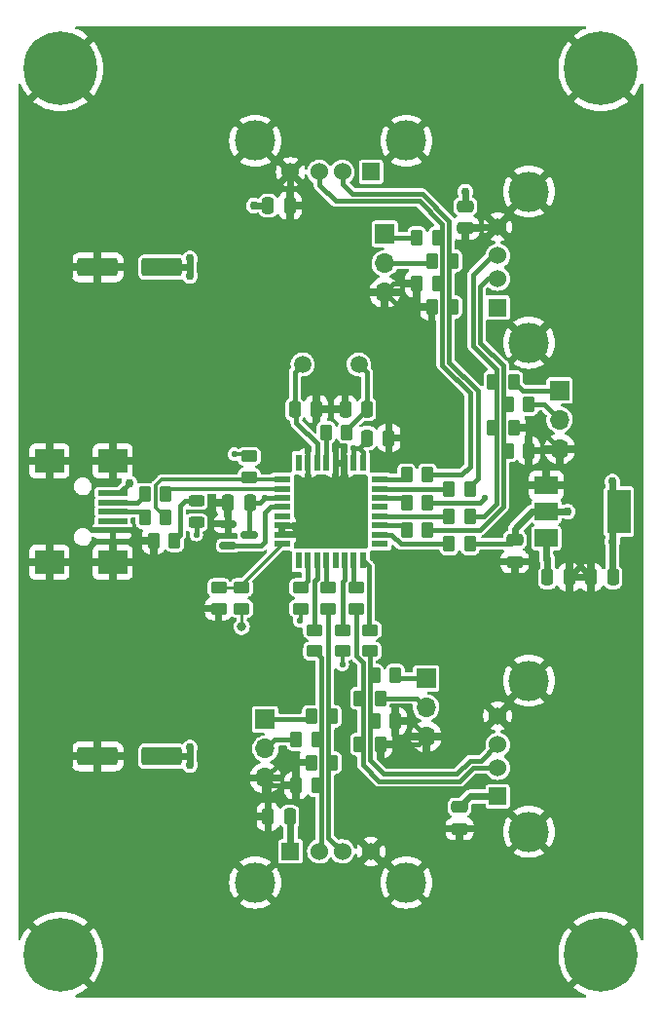
<source format=gtl>
%TF.GenerationSoftware,KiCad,Pcbnew,(6.0.5)*%
%TF.CreationDate,2024-04-30T20:25:27+02:00*%
%TF.ProjectId,TUSB2046-FS-HUB,54555342-3230-4343-962d-46532d485542,rev?*%
%TF.SameCoordinates,Original*%
%TF.FileFunction,Copper,L1,Top*%
%TF.FilePolarity,Positive*%
%FSLAX46Y46*%
G04 Gerber Fmt 4.6, Leading zero omitted, Abs format (unit mm)*
G04 Created by KiCad (PCBNEW (6.0.5)) date 2024-04-30 20:25:27*
%MOMM*%
%LPD*%
G01*
G04 APERTURE LIST*
G04 Aperture macros list*
%AMRoundRect*
0 Rectangle with rounded corners*
0 $1 Rounding radius*
0 $2 $3 $4 $5 $6 $7 $8 $9 X,Y pos of 4 corners*
0 Add a 4 corners polygon primitive as box body*
4,1,4,$2,$3,$4,$5,$6,$7,$8,$9,$2,$3,0*
0 Add four circle primitives for the rounded corners*
1,1,$1+$1,$2,$3*
1,1,$1+$1,$4,$5*
1,1,$1+$1,$6,$7*
1,1,$1+$1,$8,$9*
0 Add four rect primitives between the rounded corners*
20,1,$1+$1,$2,$3,$4,$5,0*
20,1,$1+$1,$4,$5,$6,$7,0*
20,1,$1+$1,$6,$7,$8,$9,0*
20,1,$1+$1,$8,$9,$2,$3,0*%
G04 Aperture macros list end*
%TA.AperFunction,SMDPad,CuDef*%
%ADD10RoundRect,0.250000X-0.450000X0.262500X-0.450000X-0.262500X0.450000X-0.262500X0.450000X0.262500X0*%
%TD*%
%TA.AperFunction,SMDPad,CuDef*%
%ADD11RoundRect,0.250000X0.450000X-0.262500X0.450000X0.262500X-0.450000X0.262500X-0.450000X-0.262500X0*%
%TD*%
%TA.AperFunction,SMDPad,CuDef*%
%ADD12R,1.475000X0.600000*%
%TD*%
%TA.AperFunction,SMDPad,CuDef*%
%ADD13R,0.600000X1.475000*%
%TD*%
%TA.AperFunction,ComponentPad*%
%ADD14R,1.524000X1.524000*%
%TD*%
%TA.AperFunction,ComponentPad*%
%ADD15C,1.524000*%
%TD*%
%TA.AperFunction,ComponentPad*%
%ADD16C,3.500000*%
%TD*%
%TA.AperFunction,SMDPad,CuDef*%
%ADD17RoundRect,0.250000X0.262500X0.450000X-0.262500X0.450000X-0.262500X-0.450000X0.262500X-0.450000X0*%
%TD*%
%TA.AperFunction,SMDPad,CuDef*%
%ADD18RoundRect,0.250000X-0.262500X-0.450000X0.262500X-0.450000X0.262500X0.450000X-0.262500X0.450000X0*%
%TD*%
%TA.AperFunction,ComponentPad*%
%ADD19C,6.400000*%
%TD*%
%TA.AperFunction,SMDPad,CuDef*%
%ADD20RoundRect,0.150000X-0.587500X-0.150000X0.587500X-0.150000X0.587500X0.150000X-0.587500X0.150000X0*%
%TD*%
%TA.AperFunction,SMDPad,CuDef*%
%ADD21RoundRect,0.250000X-0.475000X0.250000X-0.475000X-0.250000X0.475000X-0.250000X0.475000X0.250000X0*%
%TD*%
%TA.AperFunction,SMDPad,CuDef*%
%ADD22RoundRect,0.250000X-0.250000X-0.475000X0.250000X-0.475000X0.250000X0.475000X-0.250000X0.475000X0*%
%TD*%
%TA.AperFunction,SMDPad,CuDef*%
%ADD23R,2.000000X1.500000*%
%TD*%
%TA.AperFunction,SMDPad,CuDef*%
%ADD24R,2.000000X3.800000*%
%TD*%
%TA.AperFunction,ComponentPad*%
%ADD25C,1.500000*%
%TD*%
%TA.AperFunction,SMDPad,CuDef*%
%ADD26RoundRect,0.250000X0.250000X0.475000X-0.250000X0.475000X-0.250000X-0.475000X0.250000X-0.475000X0*%
%TD*%
%TA.AperFunction,ComponentPad*%
%ADD27R,1.700000X1.700000*%
%TD*%
%TA.AperFunction,ComponentPad*%
%ADD28O,1.700000X1.700000*%
%TD*%
%TA.AperFunction,SMDPad,CuDef*%
%ADD29RoundRect,0.250000X1.500000X0.550000X-1.500000X0.550000X-1.500000X-0.550000X1.500000X-0.550000X0*%
%TD*%
%TA.AperFunction,SMDPad,CuDef*%
%ADD30RoundRect,0.243750X-0.456250X0.243750X-0.456250X-0.243750X0.456250X-0.243750X0.456250X0.243750X0*%
%TD*%
%TA.AperFunction,SMDPad,CuDef*%
%ADD31R,2.500000X0.500000*%
%TD*%
%TA.AperFunction,SMDPad,CuDef*%
%ADD32R,2.500000X2.000000*%
%TD*%
%TA.AperFunction,ViaPad*%
%ADD33C,0.800000*%
%TD*%
%TA.AperFunction,ViaPad*%
%ADD34C,0.760000*%
%TD*%
%TA.AperFunction,ViaPad*%
%ADD35C,0.560000*%
%TD*%
%TA.AperFunction,Conductor*%
%ADD36C,0.250000*%
%TD*%
%TA.AperFunction,Conductor*%
%ADD37C,0.400000*%
%TD*%
%TA.AperFunction,Conductor*%
%ADD38C,0.600000*%
%TD*%
%TA.AperFunction,Conductor*%
%ADD39C,0.300000*%
%TD*%
G04 APERTURE END LIST*
D10*
%TO.P,R35,1*%
%TO.N,Net-(IC1-Pad8)*%
X144750000Y-99087500D03*
%TO.P,R35,2*%
%TO.N,+3V3*%
X144750000Y-100912500D03*
%TD*%
D11*
%TO.P,R34,1*%
%TO.N,GND*%
X142750000Y-100912500D03*
%TO.P,R34,2*%
%TO.N,Net-(IC1-Pad8)*%
X142750000Y-99087500D03*
%TD*%
D12*
%TO.P,IC1,1,DP0*%
%TO.N,/DP0_C*%
X148262000Y-89700000D03*
%TO.P,IC1,2,DM0*%
%TO.N,/DM0_C*%
X148262000Y-90500000D03*
%TO.P,IC1,3,VCC_1*%
%TO.N,+3V3*%
X148262000Y-91300000D03*
%TO.P,IC1,4,~{RESET}*%
%TO.N,Net-(IC1-Pad4)*%
X148262000Y-92100000D03*
%TO.P,IC1,5,EECLK*%
%TO.N,unconnected-(IC1-Pad5)*%
X148262000Y-92900000D03*
%TO.P,IC1,6,EEDATA/GA_NGED*%
%TO.N,GND*%
X148262000Y-93700000D03*
%TO.P,IC1,7,GND_1*%
X148262000Y-94500000D03*
%TO.P,IC1,8,BUSPWR*%
%TO.N,Net-(IC1-Pad8)*%
X148262000Y-95300000D03*
D13*
%TO.P,IC1,9,~{PWRON1}*%
%TO.N,unconnected-(IC1-Pad9)*%
X149700000Y-96738000D03*
%TO.P,IC1,10,~{OVRCUR1}*%
%TO.N,/OC_1*%
X150500000Y-96738000D03*
%TO.P,IC1,11,DM1*%
%TO.N,/DM1_C*%
X151300000Y-96738000D03*
%TO.P,IC1,12,DP1*%
%TO.N,/DP1_C*%
X152100000Y-96738000D03*
%TO.P,IC1,13,~{PWRON2}*%
%TO.N,unconnected-(IC1-Pad13)*%
X152900000Y-96738000D03*
%TO.P,IC1,14,~{OVRCUR2}*%
%TO.N,/OC_2*%
X153700000Y-96738000D03*
%TO.P,IC1,15,DM2*%
%TO.N,/DM2_C*%
X154500000Y-96738000D03*
%TO.P,IC1,16,DP2*%
%TO.N,/DP2_C*%
X155300000Y-96738000D03*
D12*
%TO.P,IC1,17,~{PWRON3}*%
%TO.N,unconnected-(IC1-Pad17)*%
X156738000Y-95300000D03*
%TO.P,IC1,18,~{OVRCUR3}*%
%TO.N,/OC_3*%
X156738000Y-94500000D03*
%TO.P,IC1,19,DM3*%
%TO.N,/DM3_C*%
X156738000Y-93700000D03*
%TO.P,IC1,20,DP3*%
%TO.N,/DP3_C*%
X156738000Y-92900000D03*
%TO.P,IC1,21,~{PWRON4}*%
%TO.N,unconnected-(IC1-Pad21)*%
X156738000Y-92100000D03*
%TO.P,IC1,22,~{OVRCUR4}*%
%TO.N,/OC_4*%
X156738000Y-91300000D03*
%TO.P,IC1,23,DM4*%
%TO.N,/DM4_C*%
X156738000Y-90500000D03*
%TO.P,IC1,24,DP4*%
%TO.N,/DP4_C*%
X156738000Y-89700000D03*
D13*
%TO.P,IC1,25,VCC_2*%
%TO.N,+3V3*%
X155300000Y-88262000D03*
%TO.P,IC1,26,~{EXTMEM}*%
X154500000Y-88262000D03*
%TO.P,IC1,27,TSTPLL/_48MCLK*%
%TO.N,GND*%
X153700000Y-88262000D03*
%TO.P,IC1,28,GND_2*%
X152900000Y-88262000D03*
%TO.P,IC1,29,XTAL2*%
%TO.N,/XTAL2*%
X152100000Y-88262000D03*
%TO.P,IC1,30,XTAL1*%
%TO.N,/XTAL1*%
X151300000Y-88262000D03*
%TO.P,IC1,31,TSTMODE*%
%TO.N,GND*%
X150500000Y-88262000D03*
%TO.P,IC1,32,SUSPND*%
%TO.N,unconnected-(IC1-Pad32)*%
X149700000Y-88262000D03*
%TD*%
D14*
%TO.P,J5,1,VBUS*%
%TO.N,+5V*%
X149000000Y-122022500D03*
D15*
%TO.P,J5,2,D-*%
%TO.N,Net-(J5-Pad2)*%
X151500000Y-122022500D03*
%TO.P,J5,3,D+*%
%TO.N,Net-(J5-Pad3)*%
X153500000Y-122022500D03*
%TO.P,J5,4,GND*%
%TO.N,GND*%
X156000000Y-122022500D03*
D16*
%TO.P,J5,5,Shield*%
X159070000Y-124732500D03*
X145930000Y-124732500D03*
%TD*%
D17*
%TO.P,R27,1*%
%TO.N,GND*%
X168412500Y-85200000D03*
%TO.P,R27,2*%
%TO.N,Net-(J3-Pad3)*%
X166587500Y-85200000D03*
%TD*%
D18*
%TO.P,R8,1*%
%TO.N,/DP4_C*%
X159087500Y-89300000D03*
%TO.P,R8,2*%
%TO.N,Net-(J2-Pad3)*%
X160912500Y-89300000D03*
%TD*%
D11*
%TO.P,R12,1*%
%TO.N,/DP0_C*%
X145400000Y-89512500D03*
%TO.P,R12,2*%
%TO.N,+3V3*%
X145400000Y-87687500D03*
%TD*%
D19*
%TO.P,H1,1,1*%
%TO.N,GND*%
X176000000Y-54000000D03*
%TD*%
D20*
%TO.P,U2,1,GND*%
%TO.N,GND*%
X143562500Y-93550000D03*
%TO.P,U2,2,~{RESET}*%
%TO.N,Net-(IC1-Pad4)*%
X143562500Y-95450000D03*
%TO.P,U2,3,VCC*%
%TO.N,+3V3*%
X145437500Y-94500000D03*
%TD*%
D18*
%TO.P,R1,1*%
%TO.N,GND*%
X137087500Y-95000000D03*
%TO.P,R1,2*%
%TO.N,Net-(D1-Pad1)*%
X138912500Y-95000000D03*
%TD*%
D21*
%TO.P,C5,1*%
%TO.N,+3V3*%
X168500000Y-94950000D03*
%TO.P,C5,2*%
%TO.N,GND*%
X168500000Y-96850000D03*
%TD*%
D22*
%TO.P,C3,1*%
%TO.N,+5V*%
X171350000Y-98200000D03*
%TO.P,C3,2*%
%TO.N,GND*%
X173250000Y-98200000D03*
%TD*%
D19*
%TO.P,H4,1,1*%
%TO.N,GND*%
X129000000Y-54000000D03*
%TD*%
D23*
%TO.P,U1,1,GND*%
%TO.N,GND*%
X171250000Y-90200000D03*
%TO.P,U1,2,VO*%
%TO.N,+3V3*%
X171250000Y-92500000D03*
D24*
X177550000Y-92500000D03*
D23*
%TO.P,U1,3,VI*%
%TO.N,+5V*%
X171250000Y-94800000D03*
%TD*%
D19*
%TO.P,H3,1,1*%
%TO.N,GND*%
X129000000Y-131000000D03*
%TD*%
D21*
%TO.P,C11,1*%
%TO.N,+5V*%
X163700000Y-118150000D03*
%TO.P,C11,2*%
%TO.N,GND*%
X163700000Y-120050000D03*
%TD*%
D25*
%TO.P,Y1,1,1*%
%TO.N,/XTAL1*%
X150050000Y-79700000D03*
%TO.P,Y1,2,2*%
%TO.N,Net-(C13-Pad1)*%
X154930000Y-79700000D03*
%TD*%
D18*
%TO.P,R30,1*%
%TO.N,GND*%
X161287500Y-74700000D03*
%TO.P,R30,2*%
%TO.N,Net-(J2-Pad2)*%
X163112500Y-74700000D03*
%TD*%
D17*
%TO.P,R15,1*%
%TO.N,+3V3*%
X164612500Y-95300000D03*
%TO.P,R15,2*%
%TO.N,/OC_3*%
X162787500Y-95300000D03*
%TD*%
D14*
%TO.P,J4,1,VBUS*%
%TO.N,+5V*%
X167022500Y-117250000D03*
D15*
%TO.P,J4,2,D-*%
%TO.N,Net-(J4-Pad2)*%
X167022500Y-114750000D03*
%TO.P,J4,3,D+*%
%TO.N,Net-(J4-Pad3)*%
X167022500Y-112750000D03*
%TO.P,J4,4,GND*%
%TO.N,GND*%
X167022500Y-110250000D03*
D16*
%TO.P,J4,5,Shield*%
X169732500Y-107180000D03*
X169732500Y-120320000D03*
%TD*%
D19*
%TO.P,H2,1,1*%
%TO.N,GND*%
X176000000Y-131000000D03*
%TD*%
D26*
%TO.P,C13,1*%
%TO.N,Net-(C13-Pad1)*%
X155650000Y-83600000D03*
%TO.P,C13,2*%
%TO.N,GND*%
X153750000Y-83600000D03*
%TD*%
D18*
%TO.P,R11,1*%
%TO.N,/DM3_C*%
X159087500Y-94100000D03*
%TO.P,R11,2*%
%TO.N,Net-(J3-Pad2)*%
X160912500Y-94100000D03*
%TD*%
%TO.P,R33,1*%
%TO.N,GND*%
X149487500Y-116300000D03*
%TO.P,R33,2*%
%TO.N,Net-(J5-Pad2)*%
X151312500Y-116300000D03*
%TD*%
%TO.P,R3,1*%
%TO.N,Net-(J1-Pad2)*%
X136337500Y-91000000D03*
%TO.P,R3,2*%
%TO.N,/DM0_C*%
X138162500Y-91000000D03*
%TD*%
D17*
%TO.P,R18,1*%
%TO.N,Net-(J2-Pad3)*%
X161812500Y-68700000D03*
%TO.P,R18,2*%
%TO.N,Net-(J8-Pad1)*%
X159987500Y-68700000D03*
%TD*%
D18*
%TO.P,R2,1*%
%TO.N,Net-(J1-Pad3)*%
X136337500Y-93000000D03*
%TO.P,R2,2*%
%TO.N,/DP0_C*%
X138162500Y-93000000D03*
%TD*%
D17*
%TO.P,R32,1*%
%TO.N,GND*%
X156812500Y-112700000D03*
%TO.P,R32,2*%
%TO.N,Net-(J4-Pad2)*%
X154987500Y-112700000D03*
%TD*%
D27*
%TO.P,J6,1,Pin_1*%
%TO.N,Net-(J6-Pad1)*%
X160800000Y-106975000D03*
D28*
%TO.P,J6,2,Pin_2*%
%TO.N,Net-(J6-Pad2)*%
X160800000Y-109515000D03*
%TO.P,J6,3,Pin_3*%
%TO.N,GND*%
X160800000Y-112055000D03*
%TD*%
D14*
%TO.P,J2,1,VBUS*%
%TO.N,+5V*%
X156000000Y-62977500D03*
D15*
%TO.P,J2,2,D-*%
%TO.N,Net-(J2-Pad2)*%
X153500000Y-62977500D03*
%TO.P,J2,3,D+*%
%TO.N,Net-(J2-Pad3)*%
X151500000Y-62977500D03*
%TO.P,J2,4,GND*%
%TO.N,GND*%
X149000000Y-62977500D03*
D16*
%TO.P,J2,5,Shield*%
X145930000Y-60267500D03*
X159070000Y-60267500D03*
%TD*%
D18*
%TO.P,R10,1*%
%TO.N,/DP3_C*%
X162787500Y-92900000D03*
%TO.P,R10,2*%
%TO.N,Net-(J3-Pad3)*%
X164612500Y-92900000D03*
%TD*%
D27*
%TO.P,J7,1,Pin_1*%
%TO.N,Net-(J7-Pad1)*%
X146800000Y-110560000D03*
D28*
%TO.P,J7,2,Pin_2*%
%TO.N,Net-(J7-Pad2)*%
X146800000Y-113100000D03*
%TO.P,J7,3,Pin_3*%
%TO.N,GND*%
X146800000Y-115640000D03*
%TD*%
D29*
%TO.P,C2,1*%
%TO.N,+5V*%
X137800000Y-71250000D03*
%TO.P,C2,2*%
%TO.N,GND*%
X132200000Y-71250000D03*
%TD*%
D10*
%TO.P,R5,1*%
%TO.N,/DM2_C*%
X154700000Y-99087500D03*
%TO.P,R5,2*%
%TO.N,Net-(J4-Pad2)*%
X154700000Y-100912500D03*
%TD*%
D18*
%TO.P,R9,1*%
%TO.N,/DM4_C*%
X162787500Y-90500000D03*
%TO.P,R9,2*%
%TO.N,Net-(J2-Pad2)*%
X164612500Y-90500000D03*
%TD*%
D30*
%TO.P,D1,1,K*%
%TO.N,Net-(D1-Pad1)*%
X140800000Y-91562500D03*
%TO.P,D1,2,A*%
%TO.N,+3V3*%
X140800000Y-93437500D03*
%TD*%
D17*
%TO.P,R19,1*%
%TO.N,Net-(J2-Pad2)*%
X163112500Y-70700000D03*
%TO.P,R19,2*%
%TO.N,Net-(J8-Pad2)*%
X161287500Y-70700000D03*
%TD*%
D22*
%TO.P,C9,1*%
%TO.N,+5V*%
X147050000Y-65900000D03*
%TO.P,C9,2*%
%TO.N,GND*%
X148950000Y-65900000D03*
%TD*%
%TO.P,C7,1*%
%TO.N,+3V3*%
X155650000Y-86100000D03*
%TO.P,C7,2*%
%TO.N,GND*%
X157550000Y-86100000D03*
%TD*%
D10*
%TO.P,R6,1*%
%TO.N,/DP1_C*%
X152300000Y-99087500D03*
%TO.P,R6,2*%
%TO.N,Net-(J5-Pad3)*%
X152300000Y-100912500D03*
%TD*%
D26*
%TO.P,C4,1*%
%TO.N,+3V3*%
X177050000Y-98200000D03*
%TO.P,C4,2*%
%TO.N,GND*%
X175150000Y-98200000D03*
%TD*%
D22*
%TO.P,C12,1*%
%TO.N,/XTAL1*%
X149350000Y-83600000D03*
%TO.P,C12,2*%
%TO.N,GND*%
X151250000Y-83600000D03*
%TD*%
D17*
%TO.P,R16,1*%
%TO.N,+3V3*%
X160912500Y-91700000D03*
%TO.P,R16,2*%
%TO.N,/OC_4*%
X159087500Y-91700000D03*
%TD*%
%TO.P,R28,1*%
%TO.N,GND*%
X158112500Y-110700000D03*
%TO.P,R28,2*%
%TO.N,Net-(J4-Pad3)*%
X156287500Y-110700000D03*
%TD*%
D26*
%TO.P,C6,1*%
%TO.N,+3V3*%
X145450000Y-91750000D03*
%TO.P,C6,2*%
%TO.N,GND*%
X143550000Y-91750000D03*
%TD*%
%TO.P,C8,1*%
%TO.N,+5V*%
X148950000Y-119000000D03*
%TO.P,C8,2*%
%TO.N,GND*%
X147050000Y-119000000D03*
%TD*%
D31*
%TO.P,J1,1,VBUS*%
%TO.N,+5V*%
X133525000Y-90900000D03*
%TO.P,J1,2,D-*%
%TO.N,Net-(J1-Pad2)*%
X133525000Y-91700000D03*
%TO.P,J1,3,D+*%
%TO.N,Net-(J1-Pad3)*%
X133525000Y-92500000D03*
%TO.P,J1,4,ID*%
%TO.N,unconnected-(J1-Pad4)*%
X133525000Y-93300000D03*
%TO.P,J1,5,GND*%
%TO.N,GND*%
X133525000Y-94100000D03*
D32*
%TO.P,J1,6,Shield*%
X128025000Y-88100000D03*
X128025000Y-96900000D03*
X133525000Y-88100000D03*
X133525000Y-96900000D03*
%TD*%
D17*
%TO.P,R31,1*%
%TO.N,GND*%
X169712500Y-87200000D03*
%TO.P,R31,2*%
%TO.N,Net-(J3-Pad2)*%
X167887500Y-87200000D03*
%TD*%
D14*
%TO.P,J3,1,VBUS*%
%TO.N,+5V*%
X167022500Y-74750000D03*
D15*
%TO.P,J3,2,D-*%
%TO.N,Net-(J3-Pad2)*%
X167022500Y-72250000D03*
%TO.P,J3,3,D+*%
%TO.N,Net-(J3-Pad3)*%
X167022500Y-70250000D03*
%TO.P,J3,4,GND*%
%TO.N,GND*%
X167022500Y-67750000D03*
D16*
%TO.P,J3,5,Shield*%
X169732500Y-77820000D03*
X169732500Y-64680000D03*
%TD*%
D27*
%TO.P,J9,1,Pin_1*%
%TO.N,Net-(J9-Pad1)*%
X172400000Y-81960000D03*
D28*
%TO.P,J9,2,Pin_2*%
%TO.N,Net-(J9-Pad2)*%
X172400000Y-84500000D03*
%TO.P,J9,3,Pin_3*%
%TO.N,GND*%
X172400000Y-87040000D03*
%TD*%
D18*
%TO.P,R25,1*%
%TO.N,Net-(J3-Pad2)*%
X167887500Y-83200000D03*
%TO.P,R25,2*%
%TO.N,Net-(J9-Pad2)*%
X169712500Y-83200000D03*
%TD*%
D10*
%TO.P,R7,1*%
%TO.N,/DM1_C*%
X151100000Y-102787500D03*
%TO.P,R7,2*%
%TO.N,Net-(J5-Pad2)*%
X151100000Y-104612500D03*
%TD*%
D11*
%TO.P,R14,1*%
%TO.N,+3V3*%
X153500000Y-104612500D03*
%TO.P,R14,2*%
%TO.N,/OC_2*%
X153500000Y-102787500D03*
%TD*%
D18*
%TO.P,R29,1*%
%TO.N,GND*%
X150787500Y-114300000D03*
%TO.P,R29,2*%
%TO.N,Net-(J5-Pad3)*%
X152612500Y-114300000D03*
%TD*%
%TO.P,R22,1*%
%TO.N,Net-(J7-Pad1)*%
X150787500Y-110300000D03*
%TO.P,R22,2*%
%TO.N,Net-(J5-Pad3)*%
X152612500Y-110300000D03*
%TD*%
%TO.P,R26,1*%
%TO.N,GND*%
X159987500Y-72700000D03*
%TO.P,R26,2*%
%TO.N,Net-(J2-Pad3)*%
X161812500Y-72700000D03*
%TD*%
D29*
%TO.P,C1,1*%
%TO.N,+5V*%
X137800000Y-113750000D03*
%TO.P,C1,2*%
%TO.N,GND*%
X132200000Y-113750000D03*
%TD*%
D21*
%TO.P,C10,1*%
%TO.N,+5V*%
X164200000Y-65950000D03*
%TO.P,C10,2*%
%TO.N,GND*%
X164200000Y-67850000D03*
%TD*%
D10*
%TO.P,R4,1*%
%TO.N,/DP2_C*%
X155900000Y-102787500D03*
%TO.P,R4,2*%
%TO.N,Net-(J4-Pad3)*%
X155900000Y-104612500D03*
%TD*%
D27*
%TO.P,J8,1,Pin_1*%
%TO.N,Net-(J8-Pad1)*%
X157200000Y-68360000D03*
D28*
%TO.P,J8,2,Pin_2*%
%TO.N,Net-(J8-Pad2)*%
X157200000Y-70900000D03*
%TO.P,J8,3,Pin_3*%
%TO.N,GND*%
X157200000Y-73440000D03*
%TD*%
D11*
%TO.P,R13,1*%
%TO.N,+3V3*%
X149900000Y-100912500D03*
%TO.P,R13,2*%
%TO.N,/OC_1*%
X149900000Y-99087500D03*
%TD*%
D18*
%TO.P,R24,1*%
%TO.N,Net-(J3-Pad3)*%
X166587500Y-81200000D03*
%TO.P,R24,2*%
%TO.N,Net-(J9-Pad1)*%
X168412500Y-81200000D03*
%TD*%
D17*
%TO.P,R17,1*%
%TO.N,Net-(C13-Pad1)*%
X153912500Y-85600000D03*
%TO.P,R17,2*%
%TO.N,/XTAL2*%
X152087500Y-85600000D03*
%TD*%
%TO.P,R21,1*%
%TO.N,Net-(J6-Pad2)*%
X156812500Y-108700000D03*
%TO.P,R21,2*%
%TO.N,Net-(J4-Pad2)*%
X154987500Y-108700000D03*
%TD*%
D18*
%TO.P,R23,1*%
%TO.N,Net-(J7-Pad2)*%
X149487500Y-112300000D03*
%TO.P,R23,2*%
%TO.N,Net-(J5-Pad2)*%
X151312500Y-112300000D03*
%TD*%
D17*
%TO.P,R20,1*%
%TO.N,Net-(J6-Pad1)*%
X158112500Y-106700000D03*
%TO.P,R20,2*%
%TO.N,Net-(J4-Pad3)*%
X156287500Y-106700000D03*
%TD*%
D33*
%TO.N,+3V3*%
X144750000Y-102500000D03*
%TO.N,GND*%
X142750000Y-102500000D03*
D34*
X129750000Y-114500000D03*
X174200000Y-96800000D03*
D35*
X163800000Y-72700000D03*
D34*
X135500000Y-94500000D03*
D35*
X142300000Y-93600000D03*
X147750000Y-98250000D03*
X157000000Y-96750000D03*
X149500000Y-94100000D03*
D34*
X129750000Y-113000000D03*
X133500000Y-86250000D03*
X163700000Y-121300000D03*
D35*
X153500000Y-116000000D03*
X153500000Y-107750000D03*
X152500000Y-83600000D03*
X163000000Y-82750000D03*
D34*
X169500000Y-90200000D03*
X128000000Y-98750000D03*
X129750000Y-70500000D03*
D35*
X150500000Y-107500000D03*
D34*
X128000000Y-86250000D03*
X168500000Y-98200000D03*
D35*
X158600000Y-86100000D03*
X142500000Y-91750000D03*
X152900000Y-89600000D03*
X150500000Y-86900000D03*
D34*
X133500000Y-98750000D03*
X129750000Y-72000000D03*
D35*
X164800000Y-79800000D03*
D34*
%TO.N,+5V*%
X164200000Y-64700000D03*
X140250000Y-72000000D03*
X140250000Y-114500000D03*
X171300000Y-96600000D03*
X135000000Y-90000000D03*
X145800000Y-65900000D03*
X140250000Y-113000000D03*
X140250000Y-70500000D03*
D35*
%TO.N,+3V3*%
X146800000Y-91300000D03*
D34*
X177000000Y-95100000D03*
X173100000Y-92500000D03*
D35*
X153500000Y-105800000D03*
X165900000Y-91300000D03*
X144100000Y-87500000D03*
X149800000Y-102000000D03*
X140800000Y-94500000D03*
X154500000Y-87000000D03*
D34*
X177000000Y-89900000D03*
%TD*%
D36*
%TO.N,Net-(IC1-Pad8)*%
X144750000Y-98812000D02*
X148262000Y-95300000D01*
X144750000Y-99087500D02*
X144750000Y-98812000D01*
X142750000Y-99087500D02*
X144750000Y-99087500D01*
%TO.N,+3V3*%
X144750000Y-100912500D02*
X144750000Y-102500000D01*
%TO.N,GND*%
X142750000Y-100912500D02*
X142750000Y-102500000D01*
D37*
X137087500Y-95000000D02*
X136000000Y-95000000D01*
X172240000Y-87200000D02*
X172400000Y-87040000D01*
D38*
X133525000Y-86275000D02*
X133500000Y-86250000D01*
D37*
X159987500Y-72700000D02*
X157940000Y-72700000D01*
X153700000Y-89200000D02*
X153300000Y-89600000D01*
X158112500Y-110700000D02*
X159445000Y-110700000D01*
D38*
X168500000Y-96850000D02*
X168500000Y-98200000D01*
D37*
X135100000Y-94100000D02*
X135500000Y-94500000D01*
D38*
X149000000Y-62977500D02*
X149000000Y-65850000D01*
X163700000Y-120050000D02*
X163700000Y-121300000D01*
X174200000Y-97250000D02*
X175150000Y-98200000D01*
D37*
X143550000Y-91750000D02*
X142500000Y-91750000D01*
D38*
X174200000Y-97250000D02*
X173250000Y-98200000D01*
D37*
X158600000Y-86100000D02*
X157550000Y-86100000D01*
X161287500Y-74700000D02*
X158460000Y-74700000D01*
X170560000Y-85200000D02*
X172400000Y-87040000D01*
X136000000Y-95000000D02*
X135500000Y-94500000D01*
D38*
X147050000Y-115890000D02*
X146800000Y-115640000D01*
D37*
X133525000Y-94100000D02*
X135100000Y-94100000D01*
D38*
X128025000Y-96900000D02*
X128025000Y-98725000D01*
X128025000Y-98725000D02*
X128000000Y-98750000D01*
D37*
X147460000Y-116300000D02*
X146800000Y-115640000D01*
D38*
X128025000Y-88100000D02*
X128025000Y-86275000D01*
X129750000Y-113000000D02*
X129750000Y-113750000D01*
D37*
X143562500Y-93550000D02*
X142350000Y-93550000D01*
D38*
X171250000Y-90200000D02*
X169500000Y-90200000D01*
X129750000Y-113750000D02*
X129750000Y-114500000D01*
D37*
X142350000Y-93550000D02*
X142300000Y-93600000D01*
X156812500Y-112700000D02*
X160155000Y-112700000D01*
D38*
X132200000Y-113750000D02*
X129750000Y-113750000D01*
D37*
X150787500Y-114300000D02*
X148140000Y-114300000D01*
D38*
X174200000Y-96800000D02*
X174200000Y-97250000D01*
D37*
X153300000Y-89600000D02*
X152900000Y-89600000D01*
X153700000Y-88262000D02*
X153700000Y-89200000D01*
X149100000Y-93700000D02*
X149500000Y-94100000D01*
X153750000Y-83600000D02*
X152500000Y-83600000D01*
X149100000Y-94500000D02*
X149500000Y-94100000D01*
D38*
X129750000Y-70500000D02*
X129750000Y-71250000D01*
D37*
X150500000Y-88262000D02*
X150500000Y-86900000D01*
D38*
X133525000Y-96900000D02*
X133525000Y-98725000D01*
D37*
X157940000Y-72700000D02*
X157200000Y-73440000D01*
D38*
X132200000Y-71250000D02*
X129750000Y-71250000D01*
X167022500Y-67750000D02*
X164300000Y-67750000D01*
D37*
X158460000Y-74700000D02*
X157200000Y-73440000D01*
D38*
X133525000Y-88100000D02*
X133525000Y-86275000D01*
X128025000Y-86275000D02*
X128000000Y-86250000D01*
D37*
X152900000Y-89600000D02*
X152900000Y-88262000D01*
X148262000Y-94500000D02*
X149100000Y-94500000D01*
D38*
X129750000Y-71250000D02*
X129750000Y-72000000D01*
X147050000Y-119000000D02*
X147050000Y-115890000D01*
D37*
X159445000Y-110700000D02*
X160800000Y-112055000D01*
X151250000Y-83600000D02*
X152500000Y-83600000D01*
X168412500Y-85200000D02*
X170560000Y-85200000D01*
X148140000Y-114300000D02*
X146800000Y-115640000D01*
D38*
X149000000Y-65850000D02*
X148950000Y-65900000D01*
X133525000Y-98725000D02*
X133500000Y-98750000D01*
D37*
X160155000Y-112700000D02*
X160800000Y-112055000D01*
D38*
X164300000Y-67750000D02*
X164200000Y-67850000D01*
D37*
X149487500Y-116300000D02*
X147460000Y-116300000D01*
X148262000Y-93700000D02*
X149100000Y-93700000D01*
X169712500Y-87200000D02*
X172240000Y-87200000D01*
D38*
%TO.N,+5V*%
X149000000Y-122022500D02*
X149000000Y-119050000D01*
X140250000Y-71250000D02*
X140250000Y-72000000D01*
X171250000Y-94800000D02*
X171250000Y-96550000D01*
X171350000Y-96650000D02*
X171300000Y-96600000D01*
X137800000Y-113750000D02*
X140250000Y-113750000D01*
X140250000Y-113750000D02*
X140250000Y-114500000D01*
X171250000Y-96550000D02*
X171300000Y-96600000D01*
X163700000Y-118150000D02*
X164600000Y-117250000D01*
X171350000Y-98200000D02*
X171350000Y-96650000D01*
X164600000Y-117250000D02*
X167022500Y-117250000D01*
X149000000Y-119050000D02*
X148950000Y-119000000D01*
X164200000Y-65950000D02*
X164200000Y-64700000D01*
X140250000Y-113000000D02*
X140250000Y-113750000D01*
X140250000Y-70500000D02*
X140250000Y-71250000D01*
D37*
X134100000Y-90900000D02*
X135000000Y-90000000D01*
D38*
X147050000Y-65900000D02*
X145800000Y-65900000D01*
X137800000Y-71250000D02*
X140250000Y-71250000D01*
D37*
X133525000Y-90900000D02*
X134100000Y-90900000D01*
D39*
%TO.N,+3V3*%
X153500000Y-104612500D02*
X153500000Y-105800000D01*
D37*
X165500000Y-91700000D02*
X165900000Y-91300000D01*
X154500000Y-88262000D02*
X154500000Y-87000000D01*
X154500000Y-87000000D02*
X155000000Y-87000000D01*
D39*
X149900000Y-100912500D02*
X149900000Y-101900000D01*
D37*
X148262000Y-91300000D02*
X146800000Y-91300000D01*
X155000000Y-87000000D02*
X155300000Y-87300000D01*
D38*
X177000000Y-95100000D02*
X177000000Y-93050000D01*
X171250000Y-92500000D02*
X173100000Y-92500000D01*
D37*
X145437500Y-91762500D02*
X145450000Y-91750000D01*
X146350000Y-91750000D02*
X146800000Y-91300000D01*
D38*
X177000000Y-95100000D02*
X177000000Y-98150000D01*
D37*
X155650000Y-86100000D02*
X155650000Y-86350000D01*
X145437500Y-94500000D02*
X145437500Y-91762500D01*
X145450000Y-91750000D02*
X146350000Y-91750000D01*
X155650000Y-86350000D02*
X155000000Y-87000000D01*
D38*
X170000000Y-92500000D02*
X168500000Y-94000000D01*
X171250000Y-92500000D02*
X170000000Y-92500000D01*
X177000000Y-91950000D02*
X177550000Y-92500000D01*
D37*
X160912500Y-91700000D02*
X165500000Y-91700000D01*
D39*
X144100000Y-87500000D02*
X145212500Y-87500000D01*
D38*
X168500000Y-94000000D02*
X168500000Y-94950000D01*
D37*
X140800000Y-93437500D02*
X140800000Y-94500000D01*
D39*
X145212500Y-87500000D02*
X145400000Y-87687500D01*
D37*
X168150000Y-95300000D02*
X168500000Y-94950000D01*
X155300000Y-87300000D02*
X155300000Y-88262000D01*
X164612500Y-95300000D02*
X168150000Y-95300000D01*
D38*
X177000000Y-98150000D02*
X177050000Y-98200000D01*
X177000000Y-93050000D02*
X177550000Y-92500000D01*
D39*
X149900000Y-101900000D02*
X149800000Y-102000000D01*
D38*
X177000000Y-89900000D02*
X177000000Y-91950000D01*
D37*
%TO.N,Net-(D1-Pad1)*%
X139400000Y-92000000D02*
X139400000Y-94512500D01*
X140800000Y-91562500D02*
X139837500Y-91562500D01*
X139400000Y-94512500D02*
X138912500Y-95000000D01*
X139837500Y-91562500D02*
X139400000Y-92000000D01*
%TO.N,Net-(J1-Pad3)*%
X135837500Y-92500000D02*
X136337500Y-93000000D01*
X133525000Y-92500000D02*
X135837500Y-92500000D01*
%TO.N,Net-(J1-Pad2)*%
X133525000Y-91700000D02*
X135637500Y-91700000D01*
X135637500Y-91700000D02*
X136337500Y-91000000D01*
%TO.N,Net-(J2-Pad3)*%
X152899520Y-65499520D02*
X151500000Y-64100000D01*
D39*
X161812500Y-72700000D02*
X162200000Y-72700000D01*
D37*
X162200000Y-68700000D02*
X162200000Y-67500000D01*
X164600000Y-82147850D02*
X162200000Y-79747850D01*
D39*
X161812500Y-68700000D02*
X162200000Y-68700000D01*
D37*
X160199520Y-65499520D02*
X152899520Y-65499520D01*
X162200000Y-67500000D02*
X160199520Y-65499520D01*
X163900000Y-89300000D02*
X164600000Y-88600000D01*
X160912500Y-89300000D02*
X163900000Y-89300000D01*
X162200000Y-72700000D02*
X162200000Y-68700000D01*
X151500000Y-64100000D02*
X151500000Y-62977500D01*
X164600000Y-88600000D02*
X164600000Y-82147850D01*
X162200000Y-79747850D02*
X162200000Y-72700000D01*
%TO.N,Net-(J2-Pad2)*%
X153500000Y-64000000D02*
X153500000Y-62977500D01*
X154400000Y-64900000D02*
X153500000Y-64000000D01*
D39*
X162800000Y-74700000D02*
X162799520Y-74699520D01*
X162800000Y-70700000D02*
X162799520Y-70699520D01*
X163112500Y-70700000D02*
X162800000Y-70700000D01*
D37*
X162799520Y-74699520D02*
X162799520Y-70699520D01*
X162799520Y-67251671D02*
X160447850Y-64900000D01*
X164612500Y-90500000D02*
X164612500Y-90287500D01*
X162799520Y-79499520D02*
X162799520Y-74699520D01*
X165300000Y-89600000D02*
X165300000Y-82000000D01*
X160447850Y-64900000D02*
X154400000Y-64900000D01*
X162799520Y-70699520D02*
X162799520Y-67251671D01*
X165300000Y-82000000D02*
X162799520Y-79499520D01*
X164612500Y-90287500D02*
X165300000Y-89600000D01*
D39*
X163112500Y-74700000D02*
X162800000Y-74700000D01*
%TO.N,Net-(J3-Pad3)*%
X166900000Y-85200000D02*
X166900480Y-85200480D01*
D37*
X164900480Y-71899520D02*
X164900480Y-78100480D01*
D39*
X166587500Y-85200000D02*
X166900000Y-85200000D01*
D37*
X165800000Y-92900000D02*
X164612500Y-92900000D01*
X166900480Y-85200480D02*
X166900480Y-91799520D01*
X166900480Y-81200480D02*
X166900480Y-85200480D01*
X166550000Y-70250000D02*
X164900480Y-71899520D01*
X166900480Y-80100480D02*
X166900480Y-81200480D01*
X167022500Y-70250000D02*
X166550000Y-70250000D01*
X164900480Y-78100480D02*
X166900480Y-80100480D01*
X166900480Y-91799520D02*
X165800000Y-92900000D01*
D39*
X166587500Y-81200000D02*
X166900000Y-81200000D01*
X166900000Y-81200000D02*
X166900480Y-81200480D01*
D37*
%TO.N,Net-(J3-Pad2)*%
X165500000Y-72900000D02*
X165500000Y-77800000D01*
X165447850Y-94100000D02*
X160912500Y-94100000D01*
D39*
X167887500Y-87200000D02*
X167500000Y-87200000D01*
D37*
X167500000Y-83200000D02*
X167500000Y-87200000D01*
D39*
X167887500Y-83200000D02*
X167500000Y-83200000D01*
D37*
X167500000Y-92047850D02*
X165447850Y-94100000D01*
X165500000Y-77800000D02*
X167500000Y-79800000D01*
X167022500Y-72250000D02*
X166150000Y-72250000D01*
X166150000Y-72250000D02*
X165500000Y-72900000D01*
X167500000Y-79800000D02*
X167500000Y-83200000D01*
X167500000Y-87200000D02*
X167500000Y-92047850D01*
%TO.N,Net-(J4-Pad3)*%
X163452150Y-115300000D02*
X164601671Y-114150480D01*
X155900000Y-104612500D02*
X155900000Y-114100000D01*
X164601671Y-114150480D02*
X165549520Y-114150480D01*
X155900000Y-114100000D02*
X157100000Y-115300000D01*
X166950000Y-112750000D02*
X167022500Y-112750000D01*
X165549520Y-114150480D02*
X166950000Y-112750000D01*
X157100000Y-115300000D02*
X163452150Y-115300000D01*
%TO.N,Net-(J4-Pad2)*%
X163700479Y-115899520D02*
X164850000Y-114750000D01*
X164850000Y-114750000D02*
X167022500Y-114750000D01*
X155300480Y-105644039D02*
X155300000Y-105644519D01*
X154700000Y-105043559D02*
X155300480Y-105644039D01*
X155300000Y-114500000D02*
X156699520Y-115899520D01*
X156699520Y-115899520D02*
X163700479Y-115899520D01*
X155300000Y-105644519D02*
X155300000Y-114500000D01*
X154700000Y-100912500D02*
X154700000Y-105043559D01*
%TO.N,Net-(J5-Pad3)*%
X152300000Y-110300000D02*
X152300000Y-114300000D01*
D39*
X152612500Y-110300000D02*
X152300000Y-110300000D01*
D37*
X152300000Y-114300000D02*
X152300000Y-120822500D01*
D39*
X152612500Y-114300000D02*
X152300000Y-114300000D01*
D37*
X152300000Y-120822500D02*
X153500000Y-122022500D01*
X152300000Y-100912500D02*
X152300000Y-110300000D01*
%TO.N,Net-(J5-Pad2)*%
X151100000Y-104612500D02*
X151700480Y-105212980D01*
X151700480Y-105212980D02*
X151700480Y-112299520D01*
X151700480Y-116299520D02*
X151700480Y-121822020D01*
X151700480Y-121822020D02*
X151500000Y-122022500D01*
D39*
X151700000Y-116300000D02*
X151700480Y-116299520D01*
D37*
X151700480Y-112299520D02*
X151700480Y-116299520D01*
D39*
X151700000Y-112300000D02*
X151700480Y-112299520D01*
X151312500Y-116300000D02*
X151700000Y-116300000D01*
X151312500Y-112300000D02*
X151700000Y-112300000D01*
D37*
%TO.N,/XTAL1*%
X149500000Y-83750000D02*
X149350000Y-83600000D01*
X151300000Y-88262000D02*
X151300000Y-86600000D01*
X149350000Y-83600000D02*
X149350000Y-80400000D01*
X149350000Y-80400000D02*
X150050000Y-79700000D01*
X149500000Y-84800000D02*
X149500000Y-83750000D01*
X151300000Y-86600000D02*
X149500000Y-84800000D01*
%TO.N,Net-(C13-Pad1)*%
X153912500Y-85337500D02*
X155650000Y-83600000D01*
X155650000Y-83600000D02*
X155650000Y-80420000D01*
X155650000Y-80420000D02*
X154930000Y-79700000D01*
X153912500Y-85600000D02*
X153912500Y-85337500D01*
D39*
%TO.N,/DP0_C*%
X137300480Y-90199520D02*
X137800000Y-89700000D01*
X138162500Y-93000000D02*
X137300480Y-92137980D01*
X137300480Y-92137980D02*
X137300480Y-90199520D01*
X145400000Y-89700000D02*
X148262000Y-89700000D01*
X145400000Y-89512500D02*
X145400000Y-89700000D01*
X137800000Y-89700000D02*
X145400000Y-89700000D01*
%TO.N,/DM0_C*%
X138662500Y-90500000D02*
X138162500Y-91000000D01*
X148262000Y-90500000D02*
X138662500Y-90500000D01*
D37*
%TO.N,Net-(IC1-Pad4)*%
X147300000Y-92100000D02*
X148262000Y-92100000D01*
X143562500Y-95450000D02*
X146450000Y-95450000D01*
X146800000Y-92600000D02*
X147300000Y-92100000D01*
X146450000Y-95450000D02*
X146800000Y-95100000D01*
X146800000Y-95100000D02*
X146800000Y-92600000D01*
%TO.N,/OC_1*%
X150500000Y-96738000D02*
X150500000Y-98487500D01*
X150500000Y-98487500D02*
X149900000Y-99087500D01*
%TO.N,/DM1_C*%
X151300000Y-98299520D02*
X151100000Y-98499520D01*
X151300000Y-96738000D02*
X151300000Y-98299520D01*
X151100000Y-98499520D02*
X151100000Y-102787500D01*
%TO.N,/DP1_C*%
X152100000Y-98887500D02*
X152300000Y-99087500D01*
X152100000Y-96738000D02*
X152100000Y-98887500D01*
%TO.N,/OC_2*%
X153500000Y-98599520D02*
X153500000Y-102787500D01*
X153700000Y-98399520D02*
X153500000Y-98599520D01*
X153700000Y-96738000D02*
X153700000Y-98399520D01*
%TO.N,/DM2_C*%
X154500000Y-96738000D02*
X154500000Y-98887500D01*
X154500000Y-98887500D02*
X154700000Y-99087500D01*
%TO.N,/DP2_C*%
X155300000Y-96738000D02*
X155799520Y-97237520D01*
X155799520Y-97237520D02*
X155799520Y-102687020D01*
X155799520Y-102687020D02*
X155900000Y-102787500D01*
%TO.N,/OC_3*%
X158574522Y-95300000D02*
X162787500Y-95300000D01*
X157774522Y-94500000D02*
X158574522Y-95300000D01*
X156738000Y-94500000D02*
X157774522Y-94500000D01*
%TO.N,/DM3_C*%
X158687500Y-93700000D02*
X159087500Y-94100000D01*
X156738000Y-93700000D02*
X158687500Y-93700000D01*
%TO.N,/DP3_C*%
X156738000Y-92900000D02*
X162787500Y-92900000D01*
%TO.N,/OC_4*%
X158687500Y-91300000D02*
X159087500Y-91700000D01*
X156738000Y-91300000D02*
X158687500Y-91300000D01*
%TO.N,/DM4_C*%
X156738000Y-90500000D02*
X162787500Y-90500000D01*
%TO.N,/DP4_C*%
X156738000Y-89700000D02*
X158687500Y-89700000D01*
X158687500Y-89700000D02*
X159087500Y-89300000D01*
%TO.N,/XTAL2*%
X152100000Y-88262000D02*
X152100000Y-85612500D01*
X152100000Y-85612500D02*
X152087500Y-85600000D01*
%TO.N,Net-(J6-Pad1)*%
X160800000Y-106975000D02*
X158387500Y-106975000D01*
X158387500Y-106975000D02*
X158112500Y-106700000D01*
%TO.N,Net-(J6-Pad2)*%
X156812500Y-108700000D02*
X159985000Y-108700000D01*
X159985000Y-108700000D02*
X160800000Y-109515000D01*
%TO.N,Net-(J7-Pad1)*%
X150527500Y-110560000D02*
X146800000Y-110560000D01*
X150787500Y-110300000D02*
X150527500Y-110560000D01*
%TO.N,Net-(J7-Pad2)*%
X147600000Y-112300000D02*
X146800000Y-113100000D01*
X149487500Y-112300000D02*
X147600000Y-112300000D01*
%TO.N,Net-(J8-Pad1)*%
X159987500Y-68700000D02*
X157540000Y-68700000D01*
X157540000Y-68700000D02*
X157200000Y-68360000D01*
%TO.N,Net-(J8-Pad2)*%
X161087500Y-70900000D02*
X157200000Y-70900000D01*
X161287500Y-70700000D02*
X161087500Y-70900000D01*
%TO.N,Net-(J9-Pad1)*%
X169172500Y-81960000D02*
X172400000Y-81960000D01*
X168412500Y-81200000D02*
X169172500Y-81960000D01*
%TO.N,Net-(J9-Pad2)*%
X171100000Y-83200000D02*
X172400000Y-84500000D01*
X169712500Y-83200000D02*
X171100000Y-83200000D01*
%TD*%
%TA.AperFunction,Conductor*%
%TO.N,GND*%
G36*
X174678905Y-50320502D02*
G01*
X174725398Y-50374158D01*
X174735502Y-50444432D01*
X174706008Y-50509012D01*
X174655938Y-50544131D01*
X174492836Y-50606740D01*
X174486811Y-50609422D01*
X174146397Y-50782872D01*
X174140687Y-50786169D01*
X173820276Y-50994246D01*
X173814925Y-50998134D01*
X173631650Y-51146548D01*
X173623182Y-51158806D01*
X173629515Y-51169896D01*
X178829238Y-56369619D01*
X178842314Y-56376759D01*
X178852683Y-56369300D01*
X179001866Y-56185075D01*
X179005754Y-56179724D01*
X179213831Y-55859313D01*
X179217128Y-55853603D01*
X179390578Y-55513189D01*
X179393260Y-55507164D01*
X179455869Y-55344062D01*
X179498955Y-55287634D01*
X179565708Y-55263457D01*
X179634935Y-55279208D01*
X179684657Y-55329886D01*
X179699500Y-55389216D01*
X179699500Y-129610784D01*
X179679498Y-129678905D01*
X179625842Y-129725398D01*
X179555568Y-129735502D01*
X179490988Y-129706008D01*
X179455869Y-129655938D01*
X179393260Y-129492836D01*
X179390578Y-129486811D01*
X179217128Y-129146397D01*
X179213831Y-129140687D01*
X179005754Y-128820276D01*
X179001866Y-128814925D01*
X178853452Y-128631650D01*
X178841194Y-128623182D01*
X178830104Y-128629515D01*
X173630381Y-133829238D01*
X173623241Y-133842314D01*
X173630700Y-133852683D01*
X173814930Y-134001870D01*
X173820273Y-134005752D01*
X174140685Y-134213830D01*
X174146394Y-134217127D01*
X174486811Y-134390578D01*
X174492836Y-134393260D01*
X174655938Y-134455869D01*
X174712366Y-134498955D01*
X174736543Y-134565708D01*
X174720792Y-134634935D01*
X174670114Y-134684657D01*
X174610784Y-134699500D01*
X130389216Y-134699500D01*
X130321095Y-134679498D01*
X130274602Y-134625842D01*
X130264498Y-134555568D01*
X130293992Y-134490988D01*
X130344062Y-134455869D01*
X130507164Y-134393260D01*
X130513189Y-134390578D01*
X130853606Y-134217127D01*
X130859315Y-134213830D01*
X131179727Y-134005752D01*
X131185070Y-134001870D01*
X131368350Y-133853452D01*
X131376818Y-133841194D01*
X131370485Y-133830104D01*
X128541513Y-131001132D01*
X129464817Y-131001132D01*
X129464948Y-131002965D01*
X129469199Y-131009580D01*
X131829238Y-133369619D01*
X131842314Y-133376759D01*
X131852683Y-133369300D01*
X132001866Y-133185075D01*
X132005754Y-133179724D01*
X132213831Y-132859313D01*
X132217128Y-132853603D01*
X132390578Y-132513189D01*
X132393260Y-132507164D01*
X132530171Y-132150498D01*
X132532212Y-132144216D01*
X132631094Y-131775184D01*
X132632465Y-131768734D01*
X132692234Y-131391371D01*
X132692920Y-131384833D01*
X132712916Y-131003301D01*
X172287084Y-131003301D01*
X172307080Y-131384833D01*
X172307766Y-131391371D01*
X172367535Y-131768734D01*
X172368906Y-131775184D01*
X172467788Y-132144216D01*
X172469829Y-132150498D01*
X172606740Y-132507164D01*
X172609422Y-132513189D01*
X172782872Y-132853603D01*
X172786169Y-132859313D01*
X172994246Y-133179724D01*
X172998134Y-133185075D01*
X173146548Y-133368350D01*
X173158806Y-133376818D01*
X173169896Y-133370485D01*
X175527569Y-131012812D01*
X175535183Y-130998868D01*
X175535052Y-130997035D01*
X175530801Y-130990420D01*
X173170762Y-128630381D01*
X173157686Y-128623241D01*
X173147317Y-128630700D01*
X172998134Y-128814925D01*
X172994246Y-128820276D01*
X172786169Y-129140687D01*
X172782872Y-129146397D01*
X172609422Y-129486811D01*
X172606740Y-129492836D01*
X172469829Y-129849502D01*
X172467788Y-129855784D01*
X172368906Y-130224816D01*
X172367535Y-130231266D01*
X172307766Y-130608629D01*
X172307080Y-130615167D01*
X172287084Y-130996699D01*
X172287084Y-131003301D01*
X132712916Y-131003301D01*
X132712916Y-130996699D01*
X132692920Y-130615167D01*
X132692234Y-130608629D01*
X132632465Y-130231266D01*
X132631094Y-130224816D01*
X132532212Y-129855784D01*
X132530171Y-129849502D01*
X132393260Y-129492836D01*
X132390578Y-129486811D01*
X132217128Y-129146397D01*
X132213831Y-129140687D01*
X132005754Y-128820276D01*
X132001866Y-128814925D01*
X131853452Y-128631650D01*
X131841194Y-128623182D01*
X131830104Y-128629515D01*
X129472431Y-130987188D01*
X129464817Y-131001132D01*
X128541513Y-131001132D01*
X126170762Y-128630381D01*
X126157686Y-128623241D01*
X126147317Y-128630700D01*
X125998134Y-128814925D01*
X125994246Y-128820276D01*
X125786169Y-129140687D01*
X125782872Y-129146397D01*
X125609422Y-129486811D01*
X125606740Y-129492836D01*
X125544131Y-129655938D01*
X125501045Y-129712366D01*
X125434292Y-129736543D01*
X125365065Y-129720792D01*
X125315343Y-129670114D01*
X125300500Y-129610784D01*
X125300500Y-128158806D01*
X126623182Y-128158806D01*
X126629515Y-128169896D01*
X128987188Y-130527569D01*
X129001132Y-130535183D01*
X129002965Y-130535052D01*
X129009580Y-130530801D01*
X131369619Y-128170762D01*
X131376147Y-128158806D01*
X173623182Y-128158806D01*
X173629515Y-128169896D01*
X175987188Y-130527569D01*
X176001132Y-130535183D01*
X176002965Y-130535052D01*
X176009580Y-130530801D01*
X178369619Y-128170762D01*
X178376759Y-128157686D01*
X178369300Y-128147317D01*
X178185070Y-127998130D01*
X178179727Y-127994248D01*
X177859315Y-127786170D01*
X177853606Y-127782873D01*
X177513189Y-127609422D01*
X177507164Y-127606740D01*
X177150498Y-127469829D01*
X177144216Y-127467788D01*
X176775184Y-127368906D01*
X176768734Y-127367535D01*
X176391371Y-127307766D01*
X176384833Y-127307080D01*
X176003301Y-127287084D01*
X175996699Y-127287084D01*
X175615167Y-127307080D01*
X175608629Y-127307766D01*
X175231266Y-127367535D01*
X175224816Y-127368906D01*
X174855784Y-127467788D01*
X174849502Y-127469829D01*
X174492836Y-127606740D01*
X174486811Y-127609422D01*
X174146397Y-127782872D01*
X174140687Y-127786169D01*
X173820276Y-127994246D01*
X173814925Y-127998134D01*
X173631650Y-128146548D01*
X173623182Y-128158806D01*
X131376147Y-128158806D01*
X131376759Y-128157686D01*
X131369300Y-128147317D01*
X131185070Y-127998130D01*
X131179727Y-127994248D01*
X130859315Y-127786170D01*
X130853606Y-127782873D01*
X130513189Y-127609422D01*
X130507164Y-127606740D01*
X130150498Y-127469829D01*
X130144216Y-127467788D01*
X129775184Y-127368906D01*
X129768734Y-127367535D01*
X129391371Y-127307766D01*
X129384833Y-127307080D01*
X129003301Y-127287084D01*
X128996699Y-127287084D01*
X128615167Y-127307080D01*
X128608629Y-127307766D01*
X128231266Y-127367535D01*
X128224816Y-127368906D01*
X127855784Y-127467788D01*
X127849502Y-127469829D01*
X127492836Y-127606740D01*
X127486811Y-127609422D01*
X127146397Y-127782872D01*
X127140687Y-127786169D01*
X126820276Y-127994246D01*
X126814925Y-127998134D01*
X126631650Y-128146548D01*
X126623182Y-128158806D01*
X125300500Y-128158806D01*
X125300500Y-126543059D01*
X144584210Y-126543059D01*
X144594092Y-126555548D01*
X144795144Y-126689887D01*
X144802281Y-126694008D01*
X145060349Y-126821272D01*
X145067953Y-126824422D01*
X145340420Y-126916912D01*
X145348383Y-126919046D01*
X145630600Y-126975183D01*
X145638751Y-126976256D01*
X145925881Y-126995075D01*
X145934119Y-126995075D01*
X146221249Y-126976256D01*
X146229400Y-126975183D01*
X146511617Y-126919046D01*
X146519580Y-126916912D01*
X146792047Y-126824422D01*
X146799651Y-126821272D01*
X147057719Y-126694008D01*
X147064856Y-126689887D01*
X147267343Y-126554590D01*
X147275631Y-126544672D01*
X147274805Y-126543059D01*
X157724210Y-126543059D01*
X157734092Y-126555548D01*
X157935144Y-126689887D01*
X157942281Y-126694008D01*
X158200349Y-126821272D01*
X158207953Y-126824422D01*
X158480420Y-126916912D01*
X158488383Y-126919046D01*
X158770600Y-126975183D01*
X158778751Y-126976256D01*
X159065881Y-126995075D01*
X159074119Y-126995075D01*
X159361249Y-126976256D01*
X159369400Y-126975183D01*
X159651617Y-126919046D01*
X159659580Y-126916912D01*
X159932047Y-126824422D01*
X159939651Y-126821272D01*
X160197719Y-126694008D01*
X160204856Y-126689887D01*
X160407343Y-126554590D01*
X160415631Y-126544672D01*
X160408374Y-126530493D01*
X159082812Y-125204931D01*
X159068868Y-125197317D01*
X159067035Y-125197448D01*
X159060420Y-125201699D01*
X157730406Y-126531713D01*
X157724210Y-126543059D01*
X147274805Y-126543059D01*
X147268374Y-126530493D01*
X145942812Y-125204931D01*
X145928868Y-125197317D01*
X145927035Y-125197448D01*
X145920420Y-125201699D01*
X144590406Y-126531713D01*
X144584210Y-126543059D01*
X125300500Y-126543059D01*
X125300500Y-124736619D01*
X143667425Y-124736619D01*
X143686244Y-125023749D01*
X143687317Y-125031900D01*
X143743454Y-125314117D01*
X143745588Y-125322080D01*
X143838078Y-125594547D01*
X143841228Y-125602151D01*
X143968492Y-125860218D01*
X143972613Y-125867355D01*
X144107910Y-126069843D01*
X144117828Y-126078131D01*
X144132007Y-126070874D01*
X145457569Y-124745312D01*
X145463947Y-124733632D01*
X146394817Y-124733632D01*
X146394948Y-124735465D01*
X146399199Y-124742080D01*
X147729213Y-126072094D01*
X147740559Y-126078290D01*
X147753048Y-126068408D01*
X147887387Y-125867355D01*
X147891508Y-125860218D01*
X148018772Y-125602151D01*
X148021922Y-125594547D01*
X148114412Y-125322080D01*
X148116546Y-125314117D01*
X148172683Y-125031900D01*
X148173756Y-125023749D01*
X148192575Y-124736619D01*
X156807425Y-124736619D01*
X156826244Y-125023749D01*
X156827317Y-125031900D01*
X156883454Y-125314117D01*
X156885588Y-125322080D01*
X156978078Y-125594547D01*
X156981228Y-125602151D01*
X157108492Y-125860218D01*
X157112613Y-125867355D01*
X157247910Y-126069843D01*
X157257828Y-126078131D01*
X157272007Y-126070874D01*
X158597569Y-124745312D01*
X158603947Y-124733632D01*
X159534817Y-124733632D01*
X159534948Y-124735465D01*
X159539199Y-124742080D01*
X160869213Y-126072094D01*
X160880559Y-126078290D01*
X160893048Y-126068408D01*
X161027387Y-125867355D01*
X161031508Y-125860218D01*
X161158772Y-125602151D01*
X161161922Y-125594547D01*
X161254412Y-125322080D01*
X161256546Y-125314117D01*
X161312683Y-125031900D01*
X161313756Y-125023749D01*
X161332575Y-124736619D01*
X161332575Y-124728381D01*
X161313756Y-124441251D01*
X161312683Y-124433100D01*
X161256546Y-124150883D01*
X161254412Y-124142920D01*
X161161922Y-123870453D01*
X161158772Y-123862849D01*
X161031508Y-123604782D01*
X161027387Y-123597645D01*
X160892090Y-123395157D01*
X160882172Y-123386869D01*
X160867993Y-123394126D01*
X159542431Y-124719688D01*
X159534817Y-124733632D01*
X158603947Y-124733632D01*
X158605183Y-124731368D01*
X158605052Y-124729535D01*
X158600801Y-124722920D01*
X157270787Y-123392906D01*
X157259441Y-123386710D01*
X157246952Y-123396592D01*
X157112613Y-123597645D01*
X157108492Y-123604782D01*
X156981228Y-123862849D01*
X156978078Y-123870453D01*
X156885588Y-124142920D01*
X156883454Y-124150883D01*
X156827317Y-124433100D01*
X156826244Y-124441251D01*
X156807425Y-124728381D01*
X156807425Y-124736619D01*
X148192575Y-124736619D01*
X148192575Y-124728381D01*
X148173756Y-124441251D01*
X148172683Y-124433100D01*
X148116546Y-124150883D01*
X148114412Y-124142920D01*
X148021922Y-123870453D01*
X148018772Y-123862849D01*
X147891508Y-123604782D01*
X147887387Y-123597645D01*
X147752090Y-123395157D01*
X147742172Y-123386869D01*
X147727993Y-123394126D01*
X146402431Y-124719688D01*
X146394817Y-124733632D01*
X145463947Y-124733632D01*
X145465183Y-124731368D01*
X145465052Y-124729535D01*
X145460801Y-124722920D01*
X144130787Y-123392906D01*
X144119441Y-123386710D01*
X144106952Y-123396592D01*
X143972613Y-123597645D01*
X143968492Y-123604782D01*
X143841228Y-123862849D01*
X143838078Y-123870453D01*
X143745588Y-124142920D01*
X143743454Y-124150883D01*
X143687317Y-124433100D01*
X143686244Y-124441251D01*
X143667425Y-124728381D01*
X143667425Y-124736619D01*
X125300500Y-124736619D01*
X125300500Y-122920328D01*
X144584369Y-122920328D01*
X144591626Y-122934507D01*
X145917188Y-124260069D01*
X145931132Y-124267683D01*
X145932965Y-124267552D01*
X145939580Y-124263301D01*
X147080251Y-123122630D01*
X155364833Y-123122630D01*
X155370856Y-123130415D01*
X155558993Y-123218145D01*
X155569285Y-123221891D01*
X155773309Y-123276559D01*
X155784104Y-123278462D01*
X155994525Y-123296872D01*
X156005475Y-123296872D01*
X156215896Y-123278462D01*
X156226691Y-123276559D01*
X156430715Y-123221891D01*
X156441007Y-123218145D01*
X156629903Y-123130061D01*
X156635083Y-123123580D01*
X156628016Y-123110136D01*
X156438208Y-122920328D01*
X157724369Y-122920328D01*
X157731626Y-122934507D01*
X159057188Y-124260069D01*
X159071132Y-124267683D01*
X159072965Y-124267552D01*
X159079580Y-124263301D01*
X160409594Y-122933287D01*
X160415790Y-122921941D01*
X160405908Y-122909452D01*
X160204856Y-122775113D01*
X160197719Y-122770992D01*
X159939651Y-122643728D01*
X159932047Y-122640578D01*
X159659580Y-122548088D01*
X159651617Y-122545954D01*
X159369400Y-122489817D01*
X159361249Y-122488744D01*
X159074119Y-122469925D01*
X159065881Y-122469925D01*
X158778751Y-122488744D01*
X158770600Y-122489817D01*
X158488383Y-122545954D01*
X158480420Y-122548088D01*
X158207953Y-122640578D01*
X158200349Y-122643728D01*
X157942282Y-122770992D01*
X157935145Y-122775113D01*
X157732657Y-122910410D01*
X157724369Y-122920328D01*
X156438208Y-122920328D01*
X156012811Y-122494930D01*
X155998868Y-122487317D01*
X155997034Y-122487448D01*
X155990420Y-122491699D01*
X155371261Y-123110859D01*
X155364833Y-123122630D01*
X147080251Y-123122630D01*
X147269594Y-122933287D01*
X147275790Y-122921941D01*
X147265908Y-122909452D01*
X147064856Y-122775113D01*
X147057719Y-122770992D01*
X146799651Y-122643728D01*
X146792047Y-122640578D01*
X146519580Y-122548088D01*
X146511617Y-122545954D01*
X146229400Y-122489817D01*
X146221249Y-122488744D01*
X145934119Y-122469925D01*
X145925881Y-122469925D01*
X145638751Y-122488744D01*
X145630600Y-122489817D01*
X145348383Y-122545954D01*
X145340420Y-122548088D01*
X145067953Y-122640578D01*
X145060349Y-122643728D01*
X144802282Y-122770992D01*
X144795145Y-122775113D01*
X144592657Y-122910410D01*
X144584369Y-122920328D01*
X125300500Y-122920328D01*
X125300500Y-119522095D01*
X146042001Y-119522095D01*
X146042338Y-119528614D01*
X146052257Y-119624206D01*
X146055149Y-119637600D01*
X146106588Y-119791784D01*
X146112761Y-119804962D01*
X146198063Y-119942807D01*
X146207099Y-119954208D01*
X146321829Y-120068739D01*
X146333240Y-120077751D01*
X146471243Y-120162816D01*
X146484424Y-120168963D01*
X146638717Y-120220140D01*
X146652078Y-120223005D01*
X146706977Y-120228629D01*
X146721676Y-120225901D01*
X146725000Y-120213666D01*
X146725000Y-120212328D01*
X147375000Y-120212328D01*
X147379204Y-120226645D01*
X147391761Y-120228704D01*
X147449205Y-120222744D01*
X147462602Y-120219851D01*
X147616784Y-120168412D01*
X147629962Y-120162239D01*
X147767807Y-120076937D01*
X147779208Y-120067901D01*
X147893739Y-119953171D01*
X147902751Y-119941760D01*
X147987816Y-119803757D01*
X147993964Y-119790574D01*
X147996011Y-119784402D01*
X148036441Y-119726042D01*
X148102006Y-119698805D01*
X148171887Y-119711338D01*
X148215966Y-119747889D01*
X148301881Y-119861077D01*
X148301887Y-119861083D01*
X148307078Y-119867922D01*
X148313921Y-119873116D01*
X148349680Y-119900259D01*
X148391847Y-119957377D01*
X148399500Y-120000621D01*
X148399500Y-120834000D01*
X148379498Y-120902121D01*
X148325842Y-120948614D01*
X148273500Y-120960000D01*
X148193354Y-120960000D01*
X148189650Y-120960441D01*
X148189647Y-120960441D01*
X148182254Y-120961321D01*
X148167154Y-120963118D01*
X148158514Y-120966956D01*
X148158513Y-120966956D01*
X148076117Y-121003555D01*
X148064847Y-121008561D01*
X148056628Y-121016794D01*
X148056627Y-121016795D01*
X148028620Y-121044851D01*
X147985759Y-121087787D01*
X147981056Y-121098424D01*
X147981055Y-121098426D01*
X147962096Y-121141310D01*
X147940494Y-121190173D01*
X147937500Y-121215854D01*
X147937500Y-122829146D01*
X147940618Y-122855346D01*
X147986061Y-122957653D01*
X148065287Y-123036741D01*
X148075924Y-123041444D01*
X148075926Y-123041445D01*
X148129738Y-123065235D01*
X148167673Y-123082006D01*
X148193354Y-123085000D01*
X149806646Y-123085000D01*
X149810350Y-123084559D01*
X149810353Y-123084559D01*
X149817746Y-123083679D01*
X149832846Y-123081882D01*
X149874611Y-123063331D01*
X149924518Y-123041163D01*
X149935153Y-123036439D01*
X150014241Y-122957213D01*
X150024280Y-122934507D01*
X150055675Y-122863492D01*
X150059506Y-122854827D01*
X150062500Y-122829146D01*
X150062500Y-121215854D01*
X150059382Y-121189654D01*
X150037909Y-121141310D01*
X150018663Y-121097982D01*
X150013939Y-121087347D01*
X149934713Y-121008259D01*
X149924076Y-121003556D01*
X149924074Y-121003555D01*
X149855437Y-120973211D01*
X149832327Y-120962994D01*
X149806646Y-120960000D01*
X149726500Y-120960000D01*
X149658379Y-120939998D01*
X149611886Y-120886342D01*
X149600500Y-120834000D01*
X149600500Y-119900342D01*
X149620502Y-119832221D01*
X149626130Y-119824172D01*
X149684113Y-119747783D01*
X149727817Y-119637398D01*
X149736655Y-119615077D01*
X149736656Y-119615075D01*
X149739636Y-119607547D01*
X149750500Y-119517772D01*
X149750500Y-118482228D01*
X149739636Y-118392453D01*
X149684113Y-118252217D01*
X149592922Y-118132078D01*
X149472783Y-118040887D01*
X149409168Y-118015700D01*
X149340077Y-117988345D01*
X149340075Y-117988344D01*
X149332547Y-117985364D01*
X149242772Y-117974500D01*
X148657228Y-117974500D01*
X148567453Y-117985364D01*
X148559925Y-117988344D01*
X148559923Y-117988345D01*
X148490832Y-118015700D01*
X148427217Y-118040887D01*
X148307078Y-118132078D01*
X148215887Y-118252217D01*
X148213236Y-118250205D01*
X148172112Y-118288630D01*
X148102267Y-118301361D01*
X148036626Y-118274309D01*
X147995987Y-118215933D01*
X147993414Y-118208220D01*
X147987239Y-118195038D01*
X147901937Y-118057193D01*
X147892901Y-118045792D01*
X147778171Y-117931261D01*
X147766760Y-117922249D01*
X147628757Y-117837184D01*
X147615576Y-117831037D01*
X147461283Y-117779860D01*
X147447922Y-117776995D01*
X147393023Y-117771371D01*
X147378324Y-117774099D01*
X147375000Y-117786334D01*
X147375000Y-120212328D01*
X146725000Y-120212328D01*
X146725000Y-119343115D01*
X146720525Y-119327876D01*
X146719135Y-119326671D01*
X146711452Y-119325000D01*
X146060116Y-119325000D01*
X146044877Y-119329475D01*
X146043672Y-119330865D01*
X146042001Y-119338548D01*
X146042001Y-119522095D01*
X125300500Y-119522095D01*
X125300500Y-118656885D01*
X146042000Y-118656885D01*
X146046475Y-118672124D01*
X146047865Y-118673329D01*
X146055548Y-118675000D01*
X146706885Y-118675000D01*
X146722124Y-118670525D01*
X146723329Y-118669135D01*
X146725000Y-118661452D01*
X146725000Y-117787672D01*
X146720796Y-117773355D01*
X146708239Y-117771296D01*
X146650795Y-117777256D01*
X146637398Y-117780149D01*
X146483216Y-117831588D01*
X146470038Y-117837761D01*
X146332193Y-117923063D01*
X146320792Y-117932099D01*
X146206261Y-118046829D01*
X146197249Y-118058240D01*
X146112184Y-118196243D01*
X146106037Y-118209424D01*
X146054862Y-118363710D01*
X146051995Y-118377084D01*
X146042328Y-118471438D01*
X146042000Y-118477855D01*
X146042000Y-118656885D01*
X125300500Y-118656885D01*
X125300500Y-115978966D01*
X145484258Y-115978966D01*
X145498565Y-116042446D01*
X145501645Y-116052275D01*
X145581770Y-116249603D01*
X145586413Y-116258794D01*
X145697694Y-116440388D01*
X145703777Y-116448699D01*
X145843213Y-116609667D01*
X145850580Y-116616883D01*
X146014434Y-116752916D01*
X146022881Y-116758831D01*
X146206756Y-116866279D01*
X146216042Y-116870729D01*
X146415001Y-116946703D01*
X146424899Y-116949579D01*
X146457250Y-116956161D01*
X146471299Y-116954965D01*
X146475000Y-116944620D01*
X146475000Y-116942255D01*
X147125000Y-116942255D01*
X147128973Y-116955786D01*
X147136617Y-116956885D01*
X147292255Y-116910191D01*
X147301842Y-116906433D01*
X147493095Y-116812739D01*
X147501945Y-116807464D01*
X147516482Y-116797095D01*
X148467001Y-116797095D01*
X148467338Y-116803614D01*
X148477257Y-116899206D01*
X148480149Y-116912600D01*
X148531588Y-117066784D01*
X148537761Y-117079962D01*
X148623063Y-117217807D01*
X148632099Y-117229208D01*
X148746829Y-117343739D01*
X148758240Y-117352751D01*
X148896243Y-117437816D01*
X148909424Y-117443963D01*
X149063710Y-117495138D01*
X149077086Y-117498005D01*
X149144477Y-117504910D01*
X149159177Y-117502181D01*
X149162500Y-117489948D01*
X149162500Y-116643115D01*
X149158025Y-116627876D01*
X149156635Y-116626671D01*
X149148952Y-116625000D01*
X148485116Y-116625000D01*
X148469877Y-116629475D01*
X148468672Y-116630865D01*
X148467001Y-116638548D01*
X148467001Y-116797095D01*
X147516482Y-116797095D01*
X147675328Y-116683792D01*
X147683200Y-116677139D01*
X147834052Y-116526812D01*
X147840730Y-116518965D01*
X147965003Y-116346020D01*
X147970313Y-116337183D01*
X148064670Y-116146268D01*
X148068468Y-116136675D01*
X148115361Y-115982331D01*
X148115493Y-115968233D01*
X148108587Y-115965000D01*
X147143115Y-115965000D01*
X147127876Y-115969475D01*
X147126671Y-115970865D01*
X147125000Y-115978548D01*
X147125000Y-116942255D01*
X146475000Y-116942255D01*
X146475000Y-115983115D01*
X146470525Y-115967876D01*
X146469135Y-115966671D01*
X146461452Y-115965000D01*
X145499226Y-115965000D01*
X145485695Y-115968973D01*
X145484258Y-115978966D01*
X125300500Y-115978966D01*
X125300500Y-115956885D01*
X148467000Y-115956885D01*
X148471475Y-115972124D01*
X148472865Y-115973329D01*
X148480548Y-115975000D01*
X149144385Y-115975000D01*
X149159624Y-115970525D01*
X149160829Y-115969135D01*
X149162500Y-115961452D01*
X149162500Y-115111375D01*
X149158296Y-115097058D01*
X149145739Y-115094999D01*
X149075795Y-115102256D01*
X149062398Y-115105149D01*
X148908216Y-115156588D01*
X148895038Y-115162761D01*
X148757193Y-115248063D01*
X148745792Y-115257099D01*
X148631261Y-115371829D01*
X148622249Y-115383240D01*
X148537184Y-115521243D01*
X148531037Y-115534424D01*
X148479862Y-115688710D01*
X148476995Y-115702086D01*
X148467328Y-115796438D01*
X148467000Y-115802855D01*
X148467000Y-115956885D01*
X125300500Y-115956885D01*
X125300500Y-114347095D01*
X129942001Y-114347095D01*
X129942338Y-114353614D01*
X129952257Y-114449206D01*
X129955149Y-114462600D01*
X130006588Y-114616784D01*
X130012761Y-114629962D01*
X130098063Y-114767807D01*
X130107099Y-114779208D01*
X130221829Y-114893739D01*
X130233240Y-114902751D01*
X130371243Y-114987816D01*
X130384424Y-114993963D01*
X130538710Y-115045138D01*
X130552086Y-115048005D01*
X130646438Y-115057672D01*
X130652854Y-115058000D01*
X131856885Y-115058000D01*
X131872124Y-115053525D01*
X131873329Y-115052135D01*
X131875000Y-115044452D01*
X131875000Y-115039884D01*
X132525000Y-115039884D01*
X132529475Y-115055123D01*
X132530865Y-115056328D01*
X132538548Y-115057999D01*
X133747095Y-115057999D01*
X133753614Y-115057662D01*
X133849206Y-115047743D01*
X133862600Y-115044851D01*
X134016784Y-114993412D01*
X134029962Y-114987239D01*
X134167807Y-114901937D01*
X134179208Y-114892901D01*
X134293739Y-114778171D01*
X134302751Y-114766760D01*
X134387816Y-114628757D01*
X134393963Y-114615576D01*
X134445138Y-114461290D01*
X134448005Y-114447914D01*
X134457672Y-114353562D01*
X134458000Y-114347146D01*
X134458000Y-114342772D01*
X135749500Y-114342772D01*
X135760364Y-114432547D01*
X135763344Y-114440075D01*
X135763345Y-114440077D01*
X135771014Y-114459447D01*
X135815887Y-114572783D01*
X135907078Y-114692922D01*
X136027217Y-114784113D01*
X136067124Y-114799913D01*
X136159923Y-114836655D01*
X136159925Y-114836656D01*
X136167453Y-114839636D01*
X136257228Y-114850500D01*
X139342772Y-114850500D01*
X139432547Y-114839636D01*
X139440075Y-114836656D01*
X139440077Y-114836655D01*
X139516513Y-114806392D01*
X139587213Y-114799913D01*
X139650193Y-114832686D01*
X139667477Y-114853268D01*
X139726840Y-114941609D01*
X139726844Y-114941614D01*
X139731081Y-114947919D01*
X139833895Y-115041472D01*
X139840788Y-115047743D01*
X139852904Y-115058768D01*
X139997651Y-115137360D01*
X140156967Y-115179156D01*
X140244181Y-115180526D01*
X140314057Y-115181624D01*
X140314060Y-115181624D01*
X140321654Y-115181743D01*
X140395705Y-115164783D01*
X140474801Y-115146668D01*
X140474805Y-115146667D01*
X140482204Y-115144972D01*
X140629349Y-115070966D01*
X140635120Y-115066037D01*
X140635123Y-115066035D01*
X140748821Y-114968927D01*
X140748822Y-114968926D01*
X140754593Y-114963997D01*
X140850706Y-114830241D01*
X140857667Y-114812926D01*
X140909307Y-114684468D01*
X140909308Y-114684466D01*
X140912140Y-114677420D01*
X140935348Y-114514356D01*
X140935498Y-114500000D01*
X140934293Y-114490036D01*
X140920628Y-114377122D01*
X140915711Y-114336486D01*
X140858634Y-114185436D01*
X140850500Y-114140898D01*
X140850500Y-113797619D01*
X140851578Y-113781173D01*
X140854604Y-113758188D01*
X140855682Y-113750000D01*
X140851578Y-113718827D01*
X140850500Y-113702381D01*
X140850500Y-113355131D01*
X140859593Y-113308134D01*
X140909307Y-113184468D01*
X140909308Y-113184466D01*
X140912140Y-113177420D01*
X140935348Y-113014356D01*
X140935498Y-113000000D01*
X140933869Y-112986534D01*
X140921285Y-112882547D01*
X140915711Y-112836486D01*
X140857491Y-112682411D01*
X140845252Y-112664603D01*
X140768502Y-112552931D01*
X140768501Y-112552929D01*
X140764200Y-112546672D01*
X140641223Y-112437104D01*
X140634511Y-112433550D01*
X140634508Y-112433548D01*
X140502376Y-112363587D01*
X140502373Y-112363586D01*
X140495661Y-112360032D01*
X140397135Y-112335284D01*
X140343286Y-112321758D01*
X140343284Y-112321758D01*
X140335916Y-112319907D01*
X140328318Y-112319867D01*
X140328316Y-112319867D01*
X140257675Y-112319498D01*
X140171211Y-112319045D01*
X140163832Y-112320817D01*
X140163828Y-112320817D01*
X140018434Y-112355723D01*
X140018431Y-112355724D01*
X140011055Y-112357495D01*
X139864693Y-112433038D01*
X139858971Y-112438030D01*
X139858969Y-112438031D01*
X139833653Y-112460116D01*
X139740576Y-112541312D01*
X139736211Y-112547522D01*
X139736208Y-112547526D01*
X139665180Y-112648589D01*
X139609645Y-112692820D01*
X139539013Y-112700006D01*
X139515710Y-112693290D01*
X139440077Y-112663345D01*
X139440075Y-112663344D01*
X139432547Y-112660364D01*
X139342772Y-112649500D01*
X136257228Y-112649500D01*
X136167453Y-112660364D01*
X136159925Y-112663344D01*
X136159923Y-112663345D01*
X136156746Y-112664603D01*
X136027217Y-112715887D01*
X135907078Y-112807078D01*
X135815887Y-112927217D01*
X135809935Y-112942251D01*
X135766960Y-113050794D01*
X135760364Y-113067453D01*
X135749500Y-113157228D01*
X135749500Y-114342772D01*
X134458000Y-114342772D01*
X134458000Y-114093115D01*
X134453525Y-114077876D01*
X134452135Y-114076671D01*
X134444452Y-114075000D01*
X132543115Y-114075000D01*
X132527876Y-114079475D01*
X132526671Y-114080865D01*
X132525000Y-114088548D01*
X132525000Y-115039884D01*
X131875000Y-115039884D01*
X131875000Y-114093115D01*
X131870525Y-114077876D01*
X131869135Y-114076671D01*
X131861452Y-114075000D01*
X129960116Y-114075000D01*
X129944877Y-114079475D01*
X129943672Y-114080865D01*
X129942001Y-114088548D01*
X129942001Y-114347095D01*
X125300500Y-114347095D01*
X125300500Y-113406885D01*
X129942000Y-113406885D01*
X129946475Y-113422124D01*
X129947865Y-113423329D01*
X129955548Y-113425000D01*
X131856885Y-113425000D01*
X131872124Y-113420525D01*
X131873329Y-113419135D01*
X131875000Y-113411452D01*
X131875000Y-113406885D01*
X132525000Y-113406885D01*
X132529475Y-113422124D01*
X132530865Y-113423329D01*
X132538548Y-113425000D01*
X134439884Y-113425000D01*
X134455123Y-113420525D01*
X134456328Y-113419135D01*
X134457999Y-113411452D01*
X134457999Y-113152905D01*
X134457662Y-113146386D01*
X134447743Y-113050794D01*
X134444851Y-113037400D01*
X134393412Y-112883216D01*
X134387239Y-112870038D01*
X134301937Y-112732193D01*
X134292901Y-112720792D01*
X134178171Y-112606261D01*
X134166760Y-112597249D01*
X134028757Y-112512184D01*
X134015576Y-112506037D01*
X133861290Y-112454862D01*
X133847914Y-112451995D01*
X133753562Y-112442328D01*
X133747145Y-112442000D01*
X132543115Y-112442000D01*
X132527876Y-112446475D01*
X132526671Y-112447865D01*
X132525000Y-112455548D01*
X132525000Y-113406885D01*
X131875000Y-113406885D01*
X131875000Y-112460116D01*
X131870525Y-112444877D01*
X131869135Y-112443672D01*
X131861452Y-112442001D01*
X130652905Y-112442001D01*
X130646386Y-112442338D01*
X130550794Y-112452257D01*
X130537400Y-112455149D01*
X130383216Y-112506588D01*
X130370038Y-112512761D01*
X130232193Y-112598063D01*
X130220792Y-112607099D01*
X130106261Y-112721829D01*
X130097249Y-112733240D01*
X130012184Y-112871243D01*
X130006037Y-112884424D01*
X129954862Y-113038710D01*
X129951995Y-113052084D01*
X129942328Y-113146438D01*
X129942000Y-113152855D01*
X129942000Y-113406885D01*
X125300500Y-113406885D01*
X125300500Y-101254261D01*
X141544999Y-101254261D01*
X141552256Y-101324205D01*
X141555149Y-101337602D01*
X141606588Y-101491784D01*
X141612761Y-101504962D01*
X141698063Y-101642807D01*
X141707099Y-101654208D01*
X141821829Y-101768739D01*
X141833240Y-101777751D01*
X141971243Y-101862816D01*
X141984424Y-101868963D01*
X142138710Y-101920138D01*
X142152086Y-101923005D01*
X142246438Y-101932672D01*
X142252854Y-101933000D01*
X142406885Y-101933000D01*
X142422124Y-101928525D01*
X142423329Y-101927135D01*
X142425000Y-101919452D01*
X142425000Y-101255615D01*
X142420525Y-101240376D01*
X142419135Y-101239171D01*
X142411452Y-101237500D01*
X141561375Y-101237500D01*
X141547058Y-101241704D01*
X141544999Y-101254261D01*
X125300500Y-101254261D01*
X125300500Y-97944669D01*
X126267001Y-97944669D01*
X126267371Y-97951490D01*
X126272895Y-98002352D01*
X126276521Y-98017604D01*
X126321676Y-98138054D01*
X126330214Y-98153649D01*
X126406715Y-98255724D01*
X126419276Y-98268285D01*
X126521351Y-98344786D01*
X126536946Y-98353324D01*
X126657394Y-98398478D01*
X126672649Y-98402105D01*
X126723514Y-98407631D01*
X126730328Y-98408000D01*
X127681885Y-98408000D01*
X127697124Y-98403525D01*
X127698329Y-98402135D01*
X127700000Y-98394452D01*
X127700000Y-98389884D01*
X128350000Y-98389884D01*
X128354475Y-98405123D01*
X128355865Y-98406328D01*
X128363548Y-98407999D01*
X129319669Y-98407999D01*
X129326490Y-98407629D01*
X129377352Y-98402105D01*
X129392604Y-98398479D01*
X129513054Y-98353324D01*
X129528649Y-98344786D01*
X129630724Y-98268285D01*
X129643285Y-98255724D01*
X129719786Y-98153649D01*
X129728324Y-98138054D01*
X129773478Y-98017606D01*
X129777105Y-98002351D01*
X129782631Y-97951486D01*
X129783000Y-97944672D01*
X129783000Y-97944669D01*
X131767001Y-97944669D01*
X131767371Y-97951490D01*
X131772895Y-98002352D01*
X131776521Y-98017604D01*
X131821676Y-98138054D01*
X131830214Y-98153649D01*
X131906715Y-98255724D01*
X131919276Y-98268285D01*
X132021351Y-98344786D01*
X132036946Y-98353324D01*
X132157394Y-98398478D01*
X132172649Y-98402105D01*
X132223514Y-98407631D01*
X132230328Y-98408000D01*
X133181885Y-98408000D01*
X133197124Y-98403525D01*
X133198329Y-98402135D01*
X133200000Y-98394452D01*
X133200000Y-98389884D01*
X133850000Y-98389884D01*
X133854475Y-98405123D01*
X133855865Y-98406328D01*
X133863548Y-98407999D01*
X134819669Y-98407999D01*
X134826490Y-98407629D01*
X134877352Y-98402105D01*
X134892604Y-98398479D01*
X135013054Y-98353324D01*
X135028649Y-98344786D01*
X135130724Y-98268285D01*
X135143285Y-98255724D01*
X135219786Y-98153649D01*
X135228324Y-98138054D01*
X135273478Y-98017606D01*
X135277105Y-98002351D01*
X135282631Y-97951486D01*
X135283000Y-97944672D01*
X135283000Y-97243115D01*
X135278525Y-97227876D01*
X135277135Y-97226671D01*
X135269452Y-97225000D01*
X133868115Y-97225000D01*
X133852876Y-97229475D01*
X133851671Y-97230865D01*
X133850000Y-97238548D01*
X133850000Y-98389884D01*
X133200000Y-98389884D01*
X133200000Y-97243115D01*
X133195525Y-97227876D01*
X133194135Y-97226671D01*
X133186452Y-97225000D01*
X131785116Y-97225000D01*
X131769877Y-97229475D01*
X131768672Y-97230865D01*
X131767001Y-97238548D01*
X131767001Y-97944669D01*
X129783000Y-97944669D01*
X129783000Y-97243115D01*
X129778525Y-97227876D01*
X129777135Y-97226671D01*
X129769452Y-97225000D01*
X128368115Y-97225000D01*
X128352876Y-97229475D01*
X128351671Y-97230865D01*
X128350000Y-97238548D01*
X128350000Y-98389884D01*
X127700000Y-98389884D01*
X127700000Y-97243115D01*
X127695525Y-97227876D01*
X127694135Y-97226671D01*
X127686452Y-97225000D01*
X126285116Y-97225000D01*
X126269877Y-97229475D01*
X126268672Y-97230865D01*
X126267001Y-97238548D01*
X126267001Y-97944669D01*
X125300500Y-97944669D01*
X125300500Y-96556885D01*
X126267000Y-96556885D01*
X126271475Y-96572124D01*
X126272865Y-96573329D01*
X126280548Y-96575000D01*
X127681885Y-96575000D01*
X127697124Y-96570525D01*
X127698329Y-96569135D01*
X127700000Y-96561452D01*
X127700000Y-96556885D01*
X128350000Y-96556885D01*
X128354475Y-96572124D01*
X128355865Y-96573329D01*
X128363548Y-96575000D01*
X129764884Y-96575000D01*
X129780123Y-96570525D01*
X129781328Y-96569135D01*
X129782999Y-96561452D01*
X129782999Y-96556885D01*
X131767000Y-96556885D01*
X131771475Y-96572124D01*
X131772865Y-96573329D01*
X131780548Y-96575000D01*
X133181885Y-96575000D01*
X133197124Y-96570525D01*
X133198329Y-96569135D01*
X133200000Y-96561452D01*
X133200000Y-96556885D01*
X133850000Y-96556885D01*
X133854475Y-96572124D01*
X133855865Y-96573329D01*
X133863548Y-96575000D01*
X135264884Y-96575000D01*
X135280123Y-96570525D01*
X135281328Y-96569135D01*
X135282999Y-96561452D01*
X135282999Y-95855331D01*
X135282629Y-95848510D01*
X135277105Y-95797648D01*
X135273479Y-95782396D01*
X135228324Y-95661946D01*
X135219786Y-95646351D01*
X135143285Y-95544276D01*
X135130724Y-95531715D01*
X135084531Y-95497095D01*
X136067001Y-95497095D01*
X136067338Y-95503614D01*
X136077257Y-95599206D01*
X136080149Y-95612600D01*
X136131588Y-95766784D01*
X136137761Y-95779962D01*
X136223063Y-95917807D01*
X136232099Y-95929208D01*
X136346829Y-96043739D01*
X136358240Y-96052751D01*
X136496243Y-96137816D01*
X136509424Y-96143963D01*
X136663710Y-96195138D01*
X136677086Y-96198005D01*
X136744477Y-96204910D01*
X136759177Y-96202181D01*
X136762500Y-96189948D01*
X136762500Y-95343115D01*
X136758025Y-95327876D01*
X136756635Y-95326671D01*
X136748952Y-95325000D01*
X136085116Y-95325000D01*
X136069877Y-95329475D01*
X136068672Y-95330865D01*
X136067001Y-95338548D01*
X136067001Y-95497095D01*
X135084531Y-95497095D01*
X135028649Y-95455214D01*
X135013054Y-95446676D01*
X134892606Y-95401522D01*
X134877351Y-95397895D01*
X134826486Y-95392369D01*
X134819672Y-95392000D01*
X133868115Y-95392000D01*
X133852876Y-95396475D01*
X133851671Y-95397865D01*
X133850000Y-95405548D01*
X133850000Y-96556885D01*
X133200000Y-96556885D01*
X133200000Y-95410116D01*
X133195525Y-95394877D01*
X133194135Y-95393672D01*
X133186452Y-95392001D01*
X132230331Y-95392001D01*
X132223510Y-95392371D01*
X132172648Y-95397895D01*
X132157396Y-95401521D01*
X132036946Y-95446676D01*
X132021351Y-95455214D01*
X131919276Y-95531715D01*
X131906715Y-95544276D01*
X131830214Y-95646351D01*
X131821676Y-95661946D01*
X131776522Y-95782394D01*
X131772895Y-95797649D01*
X131767369Y-95848514D01*
X131767000Y-95855328D01*
X131767000Y-96556885D01*
X129782999Y-96556885D01*
X129782999Y-95855331D01*
X129782629Y-95848510D01*
X129777105Y-95797648D01*
X129773479Y-95782396D01*
X129728324Y-95661946D01*
X129719786Y-95646351D01*
X129643285Y-95544276D01*
X129630724Y-95531715D01*
X129528649Y-95455214D01*
X129513054Y-95446676D01*
X129392606Y-95401522D01*
X129377351Y-95397895D01*
X129326486Y-95392369D01*
X129319672Y-95392000D01*
X128368115Y-95392000D01*
X128352876Y-95396475D01*
X128351671Y-95397865D01*
X128350000Y-95405548D01*
X128350000Y-96556885D01*
X127700000Y-96556885D01*
X127700000Y-95410116D01*
X127695525Y-95394877D01*
X127694135Y-95393672D01*
X127686452Y-95392001D01*
X126730331Y-95392001D01*
X126723510Y-95392371D01*
X126672648Y-95397895D01*
X126657396Y-95401521D01*
X126536946Y-95446676D01*
X126521351Y-95455214D01*
X126419276Y-95531715D01*
X126406715Y-95544276D01*
X126330214Y-95646351D01*
X126321676Y-95661946D01*
X126276522Y-95782394D01*
X126272895Y-95797649D01*
X126267369Y-95848514D01*
X126267000Y-95855328D01*
X126267000Y-96556885D01*
X125300500Y-96556885D01*
X125300500Y-94694517D01*
X130139580Y-94694517D01*
X130140316Y-94701519D01*
X130140316Y-94701521D01*
X130157127Y-94861456D01*
X130157884Y-94868662D01*
X130185404Y-94949500D01*
X130205001Y-95007066D01*
X130214314Y-95034424D01*
X130218004Y-95040422D01*
X130218005Y-95040424D01*
X130254657Y-95100000D01*
X130306066Y-95183565D01*
X130331260Y-95209292D01*
X130404878Y-95284468D01*
X130428580Y-95308672D01*
X130575766Y-95403527D01*
X130582389Y-95405938D01*
X130582392Y-95405939D01*
X130733687Y-95461006D01*
X130733692Y-95461007D01*
X130740310Y-95463416D01*
X130875547Y-95480500D01*
X130969031Y-95480500D01*
X131099013Y-95465920D01*
X131105666Y-95463603D01*
X131105667Y-95463603D01*
X131173059Y-95440134D01*
X131264377Y-95408334D01*
X131412874Y-95315543D01*
X131482737Y-95246166D01*
X131532124Y-95197123D01*
X131532127Y-95197119D01*
X131537122Y-95192159D01*
X131630948Y-95044314D01*
X131679678Y-94907464D01*
X131687325Y-94885990D01*
X131687326Y-94885988D01*
X131689687Y-94879356D01*
X131690963Y-94868662D01*
X131699120Y-94800245D01*
X131700583Y-94787976D01*
X131728510Y-94722704D01*
X131787293Y-94682891D01*
X131858269Y-94681179D01*
X131914792Y-94713801D01*
X131919276Y-94718285D01*
X132021351Y-94794786D01*
X132036946Y-94803324D01*
X132157394Y-94848478D01*
X132172649Y-94852105D01*
X132223514Y-94857631D01*
X132230328Y-94858000D01*
X133256885Y-94858000D01*
X133272124Y-94853525D01*
X133273329Y-94852135D01*
X133275000Y-94844452D01*
X133275000Y-94839884D01*
X133775000Y-94839884D01*
X133779475Y-94855123D01*
X133780865Y-94856328D01*
X133788548Y-94857999D01*
X134819669Y-94857999D01*
X134826490Y-94857629D01*
X134877352Y-94852105D01*
X134892604Y-94848479D01*
X135013054Y-94803324D01*
X135028649Y-94794786D01*
X135130724Y-94718285D01*
X135143285Y-94705724D01*
X135219786Y-94603649D01*
X135228324Y-94588054D01*
X135273478Y-94467606D01*
X135277105Y-94452351D01*
X135282631Y-94401486D01*
X135283000Y-94394672D01*
X135283000Y-94368115D01*
X135278525Y-94352876D01*
X135277135Y-94351671D01*
X135269452Y-94350000D01*
X133793115Y-94350000D01*
X133777876Y-94354475D01*
X133776671Y-94355865D01*
X133775000Y-94363548D01*
X133775000Y-94839884D01*
X133275000Y-94839884D01*
X133275000Y-94368115D01*
X133270525Y-94352876D01*
X133269135Y-94351671D01*
X133261452Y-94350000D01*
X131785116Y-94350000D01*
X131742804Y-94362424D01*
X131671808Y-94362424D01*
X131612082Y-94324040D01*
X131599988Y-94307550D01*
X131599698Y-94307078D01*
X131543934Y-94216435D01*
X131443235Y-94113605D01*
X131426348Y-94096360D01*
X131426347Y-94096359D01*
X131421420Y-94091328D01*
X131274234Y-93996473D01*
X131267611Y-93994062D01*
X131267608Y-93994061D01*
X131116313Y-93938994D01*
X131116308Y-93938993D01*
X131109690Y-93936584D01*
X130974453Y-93919500D01*
X130880969Y-93919500D01*
X130750987Y-93934080D01*
X130744334Y-93936397D01*
X130744333Y-93936397D01*
X130741812Y-93937275D01*
X130585623Y-93991666D01*
X130437126Y-94084457D01*
X130381129Y-94140065D01*
X130317876Y-94202877D01*
X130317873Y-94202881D01*
X130312878Y-94207841D01*
X130219052Y-94355686D01*
X130215530Y-94365576D01*
X130170402Y-94492312D01*
X130160313Y-94520644D01*
X130159480Y-94527630D01*
X130159479Y-94527634D01*
X130151925Y-94590988D01*
X130139580Y-94694517D01*
X125300500Y-94694517D01*
X125300500Y-93831885D01*
X131767000Y-93831885D01*
X131771475Y-93847124D01*
X131772865Y-93848329D01*
X131780548Y-93850000D01*
X132221751Y-93850000D01*
X132227494Y-93850167D01*
X132230354Y-93850500D01*
X134819646Y-93850500D01*
X134822445Y-93850167D01*
X134828078Y-93850000D01*
X135264884Y-93850000D01*
X135280123Y-93845525D01*
X135281328Y-93844135D01*
X135282999Y-93836452D01*
X135282999Y-93805331D01*
X135282629Y-93798510D01*
X135277105Y-93747648D01*
X135273479Y-93732396D01*
X135228324Y-93611946D01*
X135219786Y-93596351D01*
X135143285Y-93494276D01*
X135130725Y-93481716D01*
X135125936Y-93478127D01*
X135083421Y-93421269D01*
X135075500Y-93377300D01*
X135075500Y-93126500D01*
X135095502Y-93058379D01*
X135149158Y-93011886D01*
X135201500Y-93000500D01*
X135398500Y-93000500D01*
X135466621Y-93020502D01*
X135513114Y-93074158D01*
X135524500Y-93126500D01*
X135524500Y-93492772D01*
X135535364Y-93582547D01*
X135538344Y-93590075D01*
X135538345Y-93590077D01*
X135552766Y-93626500D01*
X135590887Y-93722783D01*
X135682078Y-93842922D01*
X135802217Y-93934113D01*
X135856960Y-93955787D01*
X135934923Y-93986655D01*
X135934925Y-93986656D01*
X135942453Y-93989636D01*
X136032228Y-94000500D01*
X136047569Y-94000500D01*
X136115690Y-94020502D01*
X136162183Y-94074158D01*
X136172287Y-94144432D01*
X136154829Y-94192615D01*
X136137186Y-94221238D01*
X136131037Y-94234424D01*
X136079862Y-94388710D01*
X136076995Y-94402086D01*
X136067328Y-94496438D01*
X136067000Y-94502855D01*
X136067000Y-94656885D01*
X136071475Y-94672124D01*
X136072865Y-94673329D01*
X136080548Y-94675000D01*
X137286500Y-94675000D01*
X137354621Y-94695002D01*
X137401114Y-94748658D01*
X137412500Y-94801000D01*
X137412500Y-96188625D01*
X137416704Y-96202942D01*
X137429261Y-96205001D01*
X137499205Y-96197744D01*
X137512602Y-96194851D01*
X137666784Y-96143412D01*
X137679962Y-96137239D01*
X137817807Y-96051937D01*
X137829208Y-96042901D01*
X137943739Y-95928171D01*
X137952751Y-95916760D01*
X138017782Y-95811259D01*
X138070554Y-95763766D01*
X138140625Y-95752342D01*
X138205749Y-95780616D01*
X138225404Y-95801195D01*
X138251885Y-95836082D01*
X138251890Y-95836087D01*
X138257078Y-95842922D01*
X138377217Y-95934113D01*
X138419278Y-95950766D01*
X138509923Y-95986655D01*
X138509925Y-95986656D01*
X138517453Y-95989636D01*
X138607228Y-96000500D01*
X139217772Y-96000500D01*
X139307547Y-95989636D01*
X139315075Y-95986656D01*
X139315077Y-95986655D01*
X139405722Y-95950766D01*
X139447783Y-95934113D01*
X139567922Y-95842922D01*
X139659113Y-95722783D01*
X139696751Y-95627720D01*
X139711655Y-95590077D01*
X139711656Y-95590075D01*
X139714636Y-95582547D01*
X139725500Y-95492772D01*
X139725500Y-94947758D01*
X139745502Y-94879637D01*
X139757056Y-94864353D01*
X139758088Y-94863184D01*
X139762758Y-94857897D01*
X139768102Y-94852212D01*
X139779320Y-94840994D01*
X139782010Y-94837405D01*
X139785450Y-94832816D01*
X139791832Y-94824977D01*
X139816682Y-94796839D01*
X139822623Y-94790112D01*
X139826437Y-94781989D01*
X139828508Y-94778836D01*
X139836327Y-94765824D01*
X139838143Y-94762506D01*
X139843526Y-94755324D01*
X139859858Y-94711759D01*
X139863783Y-94702444D01*
X139883553Y-94660337D01*
X139884935Y-94651464D01*
X139886042Y-94647842D01*
X139889891Y-94633172D01*
X139890702Y-94629483D01*
X139893852Y-94621081D01*
X139894517Y-94612136D01*
X139894519Y-94612126D01*
X139897302Y-94574672D01*
X139898452Y-94564645D01*
X139900500Y-94551491D01*
X139900500Y-94536297D01*
X139900846Y-94526960D01*
X139903811Y-94487057D01*
X139904476Y-94478109D01*
X139902603Y-94469333D01*
X139901992Y-94460376D01*
X139901998Y-94460376D01*
X139900500Y-94446183D01*
X139900500Y-94276353D01*
X139920502Y-94208232D01*
X139974158Y-94161739D01*
X140044432Y-94151635D01*
X140073418Y-94161499D01*
X140074064Y-94159866D01*
X140161377Y-94194436D01*
X140217351Y-94238111D01*
X140240827Y-94305114D01*
X140236868Y-94342602D01*
X140234442Y-94348459D01*
X140233364Y-94356645D01*
X140233364Y-94356646D01*
X140232603Y-94362424D01*
X140214491Y-94500000D01*
X140234442Y-94651541D01*
X140292934Y-94792754D01*
X140332772Y-94844672D01*
X140380954Y-94907464D01*
X140380957Y-94907467D01*
X140385983Y-94914017D01*
X140392533Y-94919043D01*
X140392534Y-94919044D01*
X140479037Y-94985421D01*
X140507245Y-95007066D01*
X140648459Y-95065558D01*
X140800000Y-95085509D01*
X140951541Y-95065558D01*
X141092755Y-95007066D01*
X141120963Y-94985421D01*
X141207466Y-94919044D01*
X141207467Y-94919043D01*
X141214017Y-94914017D01*
X141219043Y-94907467D01*
X141219046Y-94907464D01*
X141267228Y-94844672D01*
X141307066Y-94792754D01*
X141365558Y-94651541D01*
X141385509Y-94500000D01*
X141367397Y-94362424D01*
X141366636Y-94356646D01*
X141366636Y-94356645D01*
X141365558Y-94348459D01*
X141363328Y-94343075D01*
X141364989Y-94273225D01*
X141404782Y-94214428D01*
X141438623Y-94194436D01*
X141517952Y-94163027D01*
X141517951Y-94163027D01*
X141525936Y-94159866D01*
X141644711Y-94069711D01*
X141734866Y-93950936D01*
X141740549Y-93936584D01*
X141770129Y-93861871D01*
X142336821Y-93861871D01*
X142364106Y-93955787D01*
X142370353Y-93970223D01*
X142446911Y-94099678D01*
X142456551Y-94112104D01*
X142562896Y-94218449D01*
X142575322Y-94228089D01*
X142704779Y-94304648D01*
X142719210Y-94310893D01*
X142865065Y-94353269D01*
X142877667Y-94355570D01*
X142906084Y-94357807D01*
X142911014Y-94358000D01*
X143244385Y-94358000D01*
X143259624Y-94353525D01*
X143260829Y-94352135D01*
X143262500Y-94344452D01*
X143262500Y-93868115D01*
X143258025Y-93852876D01*
X143256635Y-93851671D01*
X143248952Y-93850000D01*
X142351487Y-93850000D01*
X142337956Y-93853973D01*
X142336821Y-93861871D01*
X141770129Y-93861871D01*
X141777151Y-93844135D01*
X141789759Y-93812292D01*
X141800500Y-93723534D01*
X141800500Y-93232605D01*
X142338426Y-93232605D01*
X142338466Y-93246705D01*
X142345736Y-93250000D01*
X143244385Y-93250000D01*
X143259624Y-93245525D01*
X143260829Y-93244135D01*
X143262500Y-93236452D01*
X143262500Y-93041115D01*
X143254125Y-93012593D01*
X143230104Y-92975216D01*
X143225000Y-92939717D01*
X143225000Y-92093115D01*
X143220525Y-92077876D01*
X143219135Y-92076671D01*
X143211452Y-92075000D01*
X142560116Y-92075000D01*
X142544877Y-92079475D01*
X142543672Y-92080865D01*
X142542001Y-92088548D01*
X142542001Y-92272095D01*
X142542338Y-92278614D01*
X142552257Y-92374206D01*
X142555149Y-92387600D01*
X142606588Y-92541784D01*
X142612760Y-92554958D01*
X142678670Y-92661467D01*
X142697508Y-92729919D01*
X142676347Y-92797689D01*
X142635665Y-92836225D01*
X142575323Y-92871911D01*
X142562896Y-92881551D01*
X142456551Y-92987896D01*
X142446911Y-93000322D01*
X142370353Y-93129777D01*
X142364106Y-93144213D01*
X142338426Y-93232605D01*
X141800500Y-93232605D01*
X141800500Y-93151466D01*
X141790976Y-93072763D01*
X141790732Y-93070747D01*
X141790732Y-93070746D01*
X141789759Y-93062708D01*
X141756038Y-92977539D01*
X141738027Y-92932047D01*
X141738026Y-92932045D01*
X141734866Y-92924064D01*
X141644711Y-92805289D01*
X141525936Y-92715134D01*
X141517955Y-92711974D01*
X141517953Y-92711973D01*
X141411690Y-92669901D01*
X141387292Y-92660241D01*
X141379254Y-92659268D01*
X141379253Y-92659268D01*
X141355993Y-92656453D01*
X141298534Y-92649500D01*
X140301466Y-92649500D01*
X140244007Y-92656453D01*
X140220747Y-92659268D01*
X140220746Y-92659268D01*
X140212708Y-92660241D01*
X140074064Y-92715134D01*
X140072828Y-92712013D01*
X140019195Y-92724435D01*
X139952349Y-92700518D01*
X139909045Y-92644257D01*
X139900500Y-92598647D01*
X139900500Y-92401353D01*
X139920502Y-92333232D01*
X139974158Y-92286739D01*
X140044432Y-92276635D01*
X140073418Y-92286499D01*
X140074064Y-92284866D01*
X140212708Y-92339759D01*
X140220746Y-92340732D01*
X140220747Y-92340732D01*
X140244007Y-92343547D01*
X140301466Y-92350500D01*
X141298534Y-92350500D01*
X141355993Y-92343547D01*
X141379253Y-92340732D01*
X141379254Y-92340732D01*
X141387292Y-92339759D01*
X141511267Y-92290674D01*
X141517953Y-92288027D01*
X141517955Y-92288026D01*
X141525936Y-92284866D01*
X141644711Y-92194711D01*
X141734866Y-92075936D01*
X141738418Y-92066966D01*
X141786779Y-91944818D01*
X141789759Y-91937292D01*
X141800500Y-91848534D01*
X141800500Y-91276466D01*
X141789759Y-91187708D01*
X141764093Y-91122883D01*
X141757614Y-91052184D01*
X141790386Y-90989204D01*
X141852005Y-90953940D01*
X141881245Y-90950500D01*
X142434454Y-90950500D01*
X142502575Y-90970502D01*
X142549068Y-91024158D01*
X142559172Y-91094432D01*
X142556217Y-91106966D01*
X142556304Y-91106985D01*
X142551995Y-91127086D01*
X142542328Y-91221438D01*
X142542000Y-91227855D01*
X142542000Y-91406885D01*
X142546475Y-91422124D01*
X142547865Y-91423329D01*
X142555548Y-91425000D01*
X143749000Y-91425000D01*
X143817121Y-91445002D01*
X143863614Y-91498658D01*
X143875000Y-91551000D01*
X143875000Y-92969372D01*
X143867013Y-92996572D01*
X143871007Y-92997441D01*
X143862500Y-93036548D01*
X143862500Y-94339884D01*
X143866975Y-94355123D01*
X143868365Y-94356328D01*
X143876048Y-94357999D01*
X144213984Y-94357999D01*
X144218920Y-94357805D01*
X144247337Y-94355570D01*
X144250861Y-94354926D01*
X144252853Y-94355136D01*
X144253752Y-94355065D01*
X144253765Y-94355232D01*
X144321467Y-94362362D01*
X144376844Y-94406791D01*
X144399500Y-94478875D01*
X144399500Y-94703834D01*
X144400788Y-94717453D01*
X144401164Y-94721432D01*
X144387662Y-94791133D01*
X144338621Y-94842470D01*
X144269610Y-94859144D01*
X144248721Y-94856365D01*
X144242613Y-94855025D01*
X144235369Y-94852481D01*
X144227727Y-94851759D01*
X144227724Y-94851758D01*
X144217365Y-94850779D01*
X144203834Y-94849500D01*
X142921166Y-94849500D01*
X142903248Y-94851194D01*
X142897278Y-94851758D01*
X142897277Y-94851758D01*
X142889631Y-94852481D01*
X142761816Y-94897366D01*
X142754246Y-94902958D01*
X142754243Y-94902959D01*
X142688236Y-94951713D01*
X142652850Y-94977850D01*
X142647258Y-94985421D01*
X142577959Y-95079243D01*
X142577958Y-95079246D01*
X142572366Y-95086816D01*
X142527481Y-95214631D01*
X142524500Y-95246166D01*
X142524500Y-95653834D01*
X142527481Y-95685369D01*
X142572366Y-95813184D01*
X142577958Y-95820754D01*
X142577959Y-95820757D01*
X142623650Y-95882617D01*
X142652850Y-95922150D01*
X142660421Y-95927742D01*
X142754243Y-95997041D01*
X142754246Y-95997042D01*
X142761816Y-96002634D01*
X142889631Y-96047519D01*
X142897277Y-96048242D01*
X142897278Y-96048242D01*
X142903248Y-96048806D01*
X142921166Y-96050500D01*
X144203834Y-96050500D01*
X144221752Y-96048806D01*
X144227722Y-96048242D01*
X144227723Y-96048242D01*
X144235369Y-96047519D01*
X144363184Y-96002634D01*
X144370754Y-95997042D01*
X144370757Y-95997041D01*
X144400395Y-95975149D01*
X144467073Y-95950766D01*
X144475255Y-95950500D01*
X146379819Y-95950500D01*
X146391704Y-95951828D01*
X146391745Y-95951318D01*
X146400691Y-95952038D01*
X146409447Y-95954019D01*
X146462263Y-95950742D01*
X146470067Y-95950500D01*
X146485940Y-95950500D01*
X146496052Y-95949052D01*
X146506106Y-95948022D01*
X146534097Y-95946285D01*
X146552538Y-95945141D01*
X146560982Y-95942093D01*
X146564694Y-95941324D01*
X146579399Y-95937657D01*
X146583027Y-95936596D01*
X146591918Y-95935323D01*
X146634282Y-95916061D01*
X146643637Y-95912254D01*
X146678943Y-95899509D01*
X146678947Y-95899507D01*
X146687387Y-95896460D01*
X146694635Y-95891165D01*
X146697975Y-95889389D01*
X146711089Y-95881726D01*
X146714261Y-95879697D01*
X146722428Y-95875984D01*
X146729223Y-95870129D01*
X146729226Y-95870127D01*
X146757675Y-95845613D01*
X146765579Y-95839336D01*
X146769581Y-95836413D01*
X146836384Y-95812382D01*
X146905577Y-95828282D01*
X146955190Y-95879066D01*
X146969471Y-95948612D01*
X146943885Y-96014838D01*
X146933000Y-96027252D01*
X144722657Y-98237595D01*
X144660345Y-98271621D01*
X144633562Y-98274500D01*
X144257228Y-98274500D01*
X144167453Y-98285364D01*
X144159925Y-98288344D01*
X144159923Y-98288345D01*
X144150980Y-98291886D01*
X144027217Y-98340887D01*
X143907078Y-98432078D01*
X143901890Y-98438913D01*
X143850363Y-98506797D01*
X143793245Y-98548964D01*
X143722397Y-98553556D01*
X143660313Y-98519117D01*
X143649637Y-98506797D01*
X143598110Y-98438913D01*
X143592922Y-98432078D01*
X143472783Y-98340887D01*
X143349020Y-98291886D01*
X143340077Y-98288345D01*
X143340075Y-98288344D01*
X143332547Y-98285364D01*
X143242772Y-98274500D01*
X142257228Y-98274500D01*
X142167453Y-98285364D01*
X142159925Y-98288344D01*
X142159923Y-98288345D01*
X142150980Y-98291886D01*
X142027217Y-98340887D01*
X141907078Y-98432078D01*
X141815887Y-98552217D01*
X141760364Y-98692453D01*
X141749500Y-98782228D01*
X141749500Y-99392772D01*
X141760364Y-99482547D01*
X141815887Y-99622783D01*
X141907078Y-99742922D01*
X141913920Y-99748115D01*
X141948741Y-99774546D01*
X141990908Y-99831664D01*
X141995500Y-99902512D01*
X141961061Y-99964596D01*
X141938864Y-99982053D01*
X141832193Y-100048063D01*
X141820792Y-100057099D01*
X141706261Y-100171829D01*
X141697249Y-100183240D01*
X141612184Y-100321243D01*
X141606037Y-100334424D01*
X141554862Y-100488710D01*
X141551995Y-100502084D01*
X141545090Y-100569477D01*
X141547819Y-100584177D01*
X141560052Y-100587500D01*
X142949000Y-100587500D01*
X143017121Y-100607502D01*
X143063614Y-100661158D01*
X143075000Y-100713500D01*
X143075000Y-101914884D01*
X143079475Y-101930123D01*
X143080865Y-101931328D01*
X143088548Y-101932999D01*
X143247095Y-101932999D01*
X143253614Y-101932662D01*
X143349206Y-101922743D01*
X143362600Y-101919851D01*
X143516784Y-101868412D01*
X143529962Y-101862239D01*
X143667807Y-101776937D01*
X143679208Y-101767901D01*
X143793739Y-101653171D01*
X143801702Y-101643088D01*
X143859619Y-101602025D01*
X143930542Y-101598793D01*
X143976764Y-101620817D01*
X144027217Y-101659113D01*
X144090832Y-101684300D01*
X144159923Y-101711655D01*
X144159925Y-101711656D01*
X144167453Y-101714636D01*
X144179105Y-101716046D01*
X144213638Y-101720225D01*
X144278862Y-101748266D01*
X144318572Y-101807118D01*
X144324500Y-101845312D01*
X144324500Y-101884270D01*
X144304498Y-101952391D01*
X144281329Y-101979219D01*
X144265919Y-101992662D01*
X144225604Y-102027831D01*
X144217327Y-102039608D01*
X144144415Y-102143352D01*
X144128113Y-102166547D01*
X144066524Y-102324513D01*
X144065532Y-102332046D01*
X144065532Y-102332047D01*
X144045761Y-102482228D01*
X144044394Y-102492611D01*
X144062999Y-102661135D01*
X144121266Y-102820356D01*
X144125502Y-102826659D01*
X144125502Y-102826660D01*
X144138574Y-102846113D01*
X144215830Y-102961083D01*
X144221442Y-102966190D01*
X144221445Y-102966193D01*
X144335612Y-103070077D01*
X144335616Y-103070080D01*
X144341233Y-103075191D01*
X144347906Y-103078814D01*
X144347910Y-103078817D01*
X144483558Y-103152467D01*
X144483560Y-103152468D01*
X144490235Y-103156092D01*
X144497584Y-103158020D01*
X144646883Y-103197188D01*
X144646885Y-103197188D01*
X144654233Y-103199116D01*
X144740609Y-103200473D01*
X144816161Y-103201660D01*
X144816164Y-103201660D01*
X144823760Y-103201779D01*
X144831165Y-103200083D01*
X144831166Y-103200083D01*
X144942842Y-103174506D01*
X144989029Y-103163928D01*
X145140498Y-103087747D01*
X145269423Y-102977634D01*
X145368361Y-102839947D01*
X145376237Y-102820356D01*
X145428766Y-102689687D01*
X145428767Y-102689685D01*
X145431601Y-102682634D01*
X145455490Y-102514778D01*
X145455645Y-102500000D01*
X145453840Y-102485080D01*
X145436188Y-102339220D01*
X145435276Y-102331680D01*
X145375345Y-102173077D01*
X145360544Y-102151541D01*
X145283614Y-102039608D01*
X145283613Y-102039607D01*
X145279312Y-102033349D01*
X145217679Y-101978436D01*
X145180125Y-101918186D01*
X145175500Y-101884361D01*
X145175500Y-101845312D01*
X145195502Y-101777191D01*
X145249158Y-101730698D01*
X145286362Y-101720225D01*
X145320895Y-101716046D01*
X145332547Y-101714636D01*
X145340075Y-101711656D01*
X145340077Y-101711655D01*
X145409168Y-101684300D01*
X145472783Y-101659113D01*
X145592922Y-101567922D01*
X145684113Y-101447783D01*
X145709300Y-101384168D01*
X145736655Y-101315077D01*
X145736656Y-101315075D01*
X145739636Y-101307547D01*
X145750500Y-101217772D01*
X145750500Y-100607228D01*
X145739636Y-100517453D01*
X145684113Y-100377217D01*
X145592922Y-100257078D01*
X145472783Y-100165887D01*
X145349690Y-100117151D01*
X145293718Y-100073478D01*
X145270241Y-100006475D01*
X145286717Y-99937416D01*
X145337912Y-99888227D01*
X145349687Y-99882850D01*
X145472783Y-99834113D01*
X145592922Y-99742922D01*
X145684113Y-99622783D01*
X145739636Y-99482547D01*
X145750500Y-99392772D01*
X145750500Y-98782228D01*
X145739636Y-98692453D01*
X145693994Y-98577173D01*
X145687515Y-98506476D01*
X145722051Y-98441697D01*
X148226343Y-95937405D01*
X148288655Y-95903379D01*
X148315438Y-95900500D01*
X148973500Y-95900500D01*
X149041621Y-95920502D01*
X149088114Y-95974158D01*
X149099500Y-96026500D01*
X149099500Y-97520146D01*
X149102618Y-97546346D01*
X149106456Y-97554986D01*
X149106456Y-97554987D01*
X149143337Y-97638018D01*
X149148061Y-97648653D01*
X149227287Y-97727741D01*
X149237924Y-97732444D01*
X149237926Y-97732445D01*
X149297462Y-97758765D01*
X149329673Y-97773006D01*
X149355354Y-97776000D01*
X149873500Y-97776000D01*
X149941621Y-97796002D01*
X149988114Y-97849658D01*
X149999500Y-97902000D01*
X149999500Y-98148500D01*
X149979498Y-98216621D01*
X149925842Y-98263114D01*
X149873500Y-98274500D01*
X149407228Y-98274500D01*
X149317453Y-98285364D01*
X149309925Y-98288344D01*
X149309923Y-98288345D01*
X149300980Y-98291886D01*
X149177217Y-98340887D01*
X149057078Y-98432078D01*
X148965887Y-98552217D01*
X148910364Y-98692453D01*
X148899500Y-98782228D01*
X148899500Y-99392772D01*
X148910364Y-99482547D01*
X148965887Y-99622783D01*
X149057078Y-99742922D01*
X149177217Y-99834113D01*
X149300310Y-99882849D01*
X149356282Y-99926522D01*
X149379759Y-99993525D01*
X149363283Y-100062584D01*
X149312088Y-100111773D01*
X149300313Y-100117150D01*
X149177217Y-100165887D01*
X149057078Y-100257078D01*
X148965887Y-100377217D01*
X148910364Y-100517453D01*
X148899500Y-100607228D01*
X148899500Y-101217772D01*
X148910364Y-101307547D01*
X148913344Y-101315075D01*
X148913345Y-101315077D01*
X148940700Y-101384168D01*
X148965887Y-101447783D01*
X149057078Y-101567922D01*
X149177217Y-101659113D01*
X149185203Y-101662275D01*
X149190359Y-101665180D01*
X149239889Y-101716046D01*
X149254055Y-101785615D01*
X149244916Y-101823171D01*
X149237604Y-101840825D01*
X149234442Y-101848459D01*
X149214491Y-102000000D01*
X149234442Y-102151541D01*
X149292934Y-102292754D01*
X149311872Y-102317434D01*
X149380954Y-102407464D01*
X149380957Y-102407467D01*
X149385983Y-102414017D01*
X149392533Y-102419043D01*
X149392534Y-102419044D01*
X149498246Y-102500161D01*
X149507245Y-102507066D01*
X149648459Y-102565558D01*
X149800000Y-102585509D01*
X149808188Y-102584431D01*
X149951541Y-102565558D01*
X149951804Y-102567557D01*
X150011864Y-102568985D01*
X150070660Y-102608779D01*
X150098609Y-102674043D01*
X150099500Y-102689003D01*
X150099500Y-103092772D01*
X150110364Y-103182547D01*
X150113344Y-103190075D01*
X150113345Y-103190077D01*
X150116924Y-103199116D01*
X150165887Y-103322783D01*
X150257078Y-103442922D01*
X150377217Y-103534113D01*
X150500310Y-103582849D01*
X150556282Y-103626522D01*
X150579759Y-103693525D01*
X150563283Y-103762584D01*
X150512088Y-103811773D01*
X150500313Y-103817150D01*
X150377217Y-103865887D01*
X150257078Y-103957078D01*
X150165887Y-104077217D01*
X150110364Y-104217453D01*
X150099500Y-104307228D01*
X150099500Y-104917772D01*
X150110364Y-105007547D01*
X150165887Y-105147783D01*
X150257078Y-105267922D01*
X150377217Y-105359113D01*
X150431960Y-105380787D01*
X150509923Y-105411655D01*
X150509925Y-105411656D01*
X150517453Y-105414636D01*
X150607228Y-105425500D01*
X151073980Y-105425500D01*
X151142101Y-105445502D01*
X151188594Y-105499158D01*
X151199980Y-105551500D01*
X151199980Y-109173500D01*
X151179978Y-109241621D01*
X151126322Y-109288114D01*
X151073980Y-109299500D01*
X150482228Y-109299500D01*
X150392453Y-109310364D01*
X150384925Y-109313344D01*
X150384923Y-109313345D01*
X150315832Y-109340700D01*
X150252217Y-109365887D01*
X150132078Y-109457078D01*
X150040887Y-109577217D01*
X150025960Y-109614918D01*
X149991740Y-109701350D01*
X149985364Y-109717453D01*
X149974500Y-109807228D01*
X149974500Y-109933500D01*
X149954498Y-110001621D01*
X149900842Y-110048114D01*
X149848500Y-110059500D01*
X148076500Y-110059500D01*
X148008379Y-110039498D01*
X147961886Y-109985842D01*
X147950500Y-109933500D01*
X147950500Y-109665354D01*
X147947382Y-109639154D01*
X147936580Y-109614834D01*
X147906663Y-109547482D01*
X147901939Y-109536847D01*
X147883765Y-109518704D01*
X147830945Y-109465977D01*
X147822713Y-109457759D01*
X147812076Y-109453056D01*
X147812074Y-109453055D01*
X147743374Y-109422683D01*
X147720327Y-109412494D01*
X147694646Y-109409500D01*
X145905354Y-109409500D01*
X145901650Y-109409941D01*
X145901647Y-109409941D01*
X145894254Y-109410821D01*
X145879154Y-109412618D01*
X145870514Y-109416456D01*
X145870513Y-109416456D01*
X145811711Y-109442575D01*
X145776847Y-109458061D01*
X145768628Y-109466294D01*
X145768627Y-109466295D01*
X145739973Y-109494999D01*
X145697759Y-109537287D01*
X145693056Y-109547924D01*
X145693055Y-109547926D01*
X145676575Y-109585204D01*
X145652494Y-109639673D01*
X145649500Y-109665354D01*
X145649500Y-111454646D01*
X145652618Y-111480846D01*
X145656456Y-111489486D01*
X145656456Y-111489487D01*
X145662316Y-111502680D01*
X145698061Y-111583153D01*
X145706294Y-111591372D01*
X145706295Y-111591373D01*
X145726081Y-111611124D01*
X145777287Y-111662241D01*
X145787924Y-111666944D01*
X145787926Y-111666945D01*
X145839252Y-111689636D01*
X145879673Y-111707506D01*
X145905354Y-111710500D01*
X146614988Y-111710500D01*
X146683109Y-111730502D01*
X146729602Y-111784158D01*
X146739706Y-111854432D01*
X146710212Y-111919012D01*
X146650486Y-111957396D01*
X146636326Y-111960680D01*
X146506650Y-111982962D01*
X146506649Y-111982962D01*
X146500953Y-111983941D01*
X146302575Y-112057127D01*
X146297614Y-112060079D01*
X146297613Y-112060079D01*
X146213833Y-112109923D01*
X146120856Y-112165238D01*
X145961881Y-112304655D01*
X145830976Y-112470708D01*
X145828287Y-112475819D01*
X145828285Y-112475822D01*
X145791009Y-112546672D01*
X145732523Y-112657836D01*
X145669820Y-112859773D01*
X145644967Y-113069754D01*
X145658796Y-113280749D01*
X145660217Y-113286345D01*
X145660218Y-113286350D01*
X145700367Y-113444432D01*
X145710845Y-113485690D01*
X145799369Y-113677714D01*
X145921405Y-113850391D01*
X145940313Y-113868810D01*
X146049320Y-113975000D01*
X146072865Y-113997937D01*
X146077661Y-114001142D01*
X146077664Y-114001144D01*
X146192502Y-114077876D01*
X146248677Y-114115411D01*
X146253980Y-114117690D01*
X146253985Y-114117692D01*
X146288818Y-114132657D01*
X146306768Y-114140369D01*
X146361460Y-114185636D01*
X146382998Y-114253287D01*
X146364541Y-114321842D01*
X146311951Y-114369537D01*
X146296175Y-114375901D01*
X146276868Y-114382212D01*
X146267359Y-114386209D01*
X146078463Y-114484542D01*
X146069738Y-114490036D01*
X145899433Y-114617905D01*
X145891726Y-114624748D01*
X145744590Y-114778717D01*
X145738104Y-114786727D01*
X145618098Y-114962649D01*
X145613000Y-114971623D01*
X145523338Y-115164783D01*
X145519775Y-115174470D01*
X145485644Y-115297540D01*
X145485857Y-115311644D01*
X145493508Y-115315000D01*
X148100510Y-115315000D01*
X148114041Y-115311027D01*
X148115346Y-115301947D01*
X148091214Y-115205875D01*
X148087894Y-115196124D01*
X148002972Y-115000814D01*
X147998105Y-114991739D01*
X147882426Y-114812926D01*
X147876136Y-114804757D01*
X147732806Y-114647240D01*
X147725273Y-114640215D01*
X147558139Y-114508222D01*
X147549552Y-114502517D01*
X147363117Y-114399599D01*
X147353705Y-114395369D01*
X147302178Y-114377122D01*
X147244642Y-114335528D01*
X147218726Y-114269430D01*
X147232660Y-114199814D01*
X147282672Y-114148415D01*
X147454442Y-114052219D01*
X147617012Y-113917012D01*
X147752219Y-113754442D01*
X147755043Y-113749399D01*
X147755046Y-113749395D01*
X147852713Y-113574998D01*
X147852714Y-113574996D01*
X147855537Y-113569955D01*
X147857393Y-113564488D01*
X147857395Y-113564483D01*
X147921647Y-113375200D01*
X147923504Y-113369730D01*
X147924906Y-113360065D01*
X147953314Y-113164140D01*
X147953314Y-113164138D01*
X147953846Y-113160470D01*
X147955429Y-113100000D01*
X147940934Y-112942251D01*
X147940546Y-112938029D01*
X147954231Y-112868364D01*
X148003407Y-112817157D01*
X148066017Y-112800500D01*
X148567595Y-112800500D01*
X148635716Y-112820502D01*
X148682209Y-112874158D01*
X148685187Y-112882617D01*
X148685364Y-112882547D01*
X148740887Y-113022783D01*
X148832078Y-113142922D01*
X148952217Y-113234113D01*
X149015832Y-113259300D01*
X149084923Y-113286655D01*
X149084925Y-113286656D01*
X149092453Y-113289636D01*
X149182228Y-113300500D01*
X149747569Y-113300500D01*
X149815690Y-113320502D01*
X149862183Y-113374158D01*
X149872287Y-113444432D01*
X149854829Y-113492615D01*
X149837186Y-113521238D01*
X149831037Y-113534424D01*
X149779862Y-113688710D01*
X149776995Y-113702084D01*
X149767328Y-113796438D01*
X149767000Y-113802855D01*
X149767000Y-113956885D01*
X149771475Y-113972124D01*
X149772865Y-113973329D01*
X149780548Y-113975000D01*
X150986500Y-113975000D01*
X151054621Y-113995002D01*
X151101114Y-114048658D01*
X151112500Y-114101000D01*
X151112500Y-114499000D01*
X151092498Y-114567121D01*
X151038842Y-114613614D01*
X150986500Y-114625000D01*
X149785116Y-114625000D01*
X149769877Y-114629475D01*
X149768672Y-114630865D01*
X149767001Y-114638548D01*
X149767001Y-114797095D01*
X149767338Y-114803614D01*
X149777257Y-114899206D01*
X149780150Y-114912603D01*
X149815488Y-115018528D01*
X149817558Y-115091432D01*
X149812500Y-115110053D01*
X149812500Y-117488625D01*
X149816704Y-117502942D01*
X149829261Y-117505001D01*
X149899205Y-117497744D01*
X149912602Y-117494851D01*
X150066784Y-117443412D01*
X150079962Y-117437239D01*
X150217807Y-117351937D01*
X150229208Y-117342901D01*
X150343739Y-117228171D01*
X150352751Y-117216760D01*
X150417782Y-117111259D01*
X150470554Y-117063766D01*
X150540625Y-117052342D01*
X150605749Y-117080616D01*
X150625404Y-117101195D01*
X150651885Y-117136082D01*
X150651890Y-117136087D01*
X150657078Y-117142922D01*
X150777217Y-117234113D01*
X150840832Y-117259300D01*
X150909923Y-117286655D01*
X150909925Y-117286656D01*
X150917453Y-117289636D01*
X151007228Y-117300500D01*
X151073980Y-117300500D01*
X151142101Y-117320502D01*
X151188594Y-117374158D01*
X151199980Y-117426500D01*
X151199980Y-120908932D01*
X151179978Y-120977053D01*
X151126322Y-121023546D01*
X151109567Y-121029802D01*
X151100055Y-121032601D01*
X150915399Y-121129136D01*
X150753011Y-121259700D01*
X150619075Y-121419318D01*
X150518693Y-121601911D01*
X150455690Y-121800525D01*
X150455004Y-121806642D01*
X150455003Y-121806646D01*
X150454052Y-121815127D01*
X150432463Y-122007593D01*
X150432979Y-122013737D01*
X150443838Y-122143048D01*
X150449899Y-122215230D01*
X150507333Y-122415525D01*
X150510151Y-122421007D01*
X150510152Y-122421011D01*
X150599756Y-122595362D01*
X150599759Y-122595366D01*
X150602577Y-122600850D01*
X150641941Y-122650515D01*
X150728174Y-122759316D01*
X150728179Y-122759321D01*
X150732003Y-122764146D01*
X150736696Y-122768140D01*
X150736697Y-122768141D01*
X150812734Y-122832853D01*
X150890683Y-122899193D01*
X150896061Y-122902199D01*
X150896063Y-122902200D01*
X150951687Y-122933287D01*
X151072571Y-123000846D01*
X151270740Y-123065235D01*
X151477641Y-123089907D01*
X151483776Y-123089435D01*
X151483778Y-123089435D01*
X151679252Y-123074394D01*
X151679256Y-123074393D01*
X151685394Y-123073921D01*
X151886085Y-123017887D01*
X151891589Y-123015107D01*
X151891591Y-123015106D01*
X152066570Y-122926718D01*
X152066572Y-122926717D01*
X152072071Y-122923939D01*
X152236266Y-122795656D01*
X152372417Y-122637923D01*
X152389013Y-122608709D01*
X152440050Y-122559360D01*
X152509668Y-122545437D01*
X152575762Y-122571362D01*
X152602304Y-122600319D01*
X152602577Y-122600850D01*
X152641941Y-122650515D01*
X152728174Y-122759316D01*
X152728179Y-122759321D01*
X152732003Y-122764146D01*
X152736696Y-122768140D01*
X152736697Y-122768141D01*
X152812734Y-122832853D01*
X152890683Y-122899193D01*
X152896061Y-122902199D01*
X152896063Y-122902200D01*
X152951687Y-122933287D01*
X153072571Y-123000846D01*
X153270740Y-123065235D01*
X153477641Y-123089907D01*
X153483776Y-123089435D01*
X153483778Y-123089435D01*
X153679252Y-123074394D01*
X153679256Y-123074393D01*
X153685394Y-123073921D01*
X153886085Y-123017887D01*
X153891589Y-123015107D01*
X153891591Y-123015106D01*
X154066570Y-122926718D01*
X154066572Y-122926717D01*
X154072071Y-122923939D01*
X154236266Y-122795656D01*
X154372417Y-122637923D01*
X154396595Y-122595362D01*
X154472294Y-122462110D01*
X154472296Y-122462106D01*
X154475339Y-122456749D01*
X154523453Y-122312111D01*
X154563935Y-122253786D01*
X154629523Y-122226606D01*
X154699393Y-122239200D01*
X154751363Y-122287570D01*
X154764719Y-122319271D01*
X154800609Y-122453215D01*
X154804355Y-122463507D01*
X154892438Y-122652400D01*
X154898920Y-122657582D01*
X154912365Y-122650515D01*
X155527570Y-122035311D01*
X155533947Y-122023632D01*
X156464817Y-122023632D01*
X156464948Y-122025466D01*
X156469199Y-122032080D01*
X157088359Y-122651239D01*
X157100128Y-122657666D01*
X157107917Y-122651639D01*
X157195645Y-122463507D01*
X157199391Y-122453215D01*
X157254059Y-122249191D01*
X157255962Y-122238396D01*
X157265397Y-122130559D01*
X168386710Y-122130559D01*
X168396592Y-122143048D01*
X168597644Y-122277387D01*
X168604781Y-122281508D01*
X168862849Y-122408772D01*
X168870453Y-122411922D01*
X169142920Y-122504412D01*
X169150883Y-122506546D01*
X169433100Y-122562683D01*
X169441251Y-122563756D01*
X169728381Y-122582575D01*
X169736619Y-122582575D01*
X170023749Y-122563756D01*
X170031900Y-122562683D01*
X170314117Y-122506546D01*
X170322080Y-122504412D01*
X170594547Y-122411922D01*
X170602151Y-122408772D01*
X170860219Y-122281508D01*
X170867356Y-122277387D01*
X171069843Y-122142090D01*
X171078131Y-122132172D01*
X171070874Y-122117993D01*
X169745312Y-120792431D01*
X169731368Y-120784817D01*
X169729535Y-120784948D01*
X169722920Y-120789199D01*
X168392906Y-122119213D01*
X168386710Y-122130559D01*
X157265397Y-122130559D01*
X157274372Y-122027975D01*
X157274372Y-122017025D01*
X157255962Y-121806604D01*
X157254059Y-121795809D01*
X157199391Y-121591785D01*
X157195645Y-121581493D01*
X157107562Y-121392600D01*
X157101080Y-121387418D01*
X157087635Y-121394485D01*
X156472430Y-122009689D01*
X156464817Y-122023632D01*
X155533947Y-122023632D01*
X155535183Y-122021368D01*
X155535052Y-122019534D01*
X155530801Y-122012920D01*
X154911641Y-121393761D01*
X154899872Y-121387334D01*
X154892083Y-121393361D01*
X154804355Y-121581493D01*
X154800609Y-121591785D01*
X154764285Y-121727350D01*
X154727333Y-121787973D01*
X154663473Y-121818994D01*
X154592978Y-121810566D01*
X154538231Y-121765363D01*
X154521956Y-121731158D01*
X154499981Y-121658374D01*
X154487083Y-121615654D01*
X154389261Y-121431676D01*
X154383590Y-121424722D01*
X154347427Y-121380382D01*
X154257567Y-121270204D01*
X154097017Y-121137385D01*
X153913728Y-121038281D01*
X153714679Y-120976665D01*
X153708554Y-120976021D01*
X153708553Y-120976021D01*
X153513582Y-120955529D01*
X153513580Y-120955529D01*
X153507453Y-120954885D01*
X153430405Y-120961897D01*
X153306083Y-120973211D01*
X153306080Y-120973212D01*
X153299944Y-120973770D01*
X153262883Y-120984678D01*
X153191890Y-120984724D01*
X153138214Y-120952900D01*
X153106734Y-120921420D01*
X155364918Y-120921420D01*
X155371985Y-120934865D01*
X155987189Y-121550070D01*
X156001132Y-121557683D01*
X156002966Y-121557552D01*
X156009580Y-121553301D01*
X156628739Y-120934141D01*
X156635167Y-120922370D01*
X156629144Y-120914585D01*
X156441007Y-120826855D01*
X156430715Y-120823109D01*
X156226691Y-120768441D01*
X156215896Y-120766538D01*
X156005475Y-120748128D01*
X155994525Y-120748128D01*
X155784104Y-120766538D01*
X155773309Y-120768441D01*
X155569285Y-120823109D01*
X155558993Y-120826855D01*
X155370100Y-120914938D01*
X155364918Y-120921420D01*
X153106734Y-120921420D01*
X152837405Y-120652091D01*
X152803379Y-120589779D01*
X152800500Y-120562996D01*
X152800500Y-120391761D01*
X162471296Y-120391761D01*
X162477256Y-120449205D01*
X162480149Y-120462602D01*
X162531588Y-120616784D01*
X162537761Y-120629962D01*
X162623063Y-120767807D01*
X162632099Y-120779208D01*
X162746829Y-120893739D01*
X162758240Y-120902751D01*
X162896243Y-120987816D01*
X162909424Y-120993963D01*
X163063710Y-121045138D01*
X163077086Y-121048005D01*
X163171438Y-121057672D01*
X163177854Y-121058000D01*
X163356885Y-121058000D01*
X163372124Y-121053525D01*
X163373329Y-121052135D01*
X163375000Y-121044452D01*
X163375000Y-121039884D01*
X164025000Y-121039884D01*
X164029475Y-121055123D01*
X164030865Y-121056328D01*
X164038548Y-121057999D01*
X164222095Y-121057999D01*
X164228614Y-121057662D01*
X164324206Y-121047743D01*
X164337600Y-121044851D01*
X164491784Y-120993412D01*
X164504962Y-120987239D01*
X164642807Y-120901937D01*
X164654208Y-120892901D01*
X164768739Y-120778171D01*
X164777751Y-120766760D01*
X164862816Y-120628757D01*
X164868963Y-120615576D01*
X164920140Y-120461283D01*
X164923005Y-120447922D01*
X164928629Y-120393023D01*
X164925901Y-120378324D01*
X164913666Y-120375000D01*
X164043115Y-120375000D01*
X164027876Y-120379475D01*
X164026671Y-120380865D01*
X164025000Y-120388548D01*
X164025000Y-121039884D01*
X163375000Y-121039884D01*
X163375000Y-120393115D01*
X163370525Y-120377876D01*
X163369135Y-120376671D01*
X163361452Y-120375000D01*
X162487672Y-120375000D01*
X162473355Y-120379204D01*
X162471296Y-120391761D01*
X152800500Y-120391761D01*
X152800500Y-120324119D01*
X167469925Y-120324119D01*
X167488744Y-120611249D01*
X167489817Y-120619400D01*
X167545954Y-120901617D01*
X167548088Y-120909580D01*
X167640578Y-121182047D01*
X167643728Y-121189651D01*
X167770992Y-121447718D01*
X167775113Y-121454855D01*
X167910410Y-121657343D01*
X167920328Y-121665631D01*
X167934507Y-121658374D01*
X169260069Y-120332812D01*
X169266447Y-120321132D01*
X170197317Y-120321132D01*
X170197448Y-120322965D01*
X170201699Y-120329580D01*
X171531713Y-121659594D01*
X171543059Y-121665790D01*
X171555548Y-121655908D01*
X171689887Y-121454855D01*
X171694008Y-121447718D01*
X171821272Y-121189651D01*
X171824422Y-121182047D01*
X171916912Y-120909580D01*
X171919046Y-120901617D01*
X171975183Y-120619400D01*
X171976256Y-120611249D01*
X171995075Y-120324119D01*
X171995075Y-120315881D01*
X171976256Y-120028751D01*
X171975183Y-120020600D01*
X171919046Y-119738383D01*
X171916912Y-119730420D01*
X171824422Y-119457953D01*
X171821272Y-119450349D01*
X171694008Y-119192282D01*
X171689887Y-119185145D01*
X171554590Y-118982657D01*
X171544672Y-118974369D01*
X171530493Y-118981626D01*
X170204931Y-120307188D01*
X170197317Y-120321132D01*
X169266447Y-120321132D01*
X169267683Y-120318868D01*
X169267552Y-120317035D01*
X169263301Y-120310420D01*
X167933287Y-118980406D01*
X167921941Y-118974210D01*
X167909452Y-118984092D01*
X167775113Y-119185145D01*
X167770992Y-119192282D01*
X167643728Y-119450349D01*
X167640578Y-119457953D01*
X167548088Y-119730420D01*
X167545954Y-119738383D01*
X167489817Y-120020600D01*
X167488744Y-120028751D01*
X167469925Y-120315881D01*
X167469925Y-120324119D01*
X152800500Y-120324119D01*
X152800500Y-119706977D01*
X162471371Y-119706977D01*
X162474099Y-119721676D01*
X162486334Y-119725000D01*
X164912328Y-119725000D01*
X164926645Y-119720796D01*
X164928704Y-119708239D01*
X164922744Y-119650795D01*
X164919851Y-119637398D01*
X164868412Y-119483216D01*
X164862239Y-119470038D01*
X164776937Y-119332193D01*
X164767901Y-119320792D01*
X164653171Y-119206261D01*
X164641760Y-119197249D01*
X164503757Y-119112184D01*
X164490574Y-119106036D01*
X164484402Y-119103989D01*
X164426042Y-119063559D01*
X164398805Y-118997994D01*
X164411338Y-118928113D01*
X164447889Y-118884034D01*
X164561082Y-118798115D01*
X164561087Y-118798110D01*
X164567922Y-118792922D01*
X164659113Y-118672783D01*
X164714636Y-118532547D01*
X164717627Y-118507828D01*
X168386869Y-118507828D01*
X168394126Y-118522007D01*
X169719688Y-119847569D01*
X169733632Y-119855183D01*
X169735465Y-119855052D01*
X169742080Y-119850801D01*
X171072094Y-118520787D01*
X171078290Y-118509441D01*
X171068408Y-118496952D01*
X170867356Y-118362613D01*
X170860219Y-118358492D01*
X170602151Y-118231228D01*
X170594547Y-118228078D01*
X170322080Y-118135588D01*
X170314117Y-118133454D01*
X170031900Y-118077317D01*
X170023749Y-118076244D01*
X169736619Y-118057425D01*
X169728381Y-118057425D01*
X169441251Y-118076244D01*
X169433100Y-118077317D01*
X169150883Y-118133454D01*
X169142920Y-118135588D01*
X168870453Y-118228078D01*
X168862849Y-118231228D01*
X168604782Y-118358492D01*
X168597645Y-118362613D01*
X168395157Y-118497910D01*
X168386869Y-118507828D01*
X164717627Y-118507828D01*
X164725500Y-118442772D01*
X164725500Y-118025925D01*
X164745502Y-117957804D01*
X164762405Y-117936830D01*
X164811830Y-117887405D01*
X164874142Y-117853379D01*
X164900925Y-117850500D01*
X165834000Y-117850500D01*
X165902121Y-117870502D01*
X165948614Y-117924158D01*
X165960000Y-117976500D01*
X165960000Y-118056646D01*
X165963118Y-118082846D01*
X165966956Y-118091486D01*
X165966956Y-118091487D01*
X165984986Y-118132078D01*
X166008561Y-118185153D01*
X166087787Y-118264241D01*
X166098424Y-118268944D01*
X166098426Y-118268945D01*
X166142953Y-118288630D01*
X166190173Y-118309506D01*
X166215854Y-118312500D01*
X167829146Y-118312500D01*
X167832850Y-118312059D01*
X167832853Y-118312059D01*
X167840246Y-118311179D01*
X167855346Y-118309382D01*
X167957653Y-118263939D01*
X168036741Y-118184713D01*
X168082006Y-118082327D01*
X168085000Y-118056646D01*
X168085000Y-116443354D01*
X168081882Y-116417154D01*
X168076038Y-116403996D01*
X168041163Y-116325482D01*
X168036439Y-116314847D01*
X167957213Y-116235759D01*
X167946576Y-116231056D01*
X167946574Y-116231055D01*
X167884924Y-116203800D01*
X167854827Y-116190494D01*
X167829146Y-116187500D01*
X166215854Y-116187500D01*
X166212150Y-116187941D01*
X166212147Y-116187941D01*
X166204754Y-116188821D01*
X166189654Y-116190618D01*
X166181014Y-116194456D01*
X166181013Y-116194456D01*
X166107206Y-116227240D01*
X166087347Y-116236061D01*
X166079128Y-116244294D01*
X166079127Y-116244295D01*
X166061179Y-116262275D01*
X166008259Y-116315287D01*
X166003556Y-116325924D01*
X166003555Y-116325926D01*
X165988767Y-116359376D01*
X165962994Y-116417673D01*
X165960000Y-116443354D01*
X165960000Y-116523500D01*
X165939998Y-116591621D01*
X165886342Y-116638114D01*
X165834000Y-116649500D01*
X164647619Y-116649500D01*
X164631173Y-116648422D01*
X164608188Y-116645396D01*
X164600000Y-116644318D01*
X164560639Y-116649500D01*
X164443238Y-116664956D01*
X164297159Y-116725464D01*
X164171718Y-116821718D01*
X164166695Y-116828264D01*
X164152571Y-116846671D01*
X164141703Y-116859062D01*
X163688170Y-117312595D01*
X163625858Y-117346621D01*
X163599075Y-117349500D01*
X163182228Y-117349500D01*
X163092453Y-117360364D01*
X163084925Y-117363344D01*
X163084923Y-117363345D01*
X163057613Y-117374158D01*
X162952217Y-117415887D01*
X162832078Y-117507078D01*
X162740887Y-117627217D01*
X162685364Y-117767453D01*
X162674500Y-117857228D01*
X162674500Y-118442772D01*
X162685364Y-118532547D01*
X162740887Y-118672783D01*
X162832078Y-118792922D01*
X162952113Y-118884034D01*
X162952217Y-118884113D01*
X162950205Y-118886764D01*
X162988630Y-118927888D01*
X163001361Y-118997733D01*
X162974309Y-119063374D01*
X162915933Y-119104013D01*
X162908220Y-119106586D01*
X162895038Y-119112761D01*
X162757193Y-119198063D01*
X162745792Y-119207099D01*
X162631261Y-119321829D01*
X162622249Y-119333240D01*
X162537184Y-119471243D01*
X162531037Y-119484424D01*
X162479860Y-119638717D01*
X162476995Y-119652078D01*
X162471371Y-119706977D01*
X152800500Y-119706977D01*
X152800500Y-115425974D01*
X152820502Y-115357853D01*
X152874158Y-115311360D01*
X152917714Y-115300500D01*
X152917772Y-115300500D01*
X152921538Y-115300044D01*
X152921542Y-115300044D01*
X152980634Y-115292893D01*
X153007547Y-115289636D01*
X153015075Y-115286656D01*
X153015077Y-115286655D01*
X153112549Y-115248063D01*
X153147783Y-115234113D01*
X153267922Y-115142922D01*
X153359113Y-115022783D01*
X153407409Y-114900800D01*
X153411655Y-114890077D01*
X153411656Y-114890075D01*
X153414636Y-114882547D01*
X153425500Y-114792772D01*
X153425500Y-113807228D01*
X153414636Y-113717453D01*
X153408111Y-113700971D01*
X153362275Y-113585204D01*
X153359113Y-113577217D01*
X153267922Y-113457078D01*
X153147783Y-113365887D01*
X153044996Y-113325191D01*
X153015077Y-113313345D01*
X153015075Y-113313344D01*
X153007547Y-113310364D01*
X152980634Y-113307107D01*
X152921542Y-113299956D01*
X152921538Y-113299956D01*
X152918238Y-113299556D01*
X152918237Y-113299556D01*
X152917772Y-113299500D01*
X152917785Y-113299393D01*
X152852114Y-113275725D01*
X152808940Y-113219365D01*
X152800500Y-113174026D01*
X152800500Y-111425974D01*
X152820502Y-111357853D01*
X152874158Y-111311360D01*
X152917714Y-111300500D01*
X152917772Y-111300500D01*
X152921538Y-111300044D01*
X152921542Y-111300044D01*
X152980634Y-111292893D01*
X153007547Y-111289636D01*
X153015075Y-111286656D01*
X153015077Y-111286655D01*
X153135058Y-111239151D01*
X153147783Y-111234113D01*
X153267922Y-111142922D01*
X153359113Y-111022783D01*
X153398532Y-110923222D01*
X153411655Y-110890077D01*
X153411656Y-110890075D01*
X153414636Y-110882547D01*
X153425500Y-110792772D01*
X153425500Y-109807228D01*
X153414636Y-109717453D01*
X153408261Y-109701350D01*
X153374040Y-109614918D01*
X153359113Y-109577217D01*
X153267922Y-109457078D01*
X153147783Y-109365887D01*
X153084168Y-109340700D01*
X153015077Y-109313345D01*
X153015075Y-109313344D01*
X153007547Y-109310364D01*
X152980634Y-109307107D01*
X152921542Y-109299956D01*
X152921538Y-109299956D01*
X152918238Y-109299556D01*
X152918237Y-109299556D01*
X152917772Y-109299500D01*
X152917785Y-109299393D01*
X152852114Y-109275725D01*
X152808940Y-109219365D01*
X152800500Y-109174026D01*
X152800500Y-106213152D01*
X152820502Y-106145031D01*
X152874158Y-106098538D01*
X152944432Y-106088434D01*
X153009012Y-106117928D01*
X153026462Y-106136448D01*
X153080954Y-106207464D01*
X153080957Y-106207467D01*
X153085983Y-106214017D01*
X153207245Y-106307066D01*
X153348459Y-106365558D01*
X153500000Y-106385509D01*
X153651541Y-106365558D01*
X153792755Y-106307066D01*
X153914017Y-106214017D01*
X153919043Y-106207467D01*
X153919046Y-106207464D01*
X153973538Y-106136448D01*
X154007066Y-106092754D01*
X154065558Y-105951541D01*
X154085509Y-105800000D01*
X154065558Y-105648459D01*
X154033726Y-105571609D01*
X154026137Y-105501020D01*
X154057916Y-105437533D01*
X154103748Y-105406242D01*
X154205361Y-105366011D01*
X154276059Y-105359532D01*
X154339039Y-105392304D01*
X154347195Y-105400915D01*
X154361740Y-105417796D01*
X154361743Y-105417799D01*
X154367600Y-105424596D01*
X154375133Y-105429479D01*
X154381896Y-105435378D01*
X154381892Y-105435383D01*
X154392984Y-105444357D01*
X154589456Y-105640828D01*
X154762595Y-105813967D01*
X154796620Y-105876280D01*
X154799500Y-105903063D01*
X154799500Y-107574026D01*
X154779498Y-107642147D01*
X154725842Y-107688640D01*
X154682286Y-107699500D01*
X154682228Y-107699500D01*
X154678462Y-107699956D01*
X154678458Y-107699956D01*
X154619366Y-107707107D01*
X154592453Y-107710364D01*
X154584925Y-107713344D01*
X154584923Y-107713345D01*
X154575500Y-107717076D01*
X154452217Y-107765887D01*
X154332078Y-107857078D01*
X154240887Y-107977217D01*
X154236809Y-107987518D01*
X154201405Y-108076939D01*
X154185364Y-108117453D01*
X154174500Y-108207228D01*
X154174500Y-109192772D01*
X154185364Y-109282547D01*
X154188344Y-109290075D01*
X154188345Y-109290077D01*
X154194032Y-109304440D01*
X154240887Y-109422783D01*
X154332078Y-109542922D01*
X154452217Y-109634113D01*
X154490030Y-109649084D01*
X154584923Y-109686655D01*
X154584925Y-109686656D01*
X154592453Y-109689636D01*
X154619366Y-109692893D01*
X154678458Y-109700044D01*
X154678462Y-109700044D01*
X154681762Y-109700444D01*
X154681763Y-109700444D01*
X154682228Y-109700500D01*
X154682215Y-109700607D01*
X154747886Y-109724275D01*
X154791060Y-109780635D01*
X154799500Y-109825974D01*
X154799500Y-111574026D01*
X154779498Y-111642147D01*
X154725842Y-111688640D01*
X154682286Y-111699500D01*
X154682228Y-111699500D01*
X154678462Y-111699956D01*
X154678458Y-111699956D01*
X154619366Y-111707107D01*
X154592453Y-111710364D01*
X154584925Y-111713344D01*
X154584923Y-111713345D01*
X154541590Y-111730502D01*
X154452217Y-111765887D01*
X154332078Y-111857078D01*
X154240887Y-111977217D01*
X154235734Y-111990232D01*
X154191960Y-112100794D01*
X154185364Y-112117453D01*
X154174500Y-112207228D01*
X154174500Y-113192772D01*
X154185364Y-113282547D01*
X154188344Y-113290075D01*
X154188345Y-113290077D01*
X154195992Y-113309391D01*
X154240887Y-113422783D01*
X154332078Y-113542922D01*
X154452217Y-113634113D01*
X154504424Y-113654783D01*
X154584923Y-113686655D01*
X154584925Y-113686656D01*
X154592453Y-113689636D01*
X154619366Y-113692893D01*
X154678458Y-113700044D01*
X154678462Y-113700044D01*
X154681762Y-113700444D01*
X154681763Y-113700444D01*
X154682228Y-113700500D01*
X154682215Y-113700607D01*
X154747886Y-113724275D01*
X154791060Y-113780635D01*
X154799500Y-113825974D01*
X154799500Y-114429819D01*
X154798172Y-114441704D01*
X154798682Y-114441745D01*
X154797962Y-114450691D01*
X154795981Y-114459447D01*
X154796537Y-114468407D01*
X154799258Y-114512264D01*
X154799500Y-114520067D01*
X154799500Y-114535940D01*
X154800135Y-114540374D01*
X154800948Y-114546050D01*
X154801978Y-114556106D01*
X154803013Y-114572783D01*
X154804859Y-114602538D01*
X154807907Y-114610982D01*
X154808676Y-114614694D01*
X154812343Y-114629399D01*
X154813404Y-114633027D01*
X154814677Y-114641918D01*
X154833939Y-114684282D01*
X154837746Y-114693637D01*
X154850491Y-114728943D01*
X154850493Y-114728947D01*
X154853540Y-114737387D01*
X154858835Y-114744635D01*
X154860611Y-114747975D01*
X154868274Y-114761089D01*
X154870303Y-114764261D01*
X154874016Y-114772428D01*
X154879871Y-114779223D01*
X154879873Y-114779226D01*
X154904387Y-114807675D01*
X154910675Y-114815595D01*
X154918522Y-114826336D01*
X154929265Y-114837079D01*
X154935623Y-114843925D01*
X154967600Y-114881037D01*
X154975134Y-114885920D01*
X154981896Y-114891819D01*
X154981892Y-114891824D01*
X154992986Y-114900800D01*
X156295986Y-116203800D01*
X156303452Y-116213144D01*
X156303842Y-116212812D01*
X156309660Y-116219648D01*
X156314450Y-116227240D01*
X156321178Y-116233182D01*
X156321179Y-116233183D01*
X156354120Y-116262275D01*
X156359808Y-116267622D01*
X156371026Y-116278840D01*
X156374614Y-116281529D01*
X156374615Y-116281530D01*
X156379204Y-116284970D01*
X156387043Y-116291352D01*
X156404339Y-116306627D01*
X156421908Y-116322143D01*
X156430031Y-116325957D01*
X156433184Y-116328028D01*
X156446196Y-116335847D01*
X156449514Y-116337663D01*
X156456696Y-116343046D01*
X156500261Y-116359378D01*
X156509570Y-116363300D01*
X156551683Y-116383073D01*
X156560556Y-116384455D01*
X156564178Y-116385562D01*
X156578848Y-116389411D01*
X156582537Y-116390222D01*
X156590939Y-116393372D01*
X156599884Y-116394037D01*
X156599894Y-116394039D01*
X156637348Y-116396822D01*
X156647375Y-116397972D01*
X156660529Y-116400020D01*
X156675723Y-116400020D01*
X156685061Y-116400366D01*
X156733911Y-116403996D01*
X156742687Y-116402123D01*
X156751644Y-116401512D01*
X156751644Y-116401518D01*
X156765837Y-116400020D01*
X163630298Y-116400020D01*
X163642183Y-116401348D01*
X163642224Y-116400838D01*
X163651170Y-116401558D01*
X163659926Y-116403539D01*
X163703459Y-116400838D01*
X163712743Y-116400262D01*
X163720546Y-116400020D01*
X163736419Y-116400020D01*
X163746531Y-116398572D01*
X163756585Y-116397542D01*
X163784576Y-116395805D01*
X163803017Y-116394661D01*
X163811461Y-116391613D01*
X163815173Y-116390844D01*
X163829878Y-116387177D01*
X163833506Y-116386116D01*
X163842397Y-116384843D01*
X163884761Y-116365581D01*
X163894116Y-116361774D01*
X163929422Y-116349029D01*
X163929426Y-116349027D01*
X163937866Y-116345980D01*
X163945114Y-116340685D01*
X163948454Y-116338909D01*
X163961568Y-116331246D01*
X163964740Y-116329217D01*
X163972907Y-116325504D01*
X163979702Y-116319649D01*
X163979705Y-116319647D01*
X164008154Y-116295133D01*
X164016075Y-116288844D01*
X164022881Y-116283872D01*
X164026815Y-116280998D01*
X164037558Y-116270255D01*
X164044405Y-116263897D01*
X164074716Y-116237779D01*
X164081516Y-116231920D01*
X164086399Y-116224386D01*
X164092298Y-116217624D01*
X164092303Y-116217628D01*
X164101277Y-116206536D01*
X165020410Y-115287404D01*
X165082722Y-115253379D01*
X165109505Y-115250500D01*
X166008156Y-115250500D01*
X166076277Y-115270502D01*
X166120220Y-115318902D01*
X166122255Y-115322861D01*
X166122260Y-115322869D01*
X166125077Y-115328350D01*
X166128902Y-115333176D01*
X166128904Y-115333179D01*
X166250674Y-115486816D01*
X166250679Y-115486821D01*
X166254503Y-115491646D01*
X166413183Y-115626693D01*
X166418561Y-115629699D01*
X166418563Y-115629700D01*
X166504127Y-115677520D01*
X166595071Y-115728346D01*
X166793240Y-115792735D01*
X167000141Y-115817407D01*
X167006276Y-115816935D01*
X167006278Y-115816935D01*
X167201752Y-115801894D01*
X167201756Y-115801893D01*
X167207894Y-115801421D01*
X167408585Y-115745387D01*
X167414089Y-115742607D01*
X167414091Y-115742606D01*
X167589070Y-115654218D01*
X167589072Y-115654217D01*
X167594571Y-115651439D01*
X167758766Y-115523156D01*
X167894917Y-115365423D01*
X167897961Y-115360065D01*
X167994794Y-115189610D01*
X167994796Y-115189606D01*
X167997839Y-115184249D01*
X168041280Y-115053658D01*
X168061664Y-114992382D01*
X168061665Y-114992379D01*
X168063609Y-114986534D01*
X168068487Y-114947919D01*
X168089283Y-114783312D01*
X168089284Y-114783305D01*
X168089725Y-114779810D01*
X168090141Y-114750000D01*
X168069808Y-114542627D01*
X168009583Y-114343154D01*
X167911761Y-114159176D01*
X167902985Y-114148415D01*
X167826833Y-114055045D01*
X167780067Y-113997704D01*
X167619517Y-113864885D01*
X167614103Y-113861957D01*
X167614096Y-113861953D01*
X167612688Y-113861192D01*
X167612094Y-113860603D01*
X167608988Y-113858508D01*
X167609386Y-113857917D01*
X167562280Y-113811197D01*
X167546903Y-113741885D01*
X167571440Y-113675263D01*
X167595038Y-113651074D01*
X167758766Y-113523156D01*
X167894917Y-113365423D01*
X167900764Y-113355131D01*
X167994794Y-113189610D01*
X167994796Y-113189606D01*
X167997839Y-113184249D01*
X168063609Y-112986534D01*
X168076509Y-112884424D01*
X168089283Y-112783312D01*
X168089284Y-112783305D01*
X168089725Y-112779810D01*
X168090141Y-112750000D01*
X168069808Y-112542627D01*
X168009583Y-112343154D01*
X167911761Y-112159176D01*
X167906090Y-112152222D01*
X167826902Y-112055129D01*
X167780067Y-111997704D01*
X167619517Y-111864885D01*
X167436228Y-111765781D01*
X167343239Y-111736996D01*
X167313264Y-111727717D01*
X167254104Y-111688465D01*
X167225557Y-111623461D01*
X167236686Y-111553342D01*
X167283957Y-111500371D01*
X167317912Y-111485645D01*
X167453215Y-111449391D01*
X167463507Y-111445645D01*
X167652403Y-111357561D01*
X167657583Y-111351080D01*
X167650516Y-111337636D01*
X167035311Y-110722430D01*
X167021368Y-110714817D01*
X167019534Y-110714948D01*
X167012920Y-110719199D01*
X166393761Y-111338359D01*
X166387333Y-111350130D01*
X166393356Y-111357915D01*
X166581493Y-111445645D01*
X166591785Y-111449391D01*
X166727510Y-111485758D01*
X166788133Y-111522710D01*
X166819154Y-111586570D01*
X166810726Y-111657065D01*
X166765523Y-111711812D01*
X166730475Y-111728338D01*
X166723123Y-111730502D01*
X166622555Y-111760101D01*
X166617090Y-111762958D01*
X166532409Y-111807228D01*
X166437899Y-111856636D01*
X166275511Y-111987200D01*
X166141575Y-112146818D01*
X166041193Y-112329411D01*
X165978190Y-112528025D01*
X165977504Y-112534142D01*
X165977503Y-112534146D01*
X165963345Y-112660364D01*
X165954963Y-112735093D01*
X165972399Y-112942730D01*
X165972746Y-112943942D01*
X165965550Y-113012864D01*
X165938089Y-113054097D01*
X165379111Y-113613075D01*
X165316799Y-113647101D01*
X165290016Y-113649980D01*
X164671847Y-113649980D01*
X164659967Y-113648652D01*
X164659926Y-113649163D01*
X164650978Y-113648443D01*
X164642223Y-113646462D01*
X164589417Y-113649738D01*
X164581615Y-113649980D01*
X164565731Y-113649980D01*
X164561283Y-113650617D01*
X164561281Y-113650617D01*
X164555613Y-113651428D01*
X164545562Y-113652458D01*
X164508090Y-113654783D01*
X164508088Y-113654783D01*
X164499133Y-113655339D01*
X164490696Y-113658385D01*
X164486996Y-113659151D01*
X164472272Y-113662823D01*
X164468644Y-113663884D01*
X164459753Y-113665157D01*
X164417389Y-113684419D01*
X164408034Y-113688226D01*
X164372728Y-113700971D01*
X164372724Y-113700973D01*
X164364284Y-113704020D01*
X164357036Y-113709315D01*
X164353696Y-113711091D01*
X164340582Y-113718754D01*
X164337410Y-113720783D01*
X164329243Y-113724496D01*
X164322448Y-113730351D01*
X164322445Y-113730353D01*
X164293996Y-113754867D01*
X164286076Y-113761155D01*
X164275335Y-113769002D01*
X164264592Y-113779745D01*
X164257746Y-113786103D01*
X164220634Y-113818080D01*
X164215751Y-113825614D01*
X164209852Y-113832376D01*
X164209847Y-113832372D01*
X164200873Y-113843464D01*
X163281740Y-114762596D01*
X163219428Y-114796621D01*
X163192645Y-114799500D01*
X157359504Y-114799500D01*
X157291383Y-114779498D01*
X157270409Y-114762595D01*
X156519975Y-114012161D01*
X156485949Y-113949849D01*
X156487475Y-113890039D01*
X156487500Y-113889947D01*
X156487500Y-113888625D01*
X157137500Y-113888625D01*
X157141704Y-113902942D01*
X157154261Y-113905001D01*
X157224205Y-113897744D01*
X157237602Y-113894851D01*
X157391784Y-113843412D01*
X157404962Y-113837239D01*
X157542807Y-113751937D01*
X157554208Y-113742901D01*
X157668739Y-113628171D01*
X157677751Y-113616760D01*
X157762816Y-113478757D01*
X157768963Y-113465576D01*
X157820138Y-113311290D01*
X157823005Y-113297914D01*
X157832672Y-113203562D01*
X157833000Y-113197146D01*
X157833000Y-113043115D01*
X157828525Y-113027876D01*
X157827135Y-113026671D01*
X157819452Y-113025000D01*
X157155615Y-113025000D01*
X157140376Y-113029475D01*
X157139171Y-113030865D01*
X157137500Y-113038548D01*
X157137500Y-113888625D01*
X156487500Y-113888625D01*
X156487500Y-112501000D01*
X156507502Y-112432879D01*
X156552410Y-112393966D01*
X159484258Y-112393966D01*
X159498565Y-112457446D01*
X159501645Y-112467275D01*
X159581770Y-112664603D01*
X159586413Y-112673794D01*
X159697694Y-112855388D01*
X159703777Y-112863699D01*
X159843213Y-113024667D01*
X159850580Y-113031883D01*
X160014434Y-113167916D01*
X160022881Y-113173831D01*
X160206756Y-113281279D01*
X160216042Y-113285729D01*
X160415001Y-113361703D01*
X160424899Y-113364579D01*
X160457250Y-113371161D01*
X160471299Y-113369965D01*
X160475000Y-113359620D01*
X160475000Y-113357255D01*
X161125000Y-113357255D01*
X161128973Y-113370786D01*
X161136617Y-113371885D01*
X161292255Y-113325191D01*
X161301842Y-113321433D01*
X161493095Y-113227739D01*
X161501945Y-113222464D01*
X161675328Y-113098792D01*
X161683200Y-113092139D01*
X161834052Y-112941812D01*
X161840730Y-112933965D01*
X161965003Y-112761020D01*
X161970313Y-112752183D01*
X162064670Y-112561268D01*
X162068468Y-112551675D01*
X162115361Y-112397331D01*
X162115493Y-112383233D01*
X162108587Y-112380000D01*
X161143115Y-112380000D01*
X161127876Y-112384475D01*
X161126671Y-112385865D01*
X161125000Y-112393548D01*
X161125000Y-113357255D01*
X160475000Y-113357255D01*
X160475000Y-112398115D01*
X160470525Y-112382876D01*
X160469135Y-112381671D01*
X160461452Y-112380000D01*
X159499226Y-112380000D01*
X159485695Y-112383973D01*
X159484258Y-112393966D01*
X156552410Y-112393966D01*
X156561158Y-112386386D01*
X156613500Y-112375000D01*
X157814884Y-112375000D01*
X157830123Y-112370525D01*
X157831328Y-112369135D01*
X157832999Y-112361452D01*
X157832999Y-112202905D01*
X157832662Y-112196386D01*
X157822743Y-112100794D01*
X157819850Y-112087397D01*
X157784512Y-111981472D01*
X157782442Y-111908568D01*
X157787500Y-111889947D01*
X157787500Y-111888625D01*
X158437500Y-111888625D01*
X158441704Y-111902942D01*
X158454261Y-111905001D01*
X158524205Y-111897744D01*
X158537602Y-111894851D01*
X158691784Y-111843412D01*
X158704962Y-111837239D01*
X158842807Y-111751937D01*
X158854208Y-111742901D01*
X158968739Y-111628171D01*
X158977751Y-111616760D01*
X159062816Y-111478757D01*
X159068963Y-111465576D01*
X159120138Y-111311290D01*
X159123005Y-111297914D01*
X159132672Y-111203562D01*
X159133000Y-111197146D01*
X159133000Y-111043115D01*
X159128525Y-111027876D01*
X159127135Y-111026671D01*
X159119452Y-111025000D01*
X158455615Y-111025000D01*
X158440376Y-111029475D01*
X158439171Y-111030865D01*
X158437500Y-111038548D01*
X158437500Y-111888625D01*
X157787500Y-111888625D01*
X157787500Y-110356885D01*
X158437500Y-110356885D01*
X158441975Y-110372124D01*
X158443365Y-110373329D01*
X158451048Y-110375000D01*
X159114884Y-110375000D01*
X159130123Y-110370525D01*
X159131328Y-110369135D01*
X159132999Y-110361452D01*
X159132999Y-110202905D01*
X159132662Y-110196386D01*
X159122743Y-110100794D01*
X159119851Y-110087400D01*
X159068412Y-109933216D01*
X159062239Y-109920038D01*
X158976937Y-109782193D01*
X158967901Y-109770792D01*
X158853171Y-109656261D01*
X158841760Y-109647249D01*
X158703757Y-109562184D01*
X158690576Y-109556037D01*
X158536290Y-109504862D01*
X158522914Y-109501995D01*
X158455523Y-109495090D01*
X158440823Y-109497819D01*
X158437500Y-109510052D01*
X158437500Y-110356885D01*
X157787500Y-110356885D01*
X157787500Y-109511375D01*
X157783296Y-109497058D01*
X157770739Y-109494999D01*
X157726859Y-109499552D01*
X157657037Y-109486687D01*
X157605255Y-109438116D01*
X157587953Y-109369260D01*
X157596703Y-109327843D01*
X157614636Y-109282548D01*
X157617311Y-109283607D01*
X157646432Y-109234388D01*
X157709879Y-109202530D01*
X157732405Y-109200500D01*
X159536818Y-109200500D01*
X159604939Y-109220502D01*
X159651432Y-109274158D01*
X159661945Y-109341309D01*
X159644967Y-109484754D01*
X159658796Y-109695749D01*
X159660217Y-109701345D01*
X159660218Y-109701350D01*
X159691869Y-109825974D01*
X159710845Y-109900690D01*
X159713262Y-109905933D01*
X159774836Y-110039498D01*
X159799369Y-110092714D01*
X159921405Y-110265391D01*
X160072865Y-110412937D01*
X160077661Y-110416142D01*
X160077664Y-110416144D01*
X160158333Y-110470045D01*
X160248677Y-110530411D01*
X160253980Y-110532690D01*
X160253985Y-110532692D01*
X160288818Y-110547657D01*
X160306768Y-110555369D01*
X160361460Y-110600636D01*
X160382998Y-110668287D01*
X160364541Y-110736842D01*
X160311951Y-110784537D01*
X160296175Y-110790901D01*
X160276868Y-110797212D01*
X160267359Y-110801209D01*
X160078463Y-110899542D01*
X160069738Y-110905036D01*
X159899433Y-111032905D01*
X159891726Y-111039748D01*
X159744590Y-111193717D01*
X159738104Y-111201727D01*
X159618098Y-111377649D01*
X159613000Y-111386623D01*
X159523338Y-111579783D01*
X159519775Y-111589470D01*
X159485644Y-111712540D01*
X159485857Y-111726644D01*
X159493508Y-111730000D01*
X162100510Y-111730000D01*
X162114041Y-111726027D01*
X162115346Y-111716947D01*
X162091214Y-111620875D01*
X162087894Y-111611124D01*
X162002972Y-111415814D01*
X161998105Y-111406739D01*
X161882426Y-111227926D01*
X161876136Y-111219757D01*
X161732806Y-111062240D01*
X161725273Y-111055215D01*
X161558139Y-110923222D01*
X161549552Y-110917517D01*
X161363117Y-110814599D01*
X161353705Y-110810369D01*
X161302178Y-110792122D01*
X161244642Y-110750528D01*
X161218726Y-110684430D01*
X161232660Y-110614814D01*
X161282672Y-110563415D01*
X161297041Y-110555368D01*
X161454442Y-110467219D01*
X161617012Y-110332012D01*
X161680667Y-110255475D01*
X165748128Y-110255475D01*
X165766538Y-110465896D01*
X165768441Y-110476691D01*
X165823109Y-110680715D01*
X165826855Y-110691007D01*
X165914938Y-110879900D01*
X165921420Y-110885082D01*
X165934865Y-110878015D01*
X166550070Y-110262811D01*
X166556447Y-110251132D01*
X167487317Y-110251132D01*
X167487448Y-110252966D01*
X167491699Y-110259580D01*
X168110859Y-110878739D01*
X168122628Y-110885166D01*
X168130417Y-110879139D01*
X168218145Y-110691007D01*
X168221891Y-110680715D01*
X168276559Y-110476691D01*
X168278462Y-110465896D01*
X168296872Y-110255475D01*
X168296872Y-110244525D01*
X168278462Y-110034104D01*
X168276559Y-110023309D01*
X168221891Y-109819285D01*
X168218145Y-109808993D01*
X168130062Y-109620100D01*
X168123580Y-109614918D01*
X168110135Y-109621985D01*
X167494930Y-110237189D01*
X167487317Y-110251132D01*
X166556447Y-110251132D01*
X166557683Y-110248868D01*
X166557552Y-110247034D01*
X166553301Y-110240420D01*
X165934141Y-109621261D01*
X165922372Y-109614834D01*
X165914583Y-109620861D01*
X165826855Y-109808993D01*
X165823109Y-109819285D01*
X165768441Y-110023309D01*
X165766538Y-110034104D01*
X165748128Y-110244525D01*
X165748128Y-110255475D01*
X161680667Y-110255475D01*
X161752219Y-110169442D01*
X161755043Y-110164399D01*
X161755046Y-110164395D01*
X161852713Y-109989998D01*
X161852714Y-109989996D01*
X161855537Y-109984955D01*
X161857393Y-109979488D01*
X161857395Y-109979483D01*
X161921647Y-109790200D01*
X161923504Y-109784730D01*
X161924543Y-109777570D01*
X161953314Y-109579140D01*
X161953314Y-109579138D01*
X161953846Y-109575470D01*
X161955429Y-109515000D01*
X161936081Y-109304440D01*
X161892220Y-109148920D01*
X166387418Y-109148920D01*
X166394485Y-109162365D01*
X167009689Y-109777570D01*
X167023632Y-109785183D01*
X167025466Y-109785052D01*
X167032080Y-109780801D01*
X167651239Y-109161641D01*
X167657667Y-109149870D01*
X167651644Y-109142085D01*
X167463507Y-109054355D01*
X167453215Y-109050609D01*
X167249191Y-108995941D01*
X167238396Y-108994038D01*
X167198632Y-108990559D01*
X168386710Y-108990559D01*
X168396592Y-109003048D01*
X168597644Y-109137387D01*
X168604781Y-109141508D01*
X168862849Y-109268772D01*
X168870453Y-109271922D01*
X169142920Y-109364412D01*
X169150883Y-109366546D01*
X169433100Y-109422683D01*
X169441251Y-109423756D01*
X169728381Y-109442575D01*
X169736619Y-109442575D01*
X170023749Y-109423756D01*
X170031900Y-109422683D01*
X170314117Y-109366546D01*
X170322080Y-109364412D01*
X170594547Y-109271922D01*
X170602151Y-109268772D01*
X170860219Y-109141508D01*
X170867356Y-109137387D01*
X171069843Y-109002090D01*
X171078131Y-108992172D01*
X171070874Y-108977993D01*
X169745312Y-107652431D01*
X169731368Y-107644817D01*
X169729535Y-107644948D01*
X169722920Y-107649199D01*
X168392906Y-108979213D01*
X168386710Y-108990559D01*
X167198632Y-108990559D01*
X167027975Y-108975628D01*
X167017025Y-108975628D01*
X166806604Y-108994038D01*
X166795809Y-108995941D01*
X166591785Y-109050609D01*
X166581493Y-109054355D01*
X166392600Y-109142438D01*
X166387418Y-109148920D01*
X161892220Y-109148920D01*
X161878686Y-109100931D01*
X161855718Y-109054355D01*
X161787719Y-108916469D01*
X161785165Y-108911290D01*
X161658651Y-108741867D01*
X161503381Y-108598337D01*
X161324554Y-108485505D01*
X161128160Y-108407152D01*
X161122503Y-108406027D01*
X161122497Y-108406025D01*
X160966916Y-108375079D01*
X160904006Y-108342172D01*
X160868874Y-108280477D01*
X160872674Y-108209582D01*
X160914199Y-108151996D01*
X160980266Y-108126002D01*
X160991497Y-108125500D01*
X161694646Y-108125500D01*
X161698350Y-108125059D01*
X161698353Y-108125059D01*
X161705746Y-108124179D01*
X161720846Y-108122382D01*
X161732101Y-108117383D01*
X161812518Y-108081663D01*
X161823153Y-108076939D01*
X161850394Y-108049651D01*
X161894023Y-108005945D01*
X161902241Y-107997713D01*
X161907772Y-107985204D01*
X161943675Y-107903992D01*
X161947506Y-107895327D01*
X161950500Y-107869646D01*
X161950500Y-107184119D01*
X167469925Y-107184119D01*
X167488744Y-107471249D01*
X167489817Y-107479400D01*
X167545954Y-107761617D01*
X167548088Y-107769580D01*
X167640578Y-108042047D01*
X167643728Y-108049651D01*
X167770992Y-108307718D01*
X167775113Y-108314855D01*
X167910410Y-108517343D01*
X167920328Y-108525631D01*
X167934507Y-108518374D01*
X169260069Y-107192812D01*
X169266447Y-107181132D01*
X170197317Y-107181132D01*
X170197448Y-107182965D01*
X170201699Y-107189580D01*
X171531713Y-108519594D01*
X171543059Y-108525790D01*
X171555548Y-108515908D01*
X171689887Y-108314855D01*
X171694008Y-108307718D01*
X171821272Y-108049651D01*
X171824422Y-108042047D01*
X171916912Y-107769580D01*
X171919046Y-107761617D01*
X171975183Y-107479400D01*
X171976256Y-107471249D01*
X171995075Y-107184119D01*
X171995075Y-107175881D01*
X171976256Y-106888751D01*
X171975183Y-106880600D01*
X171919046Y-106598383D01*
X171916912Y-106590420D01*
X171824422Y-106317953D01*
X171821272Y-106310349D01*
X171694008Y-106052282D01*
X171689887Y-106045145D01*
X171554590Y-105842657D01*
X171544672Y-105834369D01*
X171530493Y-105841626D01*
X170204931Y-107167188D01*
X170197317Y-107181132D01*
X169266447Y-107181132D01*
X169267683Y-107178868D01*
X169267552Y-107177035D01*
X169263301Y-107170420D01*
X167933287Y-105840406D01*
X167921941Y-105834210D01*
X167909452Y-105844092D01*
X167775113Y-106045145D01*
X167770992Y-106052282D01*
X167643728Y-106310349D01*
X167640578Y-106317953D01*
X167548088Y-106590420D01*
X167545954Y-106598383D01*
X167489817Y-106880600D01*
X167488744Y-106888751D01*
X167469925Y-107175881D01*
X167469925Y-107184119D01*
X161950500Y-107184119D01*
X161950500Y-106080354D01*
X161947382Y-106054154D01*
X161943381Y-106045145D01*
X161906663Y-105962482D01*
X161901939Y-105951847D01*
X161893430Y-105943352D01*
X161830945Y-105880977D01*
X161822713Y-105872759D01*
X161812076Y-105868056D01*
X161812074Y-105868055D01*
X161749533Y-105840406D01*
X161720327Y-105827494D01*
X161694646Y-105824500D01*
X159905354Y-105824500D01*
X159901650Y-105824941D01*
X159901647Y-105824941D01*
X159894254Y-105825821D01*
X159879154Y-105827618D01*
X159870514Y-105831456D01*
X159870513Y-105831456D01*
X159812830Y-105857078D01*
X159776847Y-105873061D01*
X159697759Y-105952287D01*
X159693056Y-105962924D01*
X159693055Y-105962926D01*
X159683206Y-105985204D01*
X159652494Y-106054673D01*
X159649500Y-106080354D01*
X159649500Y-106348500D01*
X159629498Y-106416621D01*
X159575842Y-106463114D01*
X159523500Y-106474500D01*
X159051500Y-106474500D01*
X158983379Y-106454498D01*
X158936886Y-106400842D01*
X158925500Y-106348500D01*
X158925500Y-106207228D01*
X158914636Y-106117453D01*
X158907849Y-106100309D01*
X158862275Y-105985204D01*
X158859113Y-105977217D01*
X158767922Y-105857078D01*
X158647783Y-105765887D01*
X158584168Y-105740700D01*
X158515077Y-105713345D01*
X158515075Y-105713344D01*
X158507547Y-105710364D01*
X158417772Y-105699500D01*
X157807228Y-105699500D01*
X157717453Y-105710364D01*
X157709925Y-105713344D01*
X157709923Y-105713345D01*
X157640832Y-105740700D01*
X157577217Y-105765887D01*
X157457078Y-105857078D01*
X157365887Y-105977217D01*
X157317549Y-106099307D01*
X157317152Y-106100309D01*
X157273478Y-106156282D01*
X157206475Y-106179759D01*
X157137416Y-106163283D01*
X157088227Y-106112088D01*
X157082848Y-106100309D01*
X157082452Y-106099307D01*
X157034113Y-105977217D01*
X156942922Y-105857078D01*
X156822783Y-105765887D01*
X156759168Y-105740700D01*
X156690077Y-105713345D01*
X156690075Y-105713344D01*
X156682547Y-105710364D01*
X156592772Y-105699500D01*
X156526500Y-105699500D01*
X156458379Y-105679498D01*
X156411886Y-105625842D01*
X156400500Y-105573500D01*
X156400500Y-105532405D01*
X156420502Y-105464284D01*
X156474158Y-105417791D01*
X156482617Y-105414813D01*
X156482547Y-105414636D01*
X156503753Y-105406240D01*
X156600771Y-105367828D01*
X168386869Y-105367828D01*
X168394126Y-105382007D01*
X169719688Y-106707569D01*
X169733632Y-106715183D01*
X169735465Y-106715052D01*
X169742080Y-106710801D01*
X171072094Y-105380787D01*
X171078290Y-105369441D01*
X171068408Y-105356952D01*
X170867356Y-105222613D01*
X170860219Y-105218492D01*
X170602151Y-105091228D01*
X170594547Y-105088078D01*
X170322080Y-104995588D01*
X170314117Y-104993454D01*
X170031900Y-104937317D01*
X170023749Y-104936244D01*
X169736619Y-104917425D01*
X169728381Y-104917425D01*
X169441251Y-104936244D01*
X169433100Y-104937317D01*
X169150883Y-104993454D01*
X169142920Y-104995588D01*
X168870453Y-105088078D01*
X168862849Y-105091228D01*
X168604782Y-105218492D01*
X168597645Y-105222613D01*
X168395157Y-105357910D01*
X168386869Y-105367828D01*
X156600771Y-105367828D01*
X156622783Y-105359113D01*
X156742922Y-105267922D01*
X156834113Y-105147783D01*
X156889636Y-105007547D01*
X156900500Y-104917772D01*
X156900500Y-104307228D01*
X156889636Y-104217453D01*
X156834113Y-104077217D01*
X156742922Y-103957078D01*
X156622783Y-103865887D01*
X156499690Y-103817151D01*
X156443718Y-103773478D01*
X156420241Y-103706475D01*
X156436717Y-103637416D01*
X156487912Y-103588227D01*
X156499687Y-103582850D01*
X156622783Y-103534113D01*
X156742922Y-103442922D01*
X156834113Y-103322783D01*
X156883076Y-103199116D01*
X156886655Y-103190077D01*
X156886656Y-103190075D01*
X156889636Y-103182547D01*
X156900500Y-103092772D01*
X156900500Y-102482228D01*
X156889636Y-102392453D01*
X156834113Y-102252217D01*
X156742922Y-102132078D01*
X156622783Y-102040887D01*
X156500980Y-101992662D01*
X156490077Y-101988345D01*
X156490075Y-101988344D01*
X156482547Y-101985364D01*
X156410882Y-101976692D01*
X156345659Y-101948652D01*
X156305948Y-101889799D01*
X156300020Y-101851605D01*
X156300020Y-97307701D01*
X156301348Y-97295816D01*
X156300838Y-97295775D01*
X156301558Y-97286829D01*
X156303539Y-97278073D01*
X156300262Y-97225256D01*
X156300020Y-97217453D01*
X156300020Y-97201580D01*
X156298614Y-97191761D01*
X167271296Y-97191761D01*
X167277256Y-97249205D01*
X167280149Y-97262602D01*
X167331588Y-97416784D01*
X167337761Y-97429962D01*
X167423063Y-97567807D01*
X167432099Y-97579208D01*
X167546829Y-97693739D01*
X167558240Y-97702751D01*
X167696243Y-97787816D01*
X167709424Y-97793963D01*
X167863710Y-97845138D01*
X167877086Y-97848005D01*
X167971438Y-97857672D01*
X167977854Y-97858000D01*
X168156885Y-97858000D01*
X168172124Y-97853525D01*
X168173329Y-97852135D01*
X168175000Y-97844452D01*
X168175000Y-97839884D01*
X168825000Y-97839884D01*
X168829475Y-97855123D01*
X168830865Y-97856328D01*
X168838548Y-97857999D01*
X169022095Y-97857999D01*
X169028614Y-97857662D01*
X169124206Y-97847743D01*
X169137600Y-97844851D01*
X169291784Y-97793412D01*
X169304962Y-97787239D01*
X169442807Y-97701937D01*
X169454208Y-97692901D01*
X169568739Y-97578171D01*
X169577751Y-97566760D01*
X169662816Y-97428757D01*
X169668963Y-97415576D01*
X169720140Y-97261283D01*
X169723005Y-97247922D01*
X169728629Y-97193023D01*
X169725901Y-97178324D01*
X169713666Y-97175000D01*
X168843115Y-97175000D01*
X168827876Y-97179475D01*
X168826671Y-97180865D01*
X168825000Y-97188548D01*
X168825000Y-97839884D01*
X168175000Y-97839884D01*
X168175000Y-97193115D01*
X168170525Y-97177876D01*
X168169135Y-97176671D01*
X168161452Y-97175000D01*
X167287672Y-97175000D01*
X167273355Y-97179204D01*
X167271296Y-97191761D01*
X156298614Y-97191761D01*
X156298572Y-97191468D01*
X156297542Y-97181414D01*
X156295217Y-97143945D01*
X156294661Y-97134982D01*
X156291613Y-97126538D01*
X156290844Y-97122826D01*
X156287177Y-97108121D01*
X156286116Y-97104493D01*
X156284843Y-97095602D01*
X156265581Y-97053238D01*
X156261774Y-97043883D01*
X156249029Y-97008577D01*
X156249027Y-97008573D01*
X156245980Y-97000133D01*
X156240685Y-96992885D01*
X156238909Y-96989545D01*
X156231246Y-96976431D01*
X156229217Y-96973259D01*
X156225504Y-96965092D01*
X156219649Y-96958297D01*
X156219647Y-96958294D01*
X156195133Y-96929845D01*
X156188844Y-96921924D01*
X156183872Y-96915118D01*
X156180998Y-96911184D01*
X156170255Y-96900441D01*
X156163897Y-96893594D01*
X156137779Y-96863283D01*
X156131920Y-96856483D01*
X156124386Y-96851600D01*
X156117624Y-96845701D01*
X156117628Y-96845696D01*
X156106534Y-96836720D01*
X155937405Y-96667591D01*
X155903379Y-96605279D01*
X155900500Y-96578496D01*
X155900500Y-96026500D01*
X155920502Y-95958379D01*
X155974158Y-95911886D01*
X156026500Y-95900500D01*
X157520146Y-95900500D01*
X157523850Y-95900059D01*
X157523853Y-95900059D01*
X157531246Y-95899179D01*
X157546346Y-95897382D01*
X157577361Y-95883606D01*
X157638018Y-95856663D01*
X157648653Y-95851939D01*
X157657034Y-95843544D01*
X157696208Y-95804301D01*
X157727741Y-95772713D01*
X157733426Y-95759856D01*
X157769175Y-95678992D01*
X157773006Y-95670327D01*
X157776000Y-95644646D01*
X157776000Y-95513482D01*
X157796002Y-95445361D01*
X157849658Y-95398868D01*
X157919932Y-95388764D01*
X157984512Y-95418258D01*
X157991095Y-95424387D01*
X158170988Y-95604280D01*
X158178454Y-95613624D01*
X158178844Y-95613292D01*
X158184662Y-95620128D01*
X158189452Y-95627720D01*
X158196180Y-95633662D01*
X158196181Y-95633663D01*
X158229131Y-95662763D01*
X158234819Y-95668110D01*
X158246029Y-95679320D01*
X158249615Y-95682008D01*
X158249618Y-95682010D01*
X158254199Y-95685444D01*
X158262040Y-95691827D01*
X158274825Y-95703118D01*
X158296910Y-95722623D01*
X158305035Y-95726438D01*
X158308205Y-95728520D01*
X158321192Y-95736323D01*
X158324516Y-95738143D01*
X158331698Y-95743526D01*
X158340099Y-95746675D01*
X158340100Y-95746676D01*
X158375258Y-95759856D01*
X158384575Y-95763783D01*
X158418556Y-95779737D01*
X158418559Y-95779738D01*
X158426685Y-95783553D01*
X158435559Y-95784935D01*
X158439172Y-95786039D01*
X158453829Y-95789885D01*
X158457532Y-95790699D01*
X158465942Y-95793852D01*
X158512365Y-95797302D01*
X158522378Y-95798452D01*
X158535531Y-95800500D01*
X158550726Y-95800500D01*
X158560064Y-95800846D01*
X158608914Y-95804476D01*
X158617690Y-95802603D01*
X158626647Y-95801992D01*
X158626647Y-95801998D01*
X158640840Y-95800500D01*
X161867595Y-95800500D01*
X161935716Y-95820502D01*
X161982209Y-95874158D01*
X161985187Y-95882617D01*
X161985364Y-95882547D01*
X162040887Y-96022783D01*
X162132078Y-96142922D01*
X162252217Y-96234113D01*
X162315832Y-96259300D01*
X162384923Y-96286655D01*
X162384925Y-96286656D01*
X162392453Y-96289636D01*
X162482228Y-96300500D01*
X163092772Y-96300500D01*
X163182547Y-96289636D01*
X163190075Y-96286656D01*
X163190077Y-96286655D01*
X163259168Y-96259300D01*
X163322783Y-96234113D01*
X163442922Y-96142922D01*
X163534113Y-96022783D01*
X163582849Y-95899690D01*
X163626522Y-95843718D01*
X163693525Y-95820241D01*
X163762584Y-95836717D01*
X163811773Y-95887912D01*
X163817150Y-95899687D01*
X163865887Y-96022783D01*
X163957078Y-96142922D01*
X164077217Y-96234113D01*
X164140832Y-96259300D01*
X164209923Y-96286655D01*
X164209925Y-96286656D01*
X164217453Y-96289636D01*
X164307228Y-96300500D01*
X164917772Y-96300500D01*
X165007547Y-96289636D01*
X165015075Y-96286656D01*
X165015077Y-96286655D01*
X165084168Y-96259300D01*
X165147783Y-96234113D01*
X165267922Y-96142922D01*
X165359113Y-96022783D01*
X165414636Y-95882547D01*
X165417312Y-95883606D01*
X165446432Y-95834388D01*
X165509879Y-95802530D01*
X165532405Y-95800500D01*
X167448215Y-95800500D01*
X167516336Y-95820502D01*
X167562829Y-95874158D01*
X167572933Y-95944432D01*
X167543439Y-96009012D01*
X167537388Y-96015518D01*
X167431261Y-96121829D01*
X167422249Y-96133240D01*
X167337184Y-96271243D01*
X167331037Y-96284424D01*
X167279860Y-96438717D01*
X167276995Y-96452078D01*
X167271371Y-96506977D01*
X167274099Y-96521676D01*
X167286334Y-96525000D01*
X169712328Y-96525000D01*
X169726645Y-96520796D01*
X169728704Y-96508239D01*
X169722744Y-96450795D01*
X169719851Y-96437398D01*
X169668412Y-96283216D01*
X169662239Y-96270038D01*
X169576937Y-96132193D01*
X169567901Y-96120792D01*
X169453171Y-96006261D01*
X169441760Y-95997249D01*
X169303757Y-95912184D01*
X169290574Y-95906036D01*
X169284402Y-95903989D01*
X169226042Y-95863559D01*
X169198805Y-95797994D01*
X169211338Y-95728113D01*
X169247889Y-95684034D01*
X169361082Y-95598115D01*
X169361087Y-95598110D01*
X169367922Y-95592922D01*
X169459113Y-95472783D01*
X169514636Y-95332547D01*
X169525500Y-95242772D01*
X169525500Y-94657228D01*
X169514636Y-94567453D01*
X169508317Y-94551491D01*
X169479262Y-94478109D01*
X169459113Y-94427217D01*
X169367922Y-94307078D01*
X169361087Y-94301890D01*
X169361082Y-94301885D01*
X169297775Y-94253832D01*
X169255608Y-94196714D01*
X169251016Y-94125866D01*
X169284860Y-94064375D01*
X169873022Y-93476213D01*
X169935334Y-93442187D01*
X170006149Y-93447252D01*
X170051134Y-93476134D01*
X170069054Y-93494023D01*
X170069056Y-93494024D01*
X170077287Y-93502241D01*
X170087924Y-93506944D01*
X170087926Y-93506945D01*
X170150790Y-93534737D01*
X170205006Y-93580576D01*
X170225833Y-93648449D01*
X170206658Y-93716807D01*
X170150990Y-93765128D01*
X170087481Y-93793337D01*
X170087479Y-93793339D01*
X170076847Y-93798061D01*
X169997759Y-93877287D01*
X169993056Y-93887924D01*
X169993055Y-93887926D01*
X169972998Y-93933295D01*
X169952494Y-93979673D01*
X169949500Y-94005354D01*
X169949500Y-95594646D01*
X169949941Y-95598350D01*
X169949941Y-95598353D01*
X169950821Y-95605746D01*
X169952618Y-95620846D01*
X169956456Y-95629486D01*
X169956456Y-95629487D01*
X169987973Y-95700441D01*
X169998061Y-95723153D01*
X170006294Y-95731372D01*
X170006295Y-95731373D01*
X170021625Y-95746676D01*
X170077287Y-95802241D01*
X170087924Y-95806944D01*
X170087926Y-95806945D01*
X170136190Y-95828282D01*
X170179673Y-95847506D01*
X170205354Y-95850500D01*
X170523500Y-95850500D01*
X170591621Y-95870502D01*
X170638114Y-95924158D01*
X170649500Y-95976500D01*
X170649500Y-96371302D01*
X170640893Y-96417070D01*
X170636038Y-96429524D01*
X170635046Y-96437057D01*
X170635046Y-96437058D01*
X170617265Y-96572124D01*
X170614540Y-96592822D01*
X170632614Y-96756534D01*
X170635223Y-96763665D01*
X170635224Y-96763667D01*
X170682771Y-96893594D01*
X170689217Y-96911210D01*
X170693450Y-96917510D01*
X170693455Y-96917519D01*
X170728082Y-96969049D01*
X170749500Y-97039324D01*
X170749500Y-97239114D01*
X170729498Y-97307235D01*
X170713257Y-97327388D01*
X170707078Y-97332078D01*
X170701887Y-97338917D01*
X170701885Y-97338919D01*
X170679979Y-97367779D01*
X170615887Y-97452217D01*
X170596495Y-97501195D01*
X170566019Y-97578171D01*
X170560364Y-97592453D01*
X170549500Y-97682228D01*
X170549500Y-98717772D01*
X170560364Y-98807547D01*
X170615887Y-98947783D01*
X170707078Y-99067922D01*
X170827217Y-99159113D01*
X170890832Y-99184300D01*
X170959923Y-99211655D01*
X170959925Y-99211656D01*
X170967453Y-99214636D01*
X171057228Y-99225500D01*
X171642772Y-99225500D01*
X171732547Y-99214636D01*
X171740075Y-99211656D01*
X171740077Y-99211655D01*
X171809168Y-99184300D01*
X171872783Y-99159113D01*
X171992922Y-99067922D01*
X172084113Y-98947783D01*
X172086764Y-98949795D01*
X172127888Y-98911370D01*
X172197733Y-98898639D01*
X172263374Y-98925691D01*
X172304013Y-98984067D01*
X172306586Y-98991780D01*
X172312761Y-99004962D01*
X172398063Y-99142807D01*
X172407099Y-99154208D01*
X172521829Y-99268739D01*
X172533240Y-99277751D01*
X172671243Y-99362816D01*
X172684424Y-99368963D01*
X172838717Y-99420140D01*
X172852078Y-99423005D01*
X172906977Y-99428629D01*
X172921676Y-99425901D01*
X172925000Y-99413666D01*
X172925000Y-99412328D01*
X173575000Y-99412328D01*
X173579204Y-99426645D01*
X173591761Y-99428704D01*
X173649205Y-99422744D01*
X173662602Y-99419851D01*
X173816784Y-99368412D01*
X173829962Y-99362239D01*
X173967807Y-99276937D01*
X173979208Y-99267901D01*
X174093740Y-99153170D01*
X174101114Y-99143833D01*
X174159031Y-99102771D01*
X174229954Y-99099539D01*
X174291365Y-99135165D01*
X174298743Y-99143665D01*
X174307097Y-99154206D01*
X174421829Y-99268739D01*
X174433240Y-99277751D01*
X174571243Y-99362816D01*
X174584424Y-99368963D01*
X174738717Y-99420140D01*
X174752078Y-99423005D01*
X174806977Y-99428629D01*
X174821676Y-99425901D01*
X174825000Y-99413666D01*
X174825000Y-99412328D01*
X175475000Y-99412328D01*
X175479204Y-99426645D01*
X175491761Y-99428704D01*
X175549205Y-99422744D01*
X175562602Y-99419851D01*
X175716784Y-99368412D01*
X175729962Y-99362239D01*
X175867807Y-99276937D01*
X175879208Y-99267901D01*
X175993739Y-99153171D01*
X176002751Y-99141760D01*
X176087816Y-99003757D01*
X176093964Y-98990574D01*
X176096011Y-98984402D01*
X176136441Y-98926042D01*
X176202006Y-98898805D01*
X176271887Y-98911338D01*
X176315966Y-98947889D01*
X176401885Y-99061082D01*
X176401890Y-99061087D01*
X176407078Y-99067922D01*
X176527217Y-99159113D01*
X176590832Y-99184300D01*
X176659923Y-99211655D01*
X176659925Y-99211656D01*
X176667453Y-99214636D01*
X176757228Y-99225500D01*
X177342772Y-99225500D01*
X177432547Y-99214636D01*
X177440075Y-99211656D01*
X177440077Y-99211655D01*
X177509168Y-99184300D01*
X177572783Y-99159113D01*
X177692922Y-99067922D01*
X177784113Y-98947783D01*
X177839636Y-98807547D01*
X177850500Y-98717772D01*
X177850500Y-97682228D01*
X177839636Y-97592453D01*
X177833982Y-97578171D01*
X177803505Y-97501195D01*
X177784113Y-97452217D01*
X177692922Y-97332078D01*
X177650320Y-97299741D01*
X177608153Y-97242623D01*
X177600500Y-97199379D01*
X177600500Y-95455131D01*
X177609593Y-95408134D01*
X177659307Y-95284468D01*
X177659308Y-95284466D01*
X177662140Y-95277420D01*
X177685348Y-95114356D01*
X177685498Y-95100000D01*
X177684630Y-95092822D01*
X177673644Y-95002040D01*
X177665711Y-94936486D01*
X177640980Y-94871037D01*
X177635612Y-94800245D01*
X177669369Y-94737787D01*
X177731535Y-94703495D01*
X177758846Y-94700500D01*
X178594646Y-94700500D01*
X178598350Y-94700059D01*
X178598353Y-94700059D01*
X178605746Y-94699179D01*
X178620846Y-94697382D01*
X178654245Y-94682547D01*
X178712518Y-94656663D01*
X178723153Y-94651939D01*
X178741888Y-94633172D01*
X178762897Y-94612126D01*
X178802241Y-94572713D01*
X178807896Y-94559923D01*
X178840110Y-94487057D01*
X178847506Y-94470327D01*
X178850500Y-94444646D01*
X178850500Y-90555354D01*
X178847382Y-90529154D01*
X178820513Y-90468662D01*
X178806663Y-90437482D01*
X178801939Y-90426847D01*
X178722713Y-90347759D01*
X178712076Y-90343056D01*
X178712074Y-90343055D01*
X178643175Y-90312595D01*
X178620327Y-90302494D01*
X178594646Y-90299500D01*
X177759316Y-90299500D01*
X177691195Y-90279498D01*
X177644702Y-90225842D01*
X177634598Y-90155568D01*
X177642408Y-90126504D01*
X177644764Y-90120644D01*
X177662140Y-90077420D01*
X177685348Y-89914356D01*
X177685498Y-89900000D01*
X177684630Y-89892822D01*
X177673308Y-89799264D01*
X177665711Y-89736486D01*
X177607491Y-89582411D01*
X177575995Y-89536584D01*
X177518502Y-89452931D01*
X177518501Y-89452929D01*
X177514200Y-89446672D01*
X177498898Y-89433038D01*
X177478816Y-89415146D01*
X177391223Y-89337104D01*
X177384511Y-89333550D01*
X177384508Y-89333548D01*
X177252376Y-89263587D01*
X177252373Y-89263586D01*
X177245661Y-89260032D01*
X177227734Y-89255529D01*
X177093286Y-89221758D01*
X177093284Y-89221758D01*
X177085916Y-89219907D01*
X177078318Y-89219867D01*
X177078316Y-89219867D01*
X177007675Y-89219498D01*
X176921211Y-89219045D01*
X176913832Y-89220817D01*
X176913828Y-89220817D01*
X176768434Y-89255723D01*
X176768431Y-89255724D01*
X176761055Y-89257495D01*
X176614693Y-89333038D01*
X176608971Y-89338030D01*
X176608969Y-89338031D01*
X176568129Y-89373658D01*
X176490576Y-89441312D01*
X176486211Y-89447522D01*
X176486208Y-89447526D01*
X176400237Y-89569850D01*
X176395868Y-89576067D01*
X176336038Y-89729524D01*
X176335047Y-89737053D01*
X176315893Y-89882547D01*
X176314540Y-89892822D01*
X176320283Y-89944838D01*
X176331711Y-90048353D01*
X176332614Y-90056534D01*
X176335223Y-90063665D01*
X176335224Y-90063667D01*
X176389217Y-90211210D01*
X176387983Y-90211662D01*
X176399500Y-90259631D01*
X176399500Y-90273242D01*
X176379498Y-90341363D01*
X176362674Y-90362259D01*
X176297759Y-90427287D01*
X176293056Y-90437924D01*
X176293055Y-90437926D01*
X176276521Y-90475326D01*
X176252494Y-90529673D01*
X176249500Y-90555354D01*
X176249500Y-94444646D01*
X176252618Y-94470846D01*
X176256456Y-94479486D01*
X176256456Y-94479487D01*
X176290570Y-94556289D01*
X176298061Y-94573153D01*
X176306294Y-94581372D01*
X176306295Y-94581373D01*
X176362518Y-94637498D01*
X176396597Y-94699781D01*
X176399500Y-94726671D01*
X176399500Y-94743058D01*
X176390893Y-94788827D01*
X176336038Y-94929524D01*
X176335047Y-94937053D01*
X176315645Y-95084431D01*
X176314540Y-95092822D01*
X176322871Y-95168284D01*
X176331144Y-95243218D01*
X176332614Y-95256534D01*
X176335223Y-95263665D01*
X176335224Y-95263667D01*
X176389217Y-95411210D01*
X176387983Y-95411662D01*
X176399500Y-95459631D01*
X176399500Y-97299658D01*
X176379498Y-97367779D01*
X176373870Y-97375828D01*
X176315887Y-97452217D01*
X176312683Y-97449785D01*
X176276270Y-97486444D01*
X176206948Y-97501770D01*
X176140344Y-97477184D01*
X176095989Y-97415937D01*
X176093416Y-97408223D01*
X176087239Y-97395038D01*
X176001937Y-97257193D01*
X175992901Y-97245792D01*
X175878171Y-97131261D01*
X175866760Y-97122249D01*
X175728757Y-97037184D01*
X175715576Y-97031037D01*
X175561283Y-96979860D01*
X175547922Y-96976995D01*
X175493023Y-96971371D01*
X175478324Y-96974099D01*
X175475000Y-96986334D01*
X175475000Y-99412328D01*
X174825000Y-99412328D01*
X174825000Y-98543115D01*
X174820525Y-98527876D01*
X174819135Y-98526671D01*
X174811452Y-98525000D01*
X173593115Y-98525000D01*
X173577876Y-98529475D01*
X173576671Y-98530865D01*
X173575000Y-98538548D01*
X173575000Y-99412328D01*
X172925000Y-99412328D01*
X172925000Y-97856885D01*
X173575000Y-97856885D01*
X173579475Y-97872124D01*
X173580865Y-97873329D01*
X173588548Y-97875000D01*
X174806885Y-97875000D01*
X174822124Y-97870525D01*
X174823329Y-97869135D01*
X174825000Y-97861452D01*
X174825000Y-96987672D01*
X174820796Y-96973355D01*
X174808239Y-96971296D01*
X174750795Y-96977256D01*
X174737398Y-96980149D01*
X174583216Y-97031588D01*
X174570038Y-97037761D01*
X174432193Y-97123063D01*
X174420792Y-97132099D01*
X174306260Y-97246830D01*
X174298886Y-97256167D01*
X174240969Y-97297229D01*
X174170046Y-97300461D01*
X174108635Y-97264835D01*
X174101257Y-97256335D01*
X174092903Y-97245794D01*
X173978171Y-97131261D01*
X173966760Y-97122249D01*
X173828757Y-97037184D01*
X173815576Y-97031037D01*
X173661283Y-96979860D01*
X173647922Y-96976995D01*
X173593023Y-96971371D01*
X173578324Y-96974099D01*
X173575000Y-96986334D01*
X173575000Y-97856885D01*
X172925000Y-97856885D01*
X172925000Y-96987672D01*
X172920796Y-96973355D01*
X172908239Y-96971296D01*
X172850795Y-96977256D01*
X172837398Y-96980149D01*
X172683216Y-97031588D01*
X172670038Y-97037761D01*
X172532193Y-97123063D01*
X172520792Y-97132099D01*
X172406261Y-97246829D01*
X172397249Y-97258240D01*
X172312184Y-97396243D01*
X172306036Y-97409426D01*
X172303989Y-97415598D01*
X172263559Y-97473958D01*
X172197994Y-97501195D01*
X172128113Y-97488662D01*
X172084034Y-97452111D01*
X171998119Y-97338923D01*
X171998113Y-97338917D01*
X171992922Y-97332078D01*
X171987108Y-97327665D01*
X171953380Y-97265901D01*
X171950500Y-97239114D01*
X171950500Y-96830753D01*
X171958001Y-96791981D01*
X171957341Y-96791804D01*
X171959307Y-96784468D01*
X171962140Y-96777420D01*
X171985348Y-96614356D01*
X171985498Y-96600000D01*
X171984630Y-96592822D01*
X171974241Y-96506977D01*
X171965711Y-96436486D01*
X171907491Y-96282411D01*
X171872659Y-96231731D01*
X171850500Y-96160365D01*
X171850500Y-95976500D01*
X171870502Y-95908379D01*
X171924158Y-95861886D01*
X171976500Y-95850500D01*
X172294646Y-95850500D01*
X172298350Y-95850059D01*
X172298353Y-95850059D01*
X172305746Y-95849179D01*
X172320846Y-95847382D01*
X172332261Y-95842312D01*
X172412518Y-95806663D01*
X172423153Y-95801939D01*
X172438375Y-95786691D01*
X172485347Y-95739636D01*
X172502241Y-95722713D01*
X172510766Y-95703432D01*
X172536001Y-95646351D01*
X172547506Y-95620327D01*
X172550500Y-95594646D01*
X172550500Y-94005354D01*
X172547382Y-93979154D01*
X172525070Y-93928921D01*
X172506663Y-93887482D01*
X172501939Y-93876847D01*
X172422713Y-93797759D01*
X172412076Y-93793056D01*
X172412074Y-93793055D01*
X172349210Y-93765263D01*
X172294994Y-93719424D01*
X172274167Y-93651551D01*
X172293342Y-93583193D01*
X172349010Y-93534872D01*
X172412519Y-93506663D01*
X172412521Y-93506661D01*
X172423153Y-93501939D01*
X172431534Y-93493544D01*
X172477745Y-93447252D01*
X172502241Y-93422713D01*
X172511822Y-93401043D01*
X172539211Y-93339089D01*
X172547506Y-93320327D01*
X172550500Y-93294646D01*
X172550500Y-93226500D01*
X172570502Y-93158379D01*
X172624158Y-93111886D01*
X172676500Y-93100500D01*
X172747764Y-93100500D01*
X172807885Y-93115768D01*
X172847651Y-93137360D01*
X173006967Y-93179156D01*
X173094181Y-93180526D01*
X173164057Y-93181624D01*
X173164060Y-93181624D01*
X173171654Y-93181743D01*
X173229106Y-93168585D01*
X173324801Y-93146668D01*
X173324805Y-93146667D01*
X173332204Y-93144972D01*
X173479349Y-93070966D01*
X173485120Y-93066037D01*
X173485123Y-93066035D01*
X173598821Y-92968927D01*
X173598822Y-92968926D01*
X173604593Y-92963997D01*
X173700706Y-92830241D01*
X173704483Y-92820846D01*
X173759307Y-92684468D01*
X173759308Y-92684466D01*
X173762140Y-92677420D01*
X173785348Y-92514356D01*
X173785498Y-92500000D01*
X173782149Y-92472319D01*
X173775857Y-92420332D01*
X173765711Y-92336486D01*
X173707491Y-92182411D01*
X173689635Y-92156431D01*
X173618502Y-92052931D01*
X173618501Y-92052929D01*
X173614200Y-92046672D01*
X173491223Y-91937104D01*
X173484511Y-91933550D01*
X173484508Y-91933548D01*
X173352376Y-91863587D01*
X173352373Y-91863586D01*
X173345661Y-91860032D01*
X173314333Y-91852163D01*
X173193286Y-91821758D01*
X173193284Y-91821758D01*
X173185916Y-91819907D01*
X173178318Y-91819867D01*
X173178316Y-91819867D01*
X173107675Y-91819498D01*
X173021211Y-91819045D01*
X173013832Y-91820817D01*
X173013828Y-91820817D01*
X172868434Y-91855723D01*
X172868431Y-91855724D01*
X172861055Y-91857495D01*
X172854310Y-91860976D01*
X172854311Y-91860976D01*
X172806862Y-91885466D01*
X172749072Y-91899500D01*
X172676500Y-91899500D01*
X172608379Y-91879498D01*
X172561886Y-91825842D01*
X172550500Y-91773500D01*
X172550500Y-91705354D01*
X172547382Y-91679154D01*
X172533672Y-91648287D01*
X172506663Y-91587482D01*
X172501939Y-91576847D01*
X172493705Y-91568627D01*
X172487116Y-91559040D01*
X172490646Y-91556614D01*
X172467370Y-91514089D01*
X172472363Y-91443268D01*
X172514898Y-91386355D01*
X172605724Y-91318285D01*
X172618285Y-91305724D01*
X172694786Y-91203649D01*
X172703324Y-91188054D01*
X172748478Y-91067606D01*
X172752105Y-91052351D01*
X172757631Y-91001486D01*
X172758000Y-90994672D01*
X172758000Y-90543115D01*
X172753525Y-90527876D01*
X172752135Y-90526671D01*
X172744452Y-90525000D01*
X169760116Y-90525000D01*
X169744877Y-90529475D01*
X169743672Y-90530865D01*
X169742001Y-90538548D01*
X169742001Y-90994669D01*
X169742371Y-91001490D01*
X169747895Y-91052352D01*
X169751521Y-91067604D01*
X169796676Y-91188054D01*
X169805214Y-91203649D01*
X169881715Y-91305724D01*
X169894276Y-91318285D01*
X169985179Y-91386413D01*
X170027694Y-91443272D01*
X170032720Y-91514091D01*
X170009210Y-91557168D01*
X170012550Y-91559455D01*
X170005976Y-91569055D01*
X169997759Y-91577287D01*
X169952494Y-91679673D01*
X169949500Y-91705354D01*
X169949500Y-91790916D01*
X169929498Y-91859037D01*
X169875842Y-91905530D01*
X169856110Y-91912623D01*
X169851426Y-91913878D01*
X169843238Y-91914956D01*
X169697159Y-91975464D01*
X169571718Y-92071718D01*
X169566695Y-92078264D01*
X169552571Y-92096671D01*
X169541703Y-92109062D01*
X168109062Y-93541703D01*
X168096672Y-93552570D01*
X168071718Y-93571718D01*
X167993222Y-93674016D01*
X167975464Y-93697159D01*
X167914956Y-93843238D01*
X167894318Y-94000000D01*
X167895396Y-94008188D01*
X167898422Y-94031173D01*
X167899500Y-94047619D01*
X167899500Y-94071944D01*
X167879498Y-94140065D01*
X167819884Y-94189096D01*
X167752217Y-94215887D01*
X167632078Y-94307078D01*
X167540887Y-94427217D01*
X167520738Y-94478109D01*
X167491684Y-94551491D01*
X167485364Y-94567453D01*
X167474500Y-94657228D01*
X167474500Y-94673500D01*
X167454498Y-94741621D01*
X167400842Y-94788114D01*
X167348500Y-94799500D01*
X165704403Y-94799500D01*
X165636282Y-94779498D01*
X165589789Y-94725842D01*
X165579685Y-94655568D01*
X165609179Y-94590988D01*
X165661620Y-94554986D01*
X165676793Y-94549509D01*
X165676797Y-94549507D01*
X165685237Y-94546460D01*
X165692485Y-94541165D01*
X165695825Y-94539389D01*
X165708939Y-94531726D01*
X165712111Y-94529697D01*
X165720278Y-94525984D01*
X165727073Y-94520129D01*
X165727076Y-94520127D01*
X165755525Y-94495613D01*
X165763446Y-94489324D01*
X165770252Y-94484352D01*
X165774186Y-94481478D01*
X165784929Y-94470735D01*
X165791776Y-94464377D01*
X165828887Y-94432400D01*
X165833770Y-94424866D01*
X165839669Y-94418104D01*
X165839674Y-94418108D01*
X165848650Y-94407014D01*
X167804280Y-92451384D01*
X167813624Y-92443918D01*
X167813292Y-92443528D01*
X167820128Y-92437710D01*
X167827720Y-92432920D01*
X167862756Y-92393249D01*
X167868102Y-92387562D01*
X167879320Y-92376344D01*
X167882010Y-92372755D01*
X167885450Y-92368166D01*
X167891832Y-92360327D01*
X167916682Y-92332189D01*
X167922623Y-92325462D01*
X167926437Y-92317339D01*
X167928508Y-92314186D01*
X167936327Y-92301174D01*
X167938143Y-92297856D01*
X167943526Y-92290674D01*
X167959858Y-92247109D01*
X167963783Y-92237794D01*
X167977294Y-92209017D01*
X167983553Y-92195687D01*
X167984935Y-92186814D01*
X167986042Y-92183192D01*
X167989891Y-92168522D01*
X167990702Y-92164833D01*
X167993852Y-92156431D01*
X167994517Y-92147486D01*
X167994519Y-92147476D01*
X167997302Y-92110022D01*
X167998452Y-92099995D01*
X168000500Y-92086841D01*
X168000500Y-92071647D01*
X168000846Y-92062310D01*
X168002383Y-92041621D01*
X168004476Y-92013459D01*
X168002603Y-92004683D01*
X168001992Y-91995726D01*
X168001998Y-91995726D01*
X168000500Y-91981533D01*
X168000500Y-89856885D01*
X169742000Y-89856885D01*
X169746475Y-89872124D01*
X169747865Y-89873329D01*
X169755548Y-89875000D01*
X170906885Y-89875000D01*
X170922124Y-89870525D01*
X170923329Y-89869135D01*
X170925000Y-89861452D01*
X170925000Y-89856885D01*
X171575000Y-89856885D01*
X171579475Y-89872124D01*
X171580865Y-89873329D01*
X171588548Y-89875000D01*
X172739884Y-89875000D01*
X172755123Y-89870525D01*
X172756328Y-89869135D01*
X172757999Y-89861452D01*
X172757999Y-89405331D01*
X172757629Y-89398510D01*
X172752105Y-89347648D01*
X172748479Y-89332396D01*
X172703324Y-89211946D01*
X172694786Y-89196351D01*
X172618285Y-89094276D01*
X172605724Y-89081715D01*
X172503649Y-89005214D01*
X172488054Y-88996676D01*
X172367606Y-88951522D01*
X172352351Y-88947895D01*
X172301486Y-88942369D01*
X172294672Y-88942000D01*
X171593115Y-88942000D01*
X171577876Y-88946475D01*
X171576671Y-88947865D01*
X171575000Y-88955548D01*
X171575000Y-89856885D01*
X170925000Y-89856885D01*
X170925000Y-88960116D01*
X170920525Y-88944877D01*
X170919135Y-88943672D01*
X170911452Y-88942001D01*
X170205331Y-88942001D01*
X170198510Y-88942371D01*
X170147648Y-88947895D01*
X170132396Y-88951521D01*
X170011946Y-88996676D01*
X169996351Y-89005214D01*
X169894276Y-89081715D01*
X169881715Y-89094276D01*
X169805214Y-89196351D01*
X169796676Y-89211946D01*
X169751522Y-89332394D01*
X169747895Y-89347649D01*
X169742369Y-89398514D01*
X169742000Y-89405328D01*
X169742000Y-89856885D01*
X168000500Y-89856885D01*
X168000500Y-88326500D01*
X168020502Y-88258379D01*
X168074158Y-88211886D01*
X168126500Y-88200500D01*
X168192772Y-88200500D01*
X168282547Y-88189636D01*
X168290075Y-88186656D01*
X168290077Y-88186655D01*
X168375292Y-88152916D01*
X168422783Y-88134113D01*
X168542922Y-88042922D01*
X168574546Y-88001259D01*
X168631664Y-87959092D01*
X168702512Y-87954500D01*
X168764596Y-87988939D01*
X168782053Y-88011136D01*
X168848063Y-88117807D01*
X168857099Y-88129208D01*
X168971829Y-88243739D01*
X168983240Y-88252751D01*
X169121243Y-88337816D01*
X169134424Y-88343963D01*
X169288710Y-88395138D01*
X169302086Y-88398005D01*
X169369477Y-88404910D01*
X169384177Y-88402181D01*
X169387500Y-88389948D01*
X169387500Y-88388625D01*
X170037500Y-88388625D01*
X170041704Y-88402942D01*
X170054261Y-88405001D01*
X170124205Y-88397744D01*
X170137602Y-88394851D01*
X170291784Y-88343412D01*
X170304962Y-88337239D01*
X170442807Y-88251937D01*
X170454208Y-88242901D01*
X170568739Y-88128171D01*
X170577751Y-88116760D01*
X170662816Y-87978757D01*
X170668963Y-87965576D01*
X170720138Y-87811290D01*
X170723005Y-87797914D01*
X170732672Y-87703562D01*
X170733000Y-87697146D01*
X170733000Y-87543115D01*
X170728525Y-87527876D01*
X170727135Y-87526671D01*
X170719452Y-87525000D01*
X170055615Y-87525000D01*
X170040376Y-87529475D01*
X170039171Y-87530865D01*
X170037500Y-87538548D01*
X170037500Y-88388625D01*
X169387500Y-88388625D01*
X169387500Y-87378966D01*
X171084258Y-87378966D01*
X171098565Y-87442446D01*
X171101645Y-87452275D01*
X171181770Y-87649603D01*
X171186413Y-87658794D01*
X171297694Y-87840388D01*
X171303777Y-87848699D01*
X171443213Y-88009667D01*
X171450580Y-88016883D01*
X171614434Y-88152916D01*
X171622881Y-88158831D01*
X171806756Y-88266279D01*
X171816042Y-88270729D01*
X172015001Y-88346703D01*
X172024899Y-88349579D01*
X172057250Y-88356161D01*
X172071299Y-88354965D01*
X172075000Y-88344620D01*
X172075000Y-88342255D01*
X172725000Y-88342255D01*
X172728973Y-88355786D01*
X172736617Y-88356885D01*
X172892255Y-88310191D01*
X172901842Y-88306433D01*
X173093095Y-88212739D01*
X173101945Y-88207464D01*
X173275328Y-88083792D01*
X173283200Y-88077139D01*
X173434052Y-87926812D01*
X173440730Y-87918965D01*
X173565003Y-87746020D01*
X173570313Y-87737183D01*
X173664670Y-87546268D01*
X173668468Y-87536675D01*
X173715361Y-87382331D01*
X173715493Y-87368233D01*
X173708587Y-87365000D01*
X172743115Y-87365000D01*
X172727876Y-87369475D01*
X172726671Y-87370865D01*
X172725000Y-87378548D01*
X172725000Y-88342255D01*
X172075000Y-88342255D01*
X172075000Y-87383115D01*
X172070525Y-87367876D01*
X172069135Y-87366671D01*
X172061452Y-87365000D01*
X171099226Y-87365000D01*
X171085695Y-87368973D01*
X171084258Y-87378966D01*
X169387500Y-87378966D01*
X169387500Y-86856885D01*
X170037500Y-86856885D01*
X170041975Y-86872124D01*
X170043365Y-86873329D01*
X170051048Y-86875000D01*
X170714884Y-86875000D01*
X170730123Y-86870525D01*
X170731328Y-86869135D01*
X170732999Y-86861452D01*
X170732999Y-86702905D01*
X170732662Y-86696386D01*
X170722743Y-86600794D01*
X170719851Y-86587400D01*
X170668412Y-86433216D01*
X170662239Y-86420038D01*
X170576937Y-86282193D01*
X170567901Y-86270792D01*
X170453171Y-86156261D01*
X170441760Y-86147249D01*
X170303757Y-86062184D01*
X170290576Y-86056037D01*
X170136290Y-86004862D01*
X170122914Y-86001995D01*
X170055523Y-85995090D01*
X170040823Y-85997819D01*
X170037500Y-86010052D01*
X170037500Y-86856885D01*
X169387500Y-86856885D01*
X169387500Y-86011377D01*
X169382757Y-85995223D01*
X169384061Y-85920059D01*
X169420137Y-85811293D01*
X169423005Y-85797914D01*
X169432672Y-85703562D01*
X169433000Y-85697146D01*
X169433000Y-85543115D01*
X169428525Y-85527876D01*
X169427135Y-85526671D01*
X169419452Y-85525000D01*
X168213500Y-85525000D01*
X168145379Y-85504998D01*
X168098886Y-85451342D01*
X168087500Y-85399000D01*
X168087500Y-85001000D01*
X168107502Y-84932879D01*
X168161158Y-84886386D01*
X168213500Y-84875000D01*
X169414884Y-84875000D01*
X169430123Y-84870525D01*
X169431328Y-84869135D01*
X169432999Y-84861452D01*
X169432999Y-84702905D01*
X169432662Y-84696386D01*
X169422743Y-84600794D01*
X169419851Y-84587400D01*
X169368412Y-84433216D01*
X169362239Y-84420038D01*
X169345385Y-84392803D01*
X169326547Y-84324352D01*
X169347708Y-84256582D01*
X169402149Y-84211011D01*
X169452529Y-84200500D01*
X170017772Y-84200500D01*
X170107547Y-84189636D01*
X170115075Y-84186656D01*
X170115077Y-84186655D01*
X170184168Y-84159300D01*
X170247783Y-84134113D01*
X170367922Y-84042922D01*
X170459113Y-83922783D01*
X170514636Y-83782547D01*
X170517312Y-83783606D01*
X170546432Y-83734388D01*
X170609879Y-83702530D01*
X170632405Y-83700500D01*
X170840496Y-83700500D01*
X170908617Y-83720502D01*
X170929591Y-83737405D01*
X171259176Y-84066990D01*
X171293202Y-84129302D01*
X171290414Y-84193448D01*
X171269820Y-84259773D01*
X171244967Y-84469754D01*
X171258796Y-84680749D01*
X171260217Y-84686345D01*
X171260218Y-84686350D01*
X171307189Y-84871296D01*
X171310845Y-84885690D01*
X171399369Y-85077714D01*
X171521405Y-85250391D01*
X171672865Y-85397937D01*
X171677661Y-85401142D01*
X171677664Y-85401144D01*
X171789386Y-85475794D01*
X171848677Y-85515411D01*
X171853980Y-85517690D01*
X171853985Y-85517692D01*
X171877690Y-85527876D01*
X171906768Y-85540369D01*
X171961460Y-85585636D01*
X171982998Y-85653287D01*
X171964541Y-85721842D01*
X171911951Y-85769537D01*
X171896175Y-85775901D01*
X171876868Y-85782212D01*
X171867359Y-85786209D01*
X171678463Y-85884542D01*
X171669738Y-85890036D01*
X171499433Y-86017905D01*
X171491726Y-86024748D01*
X171344590Y-86178717D01*
X171338104Y-86186727D01*
X171218098Y-86362649D01*
X171213000Y-86371623D01*
X171123338Y-86564783D01*
X171119775Y-86574470D01*
X171085644Y-86697540D01*
X171085857Y-86711644D01*
X171093508Y-86715000D01*
X173700510Y-86715000D01*
X173714041Y-86711027D01*
X173715346Y-86701947D01*
X173691214Y-86605875D01*
X173687894Y-86596124D01*
X173602972Y-86400814D01*
X173598105Y-86391739D01*
X173482426Y-86212926D01*
X173476136Y-86204757D01*
X173332806Y-86047240D01*
X173325273Y-86040215D01*
X173158139Y-85908222D01*
X173149552Y-85902517D01*
X172963117Y-85799599D01*
X172953705Y-85795369D01*
X172902178Y-85777122D01*
X172844642Y-85735528D01*
X172818726Y-85669430D01*
X172832660Y-85599814D01*
X172882672Y-85548415D01*
X172919347Y-85527876D01*
X173054442Y-85452219D01*
X173217012Y-85317012D01*
X173352219Y-85154442D01*
X173355043Y-85149399D01*
X173355046Y-85149395D01*
X173452713Y-84974998D01*
X173452714Y-84974996D01*
X173455537Y-84969955D01*
X173457393Y-84964488D01*
X173457395Y-84964483D01*
X173521647Y-84775200D01*
X173523504Y-84769730D01*
X173524348Y-84763913D01*
X173553314Y-84564140D01*
X173553314Y-84564138D01*
X173553846Y-84560470D01*
X173555429Y-84500000D01*
X173536081Y-84289440D01*
X173529439Y-84265887D01*
X173511738Y-84203125D01*
X173478686Y-84085931D01*
X173469346Y-84066990D01*
X173387719Y-83901469D01*
X173385165Y-83896290D01*
X173258651Y-83726867D01*
X173103381Y-83583337D01*
X172924554Y-83470505D01*
X172728160Y-83392152D01*
X172722503Y-83391027D01*
X172722497Y-83391025D01*
X172566916Y-83360079D01*
X172504006Y-83327172D01*
X172468874Y-83265477D01*
X172472674Y-83194582D01*
X172514199Y-83136996D01*
X172580266Y-83111002D01*
X172591497Y-83110500D01*
X173294646Y-83110500D01*
X173298350Y-83110059D01*
X173298353Y-83110059D01*
X173305746Y-83109179D01*
X173320846Y-83107382D01*
X173387209Y-83077905D01*
X173412518Y-83066663D01*
X173423153Y-83061939D01*
X173502241Y-82982713D01*
X173510643Y-82963710D01*
X173543675Y-82888992D01*
X173547506Y-82880327D01*
X173550500Y-82854646D01*
X173550500Y-81065354D01*
X173547382Y-81039154D01*
X173501939Y-80936847D01*
X173422713Y-80857759D01*
X173412076Y-80853056D01*
X173412074Y-80853055D01*
X173352538Y-80826735D01*
X173320327Y-80812494D01*
X173294646Y-80809500D01*
X171505354Y-80809500D01*
X171501650Y-80809941D01*
X171501647Y-80809941D01*
X171494254Y-80810821D01*
X171479154Y-80812618D01*
X171376847Y-80858061D01*
X171368628Y-80866294D01*
X171368627Y-80866295D01*
X171358823Y-80876116D01*
X171297759Y-80937287D01*
X171252494Y-81039673D01*
X171249500Y-81065354D01*
X171249500Y-81333500D01*
X171229498Y-81401621D01*
X171175842Y-81448114D01*
X171123500Y-81459500D01*
X169432004Y-81459500D01*
X169363883Y-81439498D01*
X169342909Y-81422595D01*
X169262405Y-81342091D01*
X169228379Y-81279779D01*
X169225500Y-81252996D01*
X169225500Y-80707228D01*
X169214636Y-80617453D01*
X169205364Y-80594033D01*
X169162275Y-80485204D01*
X169159113Y-80477217D01*
X169067922Y-80357078D01*
X168947783Y-80265887D01*
X168859984Y-80231125D01*
X168815077Y-80213345D01*
X168815075Y-80213344D01*
X168807547Y-80210364D01*
X168717772Y-80199500D01*
X168126500Y-80199500D01*
X168058379Y-80179498D01*
X168011886Y-80125842D01*
X168000500Y-80073500D01*
X168000500Y-79870180D01*
X168001828Y-79858295D01*
X168001318Y-79858254D01*
X168002038Y-79849308D01*
X168004019Y-79840552D01*
X168000742Y-79787735D01*
X168000500Y-79779932D01*
X168000500Y-79764060D01*
X167999052Y-79753948D01*
X167998022Y-79743894D01*
X167995697Y-79706425D01*
X167995141Y-79697462D01*
X167992093Y-79689018D01*
X167991324Y-79685306D01*
X167987657Y-79670601D01*
X167986596Y-79666973D01*
X167985323Y-79658082D01*
X167972809Y-79630559D01*
X168386710Y-79630559D01*
X168396592Y-79643048D01*
X168597644Y-79777387D01*
X168604781Y-79781508D01*
X168862849Y-79908772D01*
X168870453Y-79911922D01*
X169142920Y-80004412D01*
X169150883Y-80006546D01*
X169433100Y-80062683D01*
X169441251Y-80063756D01*
X169728381Y-80082575D01*
X169736619Y-80082575D01*
X170023749Y-80063756D01*
X170031900Y-80062683D01*
X170314117Y-80006546D01*
X170322080Y-80004412D01*
X170594547Y-79911922D01*
X170602151Y-79908772D01*
X170860219Y-79781508D01*
X170867356Y-79777387D01*
X171069843Y-79642090D01*
X171078131Y-79632172D01*
X171070874Y-79617993D01*
X169745312Y-78292431D01*
X169731368Y-78284817D01*
X169729535Y-78284948D01*
X169722920Y-78289199D01*
X168392906Y-79619213D01*
X168386710Y-79630559D01*
X167972809Y-79630559D01*
X167966061Y-79615718D01*
X167962254Y-79606363D01*
X167949509Y-79571057D01*
X167949507Y-79571053D01*
X167946460Y-79562613D01*
X167941165Y-79555365D01*
X167939389Y-79552025D01*
X167931726Y-79538911D01*
X167929697Y-79535739D01*
X167925984Y-79527572D01*
X167920129Y-79520777D01*
X167920127Y-79520774D01*
X167895613Y-79492325D01*
X167889324Y-79484404D01*
X167884352Y-79477598D01*
X167881478Y-79473664D01*
X167870735Y-79462921D01*
X167864377Y-79456074D01*
X167838259Y-79425763D01*
X167832400Y-79418963D01*
X167824866Y-79414080D01*
X167818104Y-79408181D01*
X167818108Y-79408176D01*
X167807014Y-79399200D01*
X167785384Y-79377570D01*
X167754113Y-79320303D01*
X167709333Y-79300811D01*
X167701038Y-79293224D01*
X166231933Y-77824119D01*
X167469925Y-77824119D01*
X167488744Y-78111249D01*
X167489817Y-78119400D01*
X167545954Y-78401617D01*
X167548088Y-78409580D01*
X167640578Y-78682047D01*
X167643728Y-78689651D01*
X167770992Y-78947718D01*
X167775113Y-78954855D01*
X167894898Y-79134127D01*
X167904651Y-79165274D01*
X167917798Y-79166926D01*
X167934507Y-79158374D01*
X169260069Y-77832812D01*
X169266447Y-77821132D01*
X170197317Y-77821132D01*
X170197448Y-77822965D01*
X170201699Y-77829580D01*
X171531713Y-79159594D01*
X171543059Y-79165790D01*
X171555548Y-79155908D01*
X171689887Y-78954855D01*
X171694008Y-78947718D01*
X171821272Y-78689651D01*
X171824422Y-78682047D01*
X171916912Y-78409580D01*
X171919046Y-78401617D01*
X171975183Y-78119400D01*
X171976256Y-78111249D01*
X171995075Y-77824119D01*
X171995075Y-77815881D01*
X171976256Y-77528751D01*
X171975183Y-77520600D01*
X171919046Y-77238383D01*
X171916912Y-77230420D01*
X171824422Y-76957953D01*
X171821272Y-76950349D01*
X171694008Y-76692282D01*
X171689887Y-76685145D01*
X171554590Y-76482657D01*
X171544672Y-76474369D01*
X171530493Y-76481626D01*
X170204931Y-77807188D01*
X170197317Y-77821132D01*
X169266447Y-77821132D01*
X169267683Y-77818868D01*
X169267552Y-77817035D01*
X169263301Y-77810420D01*
X167933287Y-76480406D01*
X167921941Y-76474210D01*
X167909452Y-76484092D01*
X167775113Y-76685145D01*
X167770992Y-76692282D01*
X167643728Y-76950349D01*
X167640578Y-76957953D01*
X167548088Y-77230420D01*
X167545954Y-77238383D01*
X167489817Y-77520600D01*
X167488744Y-77528751D01*
X167469925Y-77815881D01*
X167469925Y-77824119D01*
X166231933Y-77824119D01*
X166037405Y-77629591D01*
X166003379Y-77567279D01*
X166000500Y-77540496D01*
X166000500Y-76007828D01*
X168386869Y-76007828D01*
X168394126Y-76022007D01*
X169719688Y-77347569D01*
X169733632Y-77355183D01*
X169735465Y-77355052D01*
X169742080Y-77350801D01*
X171072094Y-76020787D01*
X171078290Y-76009441D01*
X171068408Y-75996952D01*
X170867356Y-75862613D01*
X170860219Y-75858492D01*
X170602151Y-75731228D01*
X170594547Y-75728078D01*
X170322080Y-75635588D01*
X170314117Y-75633454D01*
X170031900Y-75577317D01*
X170023749Y-75576244D01*
X169736619Y-75557425D01*
X169728381Y-75557425D01*
X169441251Y-75576244D01*
X169433100Y-75577317D01*
X169150883Y-75633454D01*
X169142920Y-75635588D01*
X168870453Y-75728078D01*
X168862849Y-75731228D01*
X168604782Y-75858492D01*
X168597645Y-75862613D01*
X168395157Y-75997910D01*
X168386869Y-76007828D01*
X166000500Y-76007828D01*
X166000500Y-75919120D01*
X166020502Y-75850999D01*
X166074158Y-75804506D01*
X166144432Y-75794402D01*
X166177449Y-75803881D01*
X166190173Y-75809506D01*
X166215854Y-75812500D01*
X167829146Y-75812500D01*
X167832850Y-75812059D01*
X167832853Y-75812059D01*
X167840246Y-75811179D01*
X167855346Y-75809382D01*
X167866324Y-75804506D01*
X167947018Y-75768663D01*
X167957653Y-75763939D01*
X168036741Y-75684713D01*
X168057714Y-75637275D01*
X168078175Y-75590992D01*
X168082006Y-75582327D01*
X168085000Y-75556646D01*
X168085000Y-73943354D01*
X168081882Y-73917154D01*
X168076444Y-73904910D01*
X168041163Y-73825482D01*
X168036439Y-73814847D01*
X167957213Y-73735759D01*
X167946576Y-73731056D01*
X167946574Y-73731055D01*
X167868921Y-73696725D01*
X167854827Y-73690494D01*
X167829146Y-73687500D01*
X166215854Y-73687500D01*
X166212150Y-73687941D01*
X166212147Y-73687941D01*
X166204754Y-73688821D01*
X166189654Y-73690618D01*
X166177647Y-73695951D01*
X166173624Y-73696487D01*
X166171900Y-73696961D01*
X166171835Y-73696725D01*
X166107274Y-73705325D01*
X166043003Y-73675163D01*
X166005242Y-73615041D01*
X166000500Y-73580800D01*
X166000500Y-73159505D01*
X166020502Y-73091384D01*
X166037405Y-73070410D01*
X166097556Y-73010259D01*
X166159868Y-72976233D01*
X166230683Y-72981298D01*
X166268314Y-73003400D01*
X166347051Y-73070410D01*
X166413183Y-73126693D01*
X166418561Y-73129699D01*
X166418563Y-73129700D01*
X166504127Y-73177519D01*
X166595071Y-73228346D01*
X166793240Y-73292735D01*
X167000141Y-73317407D01*
X167006276Y-73316935D01*
X167006278Y-73316935D01*
X167201752Y-73301894D01*
X167201756Y-73301893D01*
X167207894Y-73301421D01*
X167408585Y-73245387D01*
X167414089Y-73242607D01*
X167414091Y-73242606D01*
X167589070Y-73154218D01*
X167589072Y-73154217D01*
X167594571Y-73151439D01*
X167758766Y-73023156D01*
X167894917Y-72865423D01*
X167897961Y-72860065D01*
X167994794Y-72689610D01*
X167994796Y-72689606D01*
X167997839Y-72684249D01*
X168041280Y-72553658D01*
X168061664Y-72492382D01*
X168061665Y-72492379D01*
X168063609Y-72486534D01*
X168068573Y-72447240D01*
X168089283Y-72283312D01*
X168089284Y-72283305D01*
X168089725Y-72279810D01*
X168090141Y-72250000D01*
X168069808Y-72042627D01*
X168009583Y-71843154D01*
X167911761Y-71659176D01*
X167902702Y-71648068D01*
X167830718Y-71559808D01*
X167780067Y-71497704D01*
X167619517Y-71364885D01*
X167614103Y-71361957D01*
X167614096Y-71361953D01*
X167612688Y-71361192D01*
X167612094Y-71360603D01*
X167608988Y-71358508D01*
X167609386Y-71357917D01*
X167562280Y-71311197D01*
X167546903Y-71241885D01*
X167571440Y-71175263D01*
X167595038Y-71151074D01*
X167758766Y-71023156D01*
X167894917Y-70865423D01*
X167900764Y-70855131D01*
X167994794Y-70689610D01*
X167994796Y-70689606D01*
X167997839Y-70684249D01*
X168046253Y-70538710D01*
X168061664Y-70492382D01*
X168061665Y-70492379D01*
X168063609Y-70486534D01*
X168066537Y-70463354D01*
X168089283Y-70283312D01*
X168089284Y-70283305D01*
X168089725Y-70279810D01*
X168090141Y-70250000D01*
X168069808Y-70042627D01*
X168009583Y-69843154D01*
X167911761Y-69659176D01*
X167906090Y-69652222D01*
X167859079Y-69594582D01*
X167780067Y-69497704D01*
X167619517Y-69364885D01*
X167436228Y-69265781D01*
X167364423Y-69243554D01*
X167313264Y-69227717D01*
X167254104Y-69188465D01*
X167225557Y-69123461D01*
X167236686Y-69053342D01*
X167283957Y-69000371D01*
X167317912Y-68985645D01*
X167453215Y-68949391D01*
X167463507Y-68945645D01*
X167652403Y-68857561D01*
X167657583Y-68851080D01*
X167650516Y-68837636D01*
X167035311Y-68222430D01*
X167021368Y-68214817D01*
X167019534Y-68214948D01*
X167012920Y-68219199D01*
X166393761Y-68838359D01*
X166387333Y-68850130D01*
X166393356Y-68857915D01*
X166581493Y-68945645D01*
X166591785Y-68949391D01*
X166727510Y-68985758D01*
X166788133Y-69022710D01*
X166819154Y-69086570D01*
X166810726Y-69157065D01*
X166765523Y-69211812D01*
X166730475Y-69228338D01*
X166704563Y-69235965D01*
X166622555Y-69260101D01*
X166437899Y-69356636D01*
X166275511Y-69487200D01*
X166271547Y-69491924D01*
X166255960Y-69510500D01*
X166141575Y-69646818D01*
X166041193Y-69829411D01*
X165978190Y-70028025D01*
X165977504Y-70034142D01*
X165977503Y-70034146D01*
X165972246Y-70081012D01*
X165944774Y-70146478D01*
X165936126Y-70156060D01*
X164596200Y-71495986D01*
X164586856Y-71503452D01*
X164587188Y-71503842D01*
X164580352Y-71509660D01*
X164572760Y-71514450D01*
X164566818Y-71521178D01*
X164566817Y-71521179D01*
X164537725Y-71554120D01*
X164532378Y-71559808D01*
X164521160Y-71571026D01*
X164518471Y-71574614D01*
X164518470Y-71574615D01*
X164515030Y-71579204D01*
X164508648Y-71587043D01*
X164477857Y-71621908D01*
X164474043Y-71630031D01*
X164471972Y-71633184D01*
X164464153Y-71646196D01*
X164462336Y-71649515D01*
X164456954Y-71656696D01*
X164453805Y-71665097D01*
X164453804Y-71665098D01*
X164440624Y-71700256D01*
X164436697Y-71709573D01*
X164420743Y-71743554D01*
X164420742Y-71743557D01*
X164416927Y-71751683D01*
X164415545Y-71760557D01*
X164414441Y-71764170D01*
X164410595Y-71778827D01*
X164409781Y-71782530D01*
X164406628Y-71790940D01*
X164403178Y-71837363D01*
X164402028Y-71847376D01*
X164399980Y-71860529D01*
X164399980Y-71875724D01*
X164399634Y-71885061D01*
X164396004Y-71933912D01*
X164397877Y-71942688D01*
X164398488Y-71951645D01*
X164398482Y-71951645D01*
X164399980Y-71965838D01*
X164399980Y-78030299D01*
X164398652Y-78042184D01*
X164399162Y-78042225D01*
X164398442Y-78051171D01*
X164396461Y-78059927D01*
X164397017Y-78068887D01*
X164399738Y-78112744D01*
X164399980Y-78120547D01*
X164399980Y-78136420D01*
X164400615Y-78140854D01*
X164401428Y-78146530D01*
X164402458Y-78156586D01*
X164405339Y-78203018D01*
X164408387Y-78211462D01*
X164409156Y-78215174D01*
X164412823Y-78229879D01*
X164413884Y-78233507D01*
X164415157Y-78242398D01*
X164434419Y-78284762D01*
X164438226Y-78294117D01*
X164450971Y-78329423D01*
X164450973Y-78329427D01*
X164454020Y-78337867D01*
X164459315Y-78345115D01*
X164461091Y-78348455D01*
X164468754Y-78361569D01*
X164470783Y-78364741D01*
X164474496Y-78372908D01*
X164480351Y-78379703D01*
X164480353Y-78379706D01*
X164504867Y-78408155D01*
X164511155Y-78416075D01*
X164519002Y-78426816D01*
X164529745Y-78437559D01*
X164536103Y-78444405D01*
X164568080Y-78481517D01*
X164575614Y-78486400D01*
X164582376Y-78492299D01*
X164582372Y-78492304D01*
X164593466Y-78501280D01*
X166135688Y-80043502D01*
X166169714Y-80105814D01*
X166164649Y-80176629D01*
X166122102Y-80233465D01*
X166092978Y-80249748D01*
X166062372Y-80261866D01*
X166052217Y-80265887D01*
X165932078Y-80357078D01*
X165840887Y-80477217D01*
X165837725Y-80485204D01*
X165794637Y-80594033D01*
X165785364Y-80617453D01*
X165774500Y-80707228D01*
X165774500Y-81462496D01*
X165754498Y-81530617D01*
X165700842Y-81577110D01*
X165630568Y-81587214D01*
X165565988Y-81557720D01*
X165559405Y-81551591D01*
X163336925Y-79329111D01*
X163302899Y-79266799D01*
X163300020Y-79240016D01*
X163300020Y-75826003D01*
X163320022Y-75757882D01*
X163373678Y-75711389D01*
X163417350Y-75700500D01*
X163417772Y-75700500D01*
X163421538Y-75700044D01*
X163421542Y-75700044D01*
X163480634Y-75692893D01*
X163507547Y-75689636D01*
X163515075Y-75686656D01*
X163515077Y-75686655D01*
X163584168Y-75659300D01*
X163647783Y-75634113D01*
X163767922Y-75542922D01*
X163859113Y-75422783D01*
X163902737Y-75312600D01*
X163911655Y-75290077D01*
X163911656Y-75290075D01*
X163914636Y-75282547D01*
X163925500Y-75192772D01*
X163925500Y-74207228D01*
X163914636Y-74117453D01*
X163859113Y-73977217D01*
X163767922Y-73857078D01*
X163647783Y-73765887D01*
X163559807Y-73731055D01*
X163515077Y-73713345D01*
X163515075Y-73713344D01*
X163507547Y-73710364D01*
X163480634Y-73707107D01*
X163421542Y-73699956D01*
X163421538Y-73699956D01*
X163417772Y-73699500D01*
X163417681Y-73699500D01*
X163351634Y-73675696D01*
X163308460Y-73619336D01*
X163300020Y-73573997D01*
X163300020Y-71826003D01*
X163320022Y-71757882D01*
X163373678Y-71711389D01*
X163417350Y-71700500D01*
X163417772Y-71700500D01*
X163421538Y-71700044D01*
X163421542Y-71700044D01*
X163480634Y-71692893D01*
X163507547Y-71689636D01*
X163515075Y-71686656D01*
X163515077Y-71686655D01*
X163596498Y-71654418D01*
X163647783Y-71634113D01*
X163767922Y-71542922D01*
X163859113Y-71422783D01*
X163914636Y-71282547D01*
X163925500Y-71192772D01*
X163925500Y-70207228D01*
X163914636Y-70117453D01*
X163911363Y-70109185D01*
X163870742Y-70006588D01*
X163859113Y-69977217D01*
X163767922Y-69857078D01*
X163647783Y-69765887D01*
X163584168Y-69740700D01*
X163515077Y-69713345D01*
X163515075Y-69713344D01*
X163507547Y-69710364D01*
X163480634Y-69707107D01*
X163421542Y-69699956D01*
X163421538Y-69699956D01*
X163417772Y-69699500D01*
X163417681Y-69699500D01*
X163351634Y-69675696D01*
X163308460Y-69619336D01*
X163300020Y-69573997D01*
X163300020Y-68932218D01*
X163320022Y-68864097D01*
X163373678Y-68817604D01*
X163443952Y-68807500D01*
X163465688Y-68812625D01*
X163563710Y-68845138D01*
X163577086Y-68848005D01*
X163671438Y-68857672D01*
X163677854Y-68858000D01*
X163856885Y-68858000D01*
X163872124Y-68853525D01*
X163873329Y-68852135D01*
X163875000Y-68844452D01*
X163875000Y-68839884D01*
X164525000Y-68839884D01*
X164529475Y-68855123D01*
X164530865Y-68856328D01*
X164538548Y-68857999D01*
X164722095Y-68857999D01*
X164728614Y-68857662D01*
X164824206Y-68847743D01*
X164837600Y-68844851D01*
X164991784Y-68793412D01*
X165004962Y-68787239D01*
X165142807Y-68701937D01*
X165154208Y-68692901D01*
X165268739Y-68578171D01*
X165277751Y-68566760D01*
X165362816Y-68428757D01*
X165368963Y-68415576D01*
X165420140Y-68261283D01*
X165423005Y-68247922D01*
X165428629Y-68193023D01*
X165425901Y-68178324D01*
X165413666Y-68175000D01*
X164543115Y-68175000D01*
X164527876Y-68179475D01*
X164526671Y-68180865D01*
X164525000Y-68188548D01*
X164525000Y-68839884D01*
X163875000Y-68839884D01*
X163875000Y-67755475D01*
X165748128Y-67755475D01*
X165766538Y-67965896D01*
X165768441Y-67976691D01*
X165823109Y-68180715D01*
X165826855Y-68191007D01*
X165914938Y-68379900D01*
X165921420Y-68385082D01*
X165934865Y-68378015D01*
X166550070Y-67762811D01*
X166556447Y-67751132D01*
X167487317Y-67751132D01*
X167487448Y-67752966D01*
X167491699Y-67759580D01*
X168110859Y-68378739D01*
X168122628Y-68385166D01*
X168130417Y-68379139D01*
X168218145Y-68191007D01*
X168221891Y-68180715D01*
X168276559Y-67976691D01*
X168278462Y-67965896D01*
X168296872Y-67755475D01*
X168296872Y-67744525D01*
X168278462Y-67534104D01*
X168276559Y-67523309D01*
X168221891Y-67319285D01*
X168218145Y-67308993D01*
X168130062Y-67120100D01*
X168123580Y-67114918D01*
X168110135Y-67121985D01*
X167494930Y-67737189D01*
X167487317Y-67751132D01*
X166556447Y-67751132D01*
X166557683Y-67748868D01*
X166557552Y-67747034D01*
X166553301Y-67740420D01*
X165934141Y-67121261D01*
X165922372Y-67114834D01*
X165914583Y-67120861D01*
X165826855Y-67308993D01*
X165823109Y-67319285D01*
X165768441Y-67523309D01*
X165766538Y-67534104D01*
X165748128Y-67744525D01*
X165748128Y-67755475D01*
X163875000Y-67755475D01*
X163875000Y-67651000D01*
X163895002Y-67582879D01*
X163948658Y-67536386D01*
X164001000Y-67525000D01*
X165412328Y-67525000D01*
X165426645Y-67520796D01*
X165428704Y-67508239D01*
X165422744Y-67450795D01*
X165419851Y-67437398D01*
X165368412Y-67283216D01*
X165362239Y-67270038D01*
X165276937Y-67132193D01*
X165267901Y-67120792D01*
X165153171Y-67006261D01*
X165141760Y-66997249D01*
X165003757Y-66912184D01*
X164990574Y-66906036D01*
X164984402Y-66903989D01*
X164926042Y-66863559D01*
X164898805Y-66797994D01*
X164911338Y-66728113D01*
X164947889Y-66684034D01*
X164994150Y-66648920D01*
X166387418Y-66648920D01*
X166394485Y-66662365D01*
X167009689Y-67277570D01*
X167023632Y-67285183D01*
X167025466Y-67285052D01*
X167032080Y-67280801D01*
X167651239Y-66661641D01*
X167657667Y-66649870D01*
X167651644Y-66642085D01*
X167463507Y-66554355D01*
X167453215Y-66550609D01*
X167249191Y-66495941D01*
X167238396Y-66494038D01*
X167198632Y-66490559D01*
X168386710Y-66490559D01*
X168396592Y-66503048D01*
X168597644Y-66637387D01*
X168604781Y-66641508D01*
X168862849Y-66768772D01*
X168870453Y-66771922D01*
X169142920Y-66864412D01*
X169150883Y-66866546D01*
X169433100Y-66922683D01*
X169441251Y-66923756D01*
X169728381Y-66942575D01*
X169736619Y-66942575D01*
X170023749Y-66923756D01*
X170031900Y-66922683D01*
X170314117Y-66866546D01*
X170322080Y-66864412D01*
X170594547Y-66771922D01*
X170602151Y-66768772D01*
X170860219Y-66641508D01*
X170867356Y-66637387D01*
X171069843Y-66502090D01*
X171078131Y-66492172D01*
X171070874Y-66477993D01*
X169745312Y-65152431D01*
X169731368Y-65144817D01*
X169729535Y-65144948D01*
X169722920Y-65149199D01*
X168392906Y-66479213D01*
X168386710Y-66490559D01*
X167198632Y-66490559D01*
X167027975Y-66475628D01*
X167017025Y-66475628D01*
X166806604Y-66494038D01*
X166795809Y-66495941D01*
X166591785Y-66550609D01*
X166581493Y-66554355D01*
X166392600Y-66642438D01*
X166387418Y-66648920D01*
X164994150Y-66648920D01*
X165061082Y-66598115D01*
X165061087Y-66598110D01*
X165067922Y-66592922D01*
X165159113Y-66472783D01*
X165184300Y-66409168D01*
X165211655Y-66340077D01*
X165211656Y-66340075D01*
X165214636Y-66332547D01*
X165225500Y-66242772D01*
X165225500Y-65657228D01*
X165214636Y-65567453D01*
X165159113Y-65427217D01*
X165067922Y-65307078D01*
X164947783Y-65215887D01*
X164880116Y-65189096D01*
X164824142Y-65145421D01*
X164800500Y-65071944D01*
X164800500Y-65055131D01*
X164809593Y-65008134D01*
X164859307Y-64884468D01*
X164859308Y-64884466D01*
X164862140Y-64877420D01*
X164885348Y-64714356D01*
X164885498Y-64700000D01*
X164884630Y-64692822D01*
X164883577Y-64684119D01*
X167469925Y-64684119D01*
X167488744Y-64971249D01*
X167489817Y-64979400D01*
X167545954Y-65261617D01*
X167548088Y-65269580D01*
X167640578Y-65542047D01*
X167643728Y-65549651D01*
X167770992Y-65807718D01*
X167775113Y-65814855D01*
X167910410Y-66017343D01*
X167920328Y-66025631D01*
X167934507Y-66018374D01*
X169260069Y-64692812D01*
X169266447Y-64681132D01*
X170197317Y-64681132D01*
X170197448Y-64682965D01*
X170201699Y-64689580D01*
X171531713Y-66019594D01*
X171543059Y-66025790D01*
X171555548Y-66015908D01*
X171689887Y-65814855D01*
X171694008Y-65807718D01*
X171821272Y-65549651D01*
X171824422Y-65542047D01*
X171916912Y-65269580D01*
X171919046Y-65261617D01*
X171975183Y-64979400D01*
X171976256Y-64971249D01*
X171995075Y-64684119D01*
X171995075Y-64675881D01*
X171976256Y-64388751D01*
X171975183Y-64380600D01*
X171919046Y-64098383D01*
X171916912Y-64090420D01*
X171824422Y-63817953D01*
X171821271Y-63810346D01*
X171694008Y-63552282D01*
X171689887Y-63545145D01*
X171554590Y-63342657D01*
X171544672Y-63334369D01*
X171530493Y-63341626D01*
X170204931Y-64667188D01*
X170197317Y-64681132D01*
X169266447Y-64681132D01*
X169267683Y-64678868D01*
X169267552Y-64677035D01*
X169263301Y-64670420D01*
X167933287Y-63340406D01*
X167921941Y-63334210D01*
X167909452Y-63344092D01*
X167775113Y-63545145D01*
X167770992Y-63552282D01*
X167643729Y-63810346D01*
X167640578Y-63817953D01*
X167548088Y-64090420D01*
X167545954Y-64098383D01*
X167489817Y-64380600D01*
X167488744Y-64388751D01*
X167469925Y-64675881D01*
X167469925Y-64684119D01*
X164883577Y-64684119D01*
X164866623Y-64544026D01*
X164865711Y-64536486D01*
X164807491Y-64382411D01*
X164771321Y-64329783D01*
X164718502Y-64252931D01*
X164718501Y-64252929D01*
X164714200Y-64246672D01*
X164697238Y-64231559D01*
X164678710Y-64215052D01*
X164591223Y-64137104D01*
X164584511Y-64133550D01*
X164584508Y-64133548D01*
X164452376Y-64063587D01*
X164452373Y-64063586D01*
X164445661Y-64060032D01*
X164381417Y-64043895D01*
X164293286Y-64021758D01*
X164293284Y-64021758D01*
X164285916Y-64019907D01*
X164278318Y-64019867D01*
X164278316Y-64019867D01*
X164207675Y-64019498D01*
X164121211Y-64019045D01*
X164113832Y-64020817D01*
X164113828Y-64020817D01*
X163968434Y-64055723D01*
X163968431Y-64055724D01*
X163961055Y-64057495D01*
X163814693Y-64133038D01*
X163808971Y-64138030D01*
X163808969Y-64138031D01*
X163768717Y-64173145D01*
X163690576Y-64241312D01*
X163686211Y-64247522D01*
X163686208Y-64247526D01*
X163605336Y-64362595D01*
X163595868Y-64376067D01*
X163536038Y-64529524D01*
X163535047Y-64537053D01*
X163515686Y-64684119D01*
X163514540Y-64692822D01*
X163523577Y-64774678D01*
X163529824Y-64831261D01*
X163532614Y-64856534D01*
X163535223Y-64863665D01*
X163535224Y-64863667D01*
X163589217Y-65011210D01*
X163587983Y-65011662D01*
X163599500Y-65059631D01*
X163599500Y-65071944D01*
X163579498Y-65140065D01*
X163519884Y-65189096D01*
X163452217Y-65215887D01*
X163332078Y-65307078D01*
X163240887Y-65427217D01*
X163185364Y-65567453D01*
X163174500Y-65657228D01*
X163174500Y-66242772D01*
X163185364Y-66332547D01*
X163188344Y-66340075D01*
X163188345Y-66340077D01*
X163215700Y-66409168D01*
X163240887Y-66472783D01*
X163332078Y-66592922D01*
X163397313Y-66642438D01*
X163452217Y-66684113D01*
X163450205Y-66686764D01*
X163488630Y-66727888D01*
X163501361Y-66797733D01*
X163474309Y-66863374D01*
X163415933Y-66904013D01*
X163408220Y-66906586D01*
X163395042Y-66912759D01*
X163339569Y-66947088D01*
X163271117Y-66965926D01*
X163203347Y-66944765D01*
X163181203Y-66925130D01*
X163180998Y-66925335D01*
X163170255Y-66914592D01*
X163163897Y-66907745D01*
X163137779Y-66877434D01*
X163131920Y-66870634D01*
X163124386Y-66865751D01*
X163117624Y-66859852D01*
X163117628Y-66859847D01*
X163106534Y-66850871D01*
X160851384Y-64595720D01*
X160843918Y-64586376D01*
X160843528Y-64586708D01*
X160837710Y-64579872D01*
X160832920Y-64572280D01*
X160793248Y-64537243D01*
X160787561Y-64531897D01*
X160776344Y-64520680D01*
X160772755Y-64517990D01*
X160768166Y-64514550D01*
X160760327Y-64508168D01*
X160732189Y-64483318D01*
X160725462Y-64477377D01*
X160717339Y-64473563D01*
X160714186Y-64471492D01*
X160701174Y-64463673D01*
X160697856Y-64461857D01*
X160690674Y-64456474D01*
X160647109Y-64440142D01*
X160637800Y-64436220D01*
X160595687Y-64416447D01*
X160586814Y-64415065D01*
X160583192Y-64413958D01*
X160568522Y-64410109D01*
X160564833Y-64409298D01*
X160556431Y-64406148D01*
X160547486Y-64405483D01*
X160547476Y-64405481D01*
X160510022Y-64402698D01*
X160499995Y-64401548D01*
X160486841Y-64399500D01*
X160471647Y-64399500D01*
X160462310Y-64399154D01*
X160446887Y-64398008D01*
X160413459Y-64395524D01*
X160404683Y-64397397D01*
X160395726Y-64398008D01*
X160395726Y-64398002D01*
X160381533Y-64399500D01*
X154659504Y-64399500D01*
X154591383Y-64379498D01*
X154570409Y-64362595D01*
X154181018Y-63973204D01*
X154146992Y-63910892D01*
X154152057Y-63840077D01*
X154192539Y-63784820D01*
X154193402Y-63784146D01*
X154937500Y-63784146D01*
X154940618Y-63810346D01*
X154944456Y-63818986D01*
X154944456Y-63818987D01*
X154961432Y-63857205D01*
X154986061Y-63912653D01*
X154994294Y-63920872D01*
X154994295Y-63920873D01*
X155025835Y-63952358D01*
X155065287Y-63991741D01*
X155075924Y-63996444D01*
X155075926Y-63996445D01*
X155127137Y-64019085D01*
X155167673Y-64037006D01*
X155193354Y-64040000D01*
X156806646Y-64040000D01*
X156810350Y-64039559D01*
X156810353Y-64039559D01*
X156817746Y-64038679D01*
X156832846Y-64036882D01*
X156848748Y-64029819D01*
X156924518Y-63996163D01*
X156935153Y-63991439D01*
X157014241Y-63912213D01*
X157028952Y-63878939D01*
X157055675Y-63818492D01*
X157059506Y-63809827D01*
X157062500Y-63784146D01*
X157062500Y-62867828D01*
X168386869Y-62867828D01*
X168394126Y-62882007D01*
X169719688Y-64207569D01*
X169733632Y-64215183D01*
X169735465Y-64215052D01*
X169742080Y-64210801D01*
X171072094Y-62880787D01*
X171078290Y-62869441D01*
X171068408Y-62856952D01*
X170867356Y-62722613D01*
X170860219Y-62718492D01*
X170602151Y-62591228D01*
X170594547Y-62588078D01*
X170322080Y-62495588D01*
X170314117Y-62493454D01*
X170031900Y-62437317D01*
X170023749Y-62436244D01*
X169736619Y-62417425D01*
X169728381Y-62417425D01*
X169441251Y-62436244D01*
X169433100Y-62437317D01*
X169150883Y-62493454D01*
X169142920Y-62495588D01*
X168870453Y-62588078D01*
X168862849Y-62591228D01*
X168604782Y-62718492D01*
X168597645Y-62722613D01*
X168395157Y-62857910D01*
X168386869Y-62867828D01*
X157062500Y-62867828D01*
X157062500Y-62170854D01*
X157059382Y-62144654D01*
X157037909Y-62096310D01*
X157029802Y-62078059D01*
X157724210Y-62078059D01*
X157734092Y-62090548D01*
X157935144Y-62224887D01*
X157942281Y-62229008D01*
X158200349Y-62356272D01*
X158207953Y-62359422D01*
X158480420Y-62451912D01*
X158488383Y-62454046D01*
X158770600Y-62510183D01*
X158778751Y-62511256D01*
X159065881Y-62530075D01*
X159074119Y-62530075D01*
X159361249Y-62511256D01*
X159369400Y-62510183D01*
X159651617Y-62454046D01*
X159659580Y-62451912D01*
X159932047Y-62359422D01*
X159939651Y-62356272D01*
X160197719Y-62229008D01*
X160204856Y-62224887D01*
X160407343Y-62089590D01*
X160415631Y-62079672D01*
X160408374Y-62065493D01*
X159082812Y-60739931D01*
X159068868Y-60732317D01*
X159067035Y-60732448D01*
X159060420Y-60736699D01*
X157730406Y-62066713D01*
X157724210Y-62078059D01*
X157029802Y-62078059D01*
X157018663Y-62052982D01*
X157013939Y-62042347D01*
X156934713Y-61963259D01*
X156924076Y-61958556D01*
X156924074Y-61958555D01*
X156861793Y-61931021D01*
X156832327Y-61917994D01*
X156806646Y-61915000D01*
X155193354Y-61915000D01*
X155189650Y-61915441D01*
X155189647Y-61915441D01*
X155182254Y-61916321D01*
X155167154Y-61918118D01*
X155158514Y-61921956D01*
X155158513Y-61921956D01*
X155139253Y-61930511D01*
X155064847Y-61963561D01*
X155056628Y-61971794D01*
X155056627Y-61971795D01*
X155035179Y-61993281D01*
X154985759Y-62042787D01*
X154981056Y-62053424D01*
X154981055Y-62053426D01*
X154962096Y-62096310D01*
X154940494Y-62145173D01*
X154937500Y-62170854D01*
X154937500Y-63784146D01*
X154193402Y-63784146D01*
X154231414Y-63754447D01*
X154231415Y-63754446D01*
X154236266Y-63750656D01*
X154260017Y-63723141D01*
X154368393Y-63597585D01*
X154368394Y-63597584D01*
X154372417Y-63592923D01*
X154393478Y-63555850D01*
X154472294Y-63417110D01*
X154472296Y-63417106D01*
X154475339Y-63411749D01*
X154521682Y-63272436D01*
X154539164Y-63219882D01*
X154539165Y-63219879D01*
X154541109Y-63214034D01*
X154567225Y-63007310D01*
X154567641Y-62977500D01*
X154547308Y-62770127D01*
X154487083Y-62570654D01*
X154389261Y-62386676D01*
X154383590Y-62379722D01*
X154347427Y-62335382D01*
X154257567Y-62225204D01*
X154097017Y-62092385D01*
X153913728Y-61993281D01*
X153714679Y-61931665D01*
X153708554Y-61931021D01*
X153708553Y-61931021D01*
X153513582Y-61910529D01*
X153513580Y-61910529D01*
X153507453Y-61909885D01*
X153416989Y-61918118D01*
X153306085Y-61928211D01*
X153306084Y-61928211D01*
X153299944Y-61928770D01*
X153294030Y-61930511D01*
X153294028Y-61930511D01*
X153283917Y-61933487D01*
X153100055Y-61987601D01*
X153094590Y-61990458D01*
X152974992Y-62052982D01*
X152915399Y-62084136D01*
X152753011Y-62214700D01*
X152619075Y-62374318D01*
X152614907Y-62381900D01*
X152611173Y-62388692D01*
X152560826Y-62438749D01*
X152491409Y-62453641D01*
X152424961Y-62428638D01*
X152397218Y-62396153D01*
X152395565Y-62397251D01*
X152392154Y-62392117D01*
X152389261Y-62386676D01*
X152383590Y-62379722D01*
X152347427Y-62335382D01*
X152257567Y-62225204D01*
X152097017Y-62092385D01*
X151913728Y-61993281D01*
X151714679Y-61931665D01*
X151708554Y-61931021D01*
X151708553Y-61931021D01*
X151513582Y-61910529D01*
X151513580Y-61910529D01*
X151507453Y-61909885D01*
X151416989Y-61918118D01*
X151306085Y-61928211D01*
X151306084Y-61928211D01*
X151299944Y-61928770D01*
X151294030Y-61930511D01*
X151294028Y-61930511D01*
X151283917Y-61933487D01*
X151100055Y-61987601D01*
X151094590Y-61990458D01*
X150974992Y-62052982D01*
X150915399Y-62084136D01*
X150753011Y-62214700D01*
X150619075Y-62374318D01*
X150518693Y-62556911D01*
X150516830Y-62562784D01*
X150477358Y-62687217D01*
X150437695Y-62746101D01*
X150372493Y-62774194D01*
X150302453Y-62762577D01*
X150249813Y-62714937D01*
X150235549Y-62681730D01*
X150199391Y-62546785D01*
X150195645Y-62536493D01*
X150107562Y-62347600D01*
X150101080Y-62342418D01*
X150087635Y-62349485D01*
X149472430Y-62964689D01*
X149464817Y-62978632D01*
X149464948Y-62980466D01*
X149469199Y-62987080D01*
X150088359Y-63606239D01*
X150100128Y-63612666D01*
X150107917Y-63606639D01*
X150195645Y-63418507D01*
X150199391Y-63408215D01*
X150235773Y-63272436D01*
X150272725Y-63211813D01*
X150336586Y-63180792D01*
X150407080Y-63189220D01*
X150461827Y-63234423D01*
X150478598Y-63270315D01*
X150507333Y-63370525D01*
X150510151Y-63376007D01*
X150510152Y-63376011D01*
X150599756Y-63550362D01*
X150599759Y-63550366D01*
X150602577Y-63555850D01*
X150606408Y-63560683D01*
X150728174Y-63714316D01*
X150728179Y-63714321D01*
X150732003Y-63719146D01*
X150736696Y-63723140D01*
X150736697Y-63723141D01*
X150885987Y-63850197D01*
X150885991Y-63850200D01*
X150890683Y-63854193D01*
X150896065Y-63857201D01*
X150896071Y-63857205D01*
X150934970Y-63878945D01*
X150984676Y-63929638D01*
X150999500Y-63988933D01*
X150999500Y-64029819D01*
X150998172Y-64041704D01*
X150998682Y-64041745D01*
X150997962Y-64050691D01*
X150995981Y-64059447D01*
X150996537Y-64068407D01*
X150999258Y-64112264D01*
X150999500Y-64120067D01*
X150999500Y-64135940D01*
X151000135Y-64140374D01*
X151000948Y-64146050D01*
X151001978Y-64156106D01*
X151004859Y-64202538D01*
X151007907Y-64210982D01*
X151008676Y-64214694D01*
X151012343Y-64229399D01*
X151013404Y-64233027D01*
X151014677Y-64241918D01*
X151033939Y-64284282D01*
X151037746Y-64293637D01*
X151050491Y-64328943D01*
X151050493Y-64328947D01*
X151053540Y-64337387D01*
X151058835Y-64344635D01*
X151060611Y-64347975D01*
X151068274Y-64361089D01*
X151070303Y-64364261D01*
X151074016Y-64372428D01*
X151079871Y-64379223D01*
X151079873Y-64379226D01*
X151104387Y-64407675D01*
X151110675Y-64415595D01*
X151118522Y-64426336D01*
X151129265Y-64437079D01*
X151135623Y-64443925D01*
X151167600Y-64481037D01*
X151175134Y-64485920D01*
X151181896Y-64491819D01*
X151181892Y-64491824D01*
X151192986Y-64500800D01*
X152495986Y-65803800D01*
X152503452Y-65813144D01*
X152503842Y-65812812D01*
X152509660Y-65819648D01*
X
... [77759 chars truncated]
</source>
